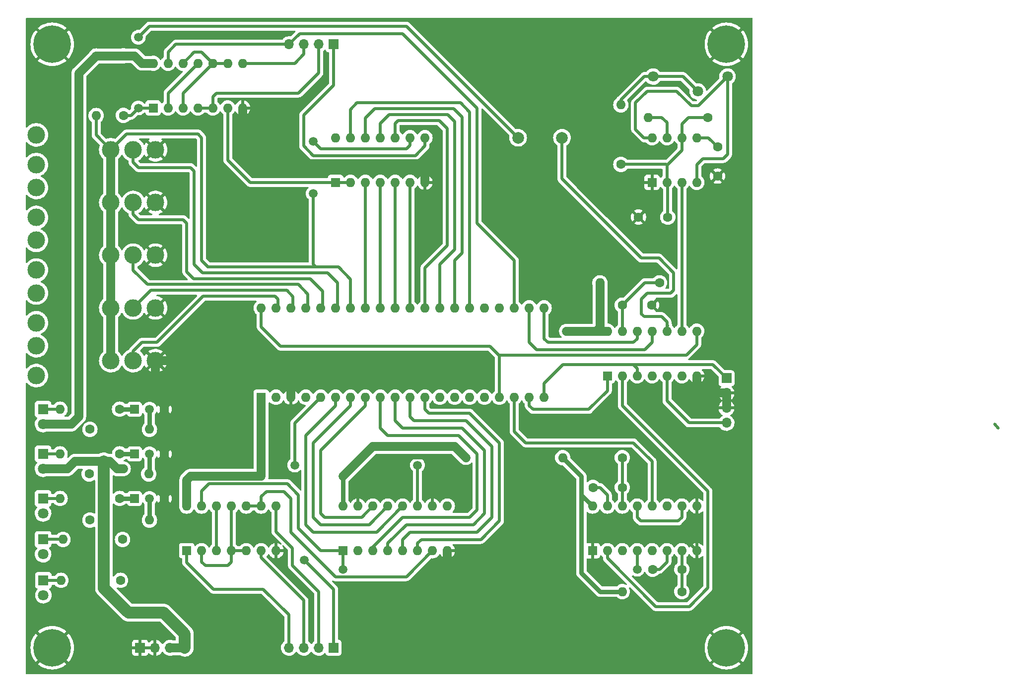
<source format=gbr>
%TF.GenerationSoftware,KiCad,Pcbnew,(6.0.4-0)*%
%TF.CreationDate,2024-04-20T10:43:37+10:00*%
%TF.ProjectId,E8Serial,45385365-7269-4616-9c2e-6b696361645f,rev?*%
%TF.SameCoordinates,Original*%
%TF.FileFunction,Copper,L2,Bot*%
%TF.FilePolarity,Positive*%
%FSLAX46Y46*%
G04 Gerber Fmt 4.6, Leading zero omitted, Abs format (unit mm)*
G04 Created by KiCad (PCBNEW (6.0.4-0)) date 2024-04-20 10:43:37*
%MOMM*%
%LPD*%
G01*
G04 APERTURE LIST*
%TA.AperFunction,ComponentPad*%
%ADD10C,1.600000*%
%TD*%
%TA.AperFunction,ComponentPad*%
%ADD11O,1.600000X1.600000*%
%TD*%
%TA.AperFunction,ComponentPad*%
%ADD12C,3.000000*%
%TD*%
%TA.AperFunction,ComponentPad*%
%ADD13R,1.600000X1.600000*%
%TD*%
%TA.AperFunction,ComponentPad*%
%ADD14R,1.800000X1.800000*%
%TD*%
%TA.AperFunction,ComponentPad*%
%ADD15C,1.800000*%
%TD*%
%TA.AperFunction,ComponentPad*%
%ADD16C,2.000000*%
%TD*%
%TA.AperFunction,ComponentPad*%
%ADD17R,1.700000X1.700000*%
%TD*%
%TA.AperFunction,ComponentPad*%
%ADD18O,1.700000X1.700000*%
%TD*%
%TA.AperFunction,ComponentPad*%
%ADD19R,1.500000X1.500000*%
%TD*%
%TA.AperFunction,ComponentPad*%
%ADD20C,1.500000*%
%TD*%
%TA.AperFunction,ComponentPad*%
%ADD21C,0.800000*%
%TD*%
%TA.AperFunction,ComponentPad*%
%ADD22C,6.400000*%
%TD*%
%TA.AperFunction,ViaPad*%
%ADD23C,1.500000*%
%TD*%
%TA.AperFunction,Conductor*%
%ADD24C,0.500000*%
%TD*%
%TA.AperFunction,Conductor*%
%ADD25C,1.500000*%
%TD*%
%TA.AperFunction,Conductor*%
%ADD26C,0.750000*%
%TD*%
%TA.AperFunction,Conductor*%
%ADD27C,2.000000*%
%TD*%
G04 APERTURE END LIST*
D10*
%TO.P,C1,1*%
%TO.N,Net-(C1-Pad1)*%
X158500000Y-69500000D03*
%TO.P,C1,2*%
%TO.N,GND*%
X158500000Y-74500000D03*
%TD*%
%TO.P,R1,1*%
%TO.N,+5V*%
X52500000Y-54000000D03*
D11*
%TO.P,R1,2*%
%TO.N,~{CLR}*%
X52500000Y-64160000D03*
%TD*%
D10*
%TO.P,R2,1*%
%TO.N,Net-(C2-Pad1)*%
X142000000Y-72500000D03*
D11*
%TO.P,R2,2*%
%TO.N,Net-(R2-Pad2)*%
X142000000Y-62340000D03*
%TD*%
D10*
%TO.P,R3,1*%
%TO.N,Net-(C2-Pad1)*%
X156845000Y-64500000D03*
D11*
%TO.P,R3,2*%
%TO.N,Net-(R3-Pad2)*%
X146685000Y-64500000D03*
%TD*%
D12*
%TO.P,SW1,1*%
%TO.N,GND*%
X62620000Y-88000000D03*
%TO.P,SW1,2*%
%TO.N,Net-(SW1-Pad2)*%
X58810000Y-88000000D03*
%TO.P,SW1,3*%
%TO.N,~{CLR}*%
X55000000Y-88000000D03*
%TO.P,SW1,4*%
%TO.N,N/C*%
X42300000Y-90540000D03*
%TO.P,SW1,5*%
X42300000Y-85460000D03*
%TD*%
%TO.P,SW2,1*%
%TO.N,GND*%
X62620000Y-97000000D03*
%TO.P,SW2,2*%
%TO.N,Net-(SW2-Pad2)*%
X58810000Y-97000000D03*
%TO.P,SW2,3*%
%TO.N,~{CLR}*%
X55000000Y-97000000D03*
%TO.P,SW2,4*%
%TO.N,N/C*%
X42300000Y-99540000D03*
%TO.P,SW2,5*%
X42300000Y-94460000D03*
%TD*%
%TO.P,SW3,1*%
%TO.N,GND*%
X62620000Y-106000000D03*
%TO.P,SW3,2*%
%TO.N,Net-(SW3-Pad2)*%
X58810000Y-106000000D03*
%TO.P,SW3,3*%
%TO.N,~{CLR}*%
X55000000Y-106000000D03*
%TO.P,SW3,4*%
%TO.N,N/C*%
X42300000Y-108540000D03*
%TO.P,SW3,5*%
X42300000Y-103460000D03*
%TD*%
%TO.P,SW4,1*%
%TO.N,GND*%
X62620000Y-79000000D03*
%TO.P,SW4,2*%
%TO.N,Net-(SW4-Pad2)*%
X58810000Y-79000000D03*
%TO.P,SW4,3*%
%TO.N,~{CLR}*%
X55000000Y-79000000D03*
%TO.P,SW4,4*%
%TO.N,N/C*%
X42300000Y-81540000D03*
%TO.P,SW4,5*%
X42300000Y-76460000D03*
%TD*%
%TO.P,SW5,1*%
%TO.N,GND*%
X62620000Y-70000000D03*
%TO.P,SW5,2*%
%TO.N,Net-(SW5-Pad2)*%
X58810000Y-70000000D03*
%TO.P,SW5,3*%
%TO.N,~{CLR}*%
X55000000Y-70000000D03*
%TO.P,SW5,4*%
%TO.N,N/C*%
X42300000Y-72540000D03*
%TO.P,SW5,5*%
X42300000Y-67460000D03*
%TD*%
D13*
%TO.P,U5,1*%
%TO.N,ODA*%
X139700000Y-108585000D03*
D11*
%TO.P,U5,2*%
%TO.N,Net-(U5-Pad2)*%
X142240000Y-108585000D03*
%TO.P,U5,3*%
%TO.N,RX*%
X144780000Y-108585000D03*
%TO.P,U5,4*%
%TO.N,Net-(R7-Pad1)*%
X147320000Y-108585000D03*
%TO.P,U5,5*%
%TO.N,TX*%
X149860000Y-108585000D03*
%TO.P,U5,6*%
%TO.N,Net-(R8-Pad1)*%
X152400000Y-108585000D03*
%TO.P,U5,7*%
%TO.N,GND*%
X154940000Y-108585000D03*
%TO.P,U5,8*%
%TO.N,Net-(U4-Pad17)*%
X154940000Y-100965000D03*
%TO.P,U5,9*%
%TO.N,Net-(U3-Pad3)*%
X152400000Y-100965000D03*
%TO.P,U5,10*%
%TO.N,Net-(C3-Pad2)*%
X149860000Y-100965000D03*
%TO.P,U5,11*%
%TO.N,TBMT*%
X147320000Y-100965000D03*
%TO.P,U5,12*%
%TO.N,Net-(U4-Pad21)*%
X144780000Y-100965000D03*
%TO.P,U5,13*%
%TO.N,Net-(C4-Pad1)*%
X142240000Y-100965000D03*
%TO.P,U5,14*%
%TO.N,+5V*%
X139700000Y-100965000D03*
%TD*%
D13*
%TO.P,U3,1*%
%TO.N,GND*%
X147320000Y-75565000D03*
D11*
%TO.P,U3,2*%
%TO.N,Net-(C2-Pad1)*%
X149860000Y-75565000D03*
%TO.P,U3,3*%
%TO.N,Net-(U3-Pad3)*%
X152400000Y-75565000D03*
%TO.P,U3,4*%
%TO.N,+5V*%
X154940000Y-75565000D03*
%TO.P,U3,5*%
%TO.N,Net-(C1-Pad1)*%
X154940000Y-67945000D03*
%TO.P,U3,6*%
%TO.N,Net-(C2-Pad1)*%
X152400000Y-67945000D03*
%TO.P,U3,7*%
%TO.N,Net-(R3-Pad2)*%
X149860000Y-67945000D03*
%TO.P,U3,8*%
%TO.N,+5V*%
X147320000Y-67945000D03*
%TD*%
D13*
%TO.P,U4,1*%
%TO.N,+5V*%
X80645000Y-112240000D03*
D11*
%TO.P,U4,2*%
%TO.N,Net-(U4-Pad2)*%
X83185000Y-112240000D03*
%TO.P,U4,3*%
%TO.N,GND*%
X85725000Y-112240000D03*
%TO.P,U4,4*%
%TO.N,Net-(U4-Pad4)*%
X88265000Y-112240000D03*
%TO.P,U4,5*%
%TO.N,Net-(U4-Pad5)*%
X90805000Y-112240000D03*
%TO.P,U4,6*%
%TO.N,Net-(U4-Pad6)*%
X93345000Y-112240000D03*
%TO.P,U4,7*%
%TO.N,Net-(U4-Pad7)*%
X95885000Y-112240000D03*
%TO.P,U4,8*%
%TO.N,Net-(U4-Pad8)*%
X98425000Y-112240000D03*
%TO.P,U4,9*%
%TO.N,Net-(U4-Pad9)*%
X100965000Y-112240000D03*
%TO.P,U4,10*%
%TO.N,Net-(U4-Pad10)*%
X103505000Y-112240000D03*
%TO.P,U4,11*%
%TO.N,Net-(U4-Pad11)*%
X106045000Y-112240000D03*
%TO.P,U4,12*%
%TO.N,Net-(U4-Pad12)*%
X108585000Y-112240000D03*
%TO.P,U4,13*%
%TO.N,PARITY_ERROR*%
X111125000Y-112240000D03*
%TO.P,U4,14*%
%TO.N,FRAMING_ERROR*%
X113665000Y-112240000D03*
%TO.P,U4,15*%
%TO.N,OVERRUN*%
X116205000Y-112240000D03*
%TO.P,U4,16*%
%TO.N,Net-(U4-Pad16)*%
X118745000Y-112240000D03*
%TO.P,U4,17*%
%TO.N,Net-(U4-Pad17)*%
X121285000Y-112240000D03*
%TO.P,U4,18*%
%TO.N,~{RDA}*%
X123825000Y-112240000D03*
%TO.P,U4,19*%
%TO.N,ODA*%
X126365000Y-112240000D03*
%TO.P,U4,20*%
%TO.N,RX*%
X128905000Y-112240000D03*
%TO.P,U4,21*%
%TO.N,Net-(U4-Pad21)*%
X128905000Y-97000000D03*
%TO.P,U4,22*%
%TO.N,TBMT*%
X126365000Y-97000000D03*
%TO.P,U4,23*%
%TO.N,~{INPUT_RESET_FLAG}*%
X123825000Y-97000000D03*
%TO.P,U4,24*%
%TO.N,Net-(U4-Pad24)*%
X121285000Y-97000000D03*
%TO.P,U4,25*%
%TO.N,TX*%
X118745000Y-97000000D03*
%TO.P,U4,26*%
%TO.N,Net-(U2-Pad13)*%
X116205000Y-97000000D03*
%TO.P,U4,27*%
%TO.N,Net-(U2-Pad12)*%
X113665000Y-97000000D03*
%TO.P,U4,28*%
%TO.N,Net-(U2-Pad11)*%
X111125000Y-97000000D03*
%TO.P,U4,29*%
%TO.N,Net-(U2-Pad10)*%
X108585000Y-97000000D03*
%TO.P,U4,30*%
%TO.N,Net-(U2-Pad6)*%
X106045000Y-97000000D03*
%TO.P,U4,31*%
%TO.N,Net-(U2-Pad5)*%
X103505000Y-97000000D03*
%TO.P,U4,32*%
%TO.N,Net-(U2-Pad4)*%
X100965000Y-97000000D03*
%TO.P,U4,33*%
%TO.N,Net-(U2-Pad3)*%
X98425000Y-97000000D03*
%TO.P,U4,34*%
%TO.N,~{CLR}*%
X95885000Y-97000000D03*
%TO.P,U4,35*%
%TO.N,Net-(SW5-Pad2)*%
X93345000Y-97000000D03*
%TO.P,U4,36*%
%TO.N,Net-(SW4-Pad2)*%
X90805000Y-97000000D03*
%TO.P,U4,37*%
%TO.N,Net-(SW1-Pad2)*%
X88265000Y-97000000D03*
%TO.P,U4,38*%
%TO.N,Net-(SW2-Pad2)*%
X85725000Y-97000000D03*
%TO.P,U4,39*%
%TO.N,Net-(SW3-Pad2)*%
X83185000Y-97000000D03*
%TO.P,U4,40*%
%TO.N,Net-(U4-Pad17)*%
X80645000Y-97000000D03*
%TD*%
D13*
%TO.P,U7,1*%
%TO.N,SL*%
X94615000Y-138430000D03*
D11*
%TO.P,U7,2*%
%TO.N,~{OUT_CLOCK}*%
X97155000Y-138430000D03*
%TO.P,U7,3*%
%TO.N,Net-(U4-Pad9)*%
X99695000Y-138430000D03*
%TO.P,U7,4*%
%TO.N,Net-(U4-Pad10)*%
X102235000Y-138430000D03*
%TO.P,U7,5*%
%TO.N,Net-(U4-Pad11)*%
X104775000Y-138430000D03*
%TO.P,U7,6*%
%TO.N,Net-(U4-Pad12)*%
X107315000Y-138430000D03*
%TO.P,U7,7*%
%TO.N,Net-(U6-Pad10)*%
X109855000Y-138430000D03*
%TO.P,U7,8*%
%TO.N,GND*%
X112395000Y-138430000D03*
%TO.P,U7,9*%
%TO.N,Net-(U7-Pad9)*%
X112395000Y-130810000D03*
%TO.P,U7,10*%
%TO.N,GND*%
X109855000Y-130810000D03*
%TO.P,U7,11*%
%TO.N,Net-(U4-Pad5)*%
X107315000Y-130810000D03*
%TO.P,U7,12*%
%TO.N,Net-(U4-Pad6)*%
X104775000Y-130810000D03*
%TO.P,U7,13*%
%TO.N,Net-(U4-Pad7)*%
X102235000Y-130810000D03*
%TO.P,U7,14*%
%TO.N,Net-(U4-Pad8)*%
X99695000Y-130810000D03*
%TO.P,U7,15*%
%TO.N,GND*%
X97155000Y-130810000D03*
%TO.P,U7,16*%
%TO.N,+5V*%
X94615000Y-130810000D03*
%TD*%
D10*
%TO.P,C2,1*%
%TO.N,Net-(C2-Pad1)*%
X150000000Y-81500000D03*
%TO.P,C2,2*%
%TO.N,GND*%
X145000000Y-81500000D03*
%TD*%
D14*
%TO.P,D1,1*%
%TO.N,Net-(D1-Pad1)*%
X43450000Y-114285000D03*
D15*
%TO.P,D1,2*%
%TO.N,+5V*%
X43450000Y-116825000D03*
%TD*%
D14*
%TO.P,D2,1*%
%TO.N,Net-(D2-Pad1)*%
X43450000Y-121905000D03*
D15*
%TO.P,D2,2*%
%TO.N,+5V*%
X43450000Y-124445000D03*
%TD*%
D14*
%TO.P,D3,1*%
%TO.N,Net-(D3-Pad1)*%
X43450000Y-129525000D03*
D15*
%TO.P,D3,2*%
%TO.N,+5V*%
X43450000Y-132065000D03*
%TD*%
D14*
%TO.P,D4,1*%
%TO.N,Net-(D4-Pad1)*%
X43450000Y-136500000D03*
D15*
%TO.P,D4,2*%
%TO.N,+5V*%
X43450000Y-139040000D03*
%TD*%
D10*
%TO.P,R4,1*%
%TO.N,Net-(Q1-Pad1)*%
X56500000Y-114285000D03*
D11*
%TO.P,R4,2*%
%TO.N,Net-(D1-Pad1)*%
X46340000Y-114285000D03*
%TD*%
D10*
%TO.P,R5,1*%
%TO.N,Net-(Q2-Pad1)*%
X56500000Y-121905000D03*
D11*
%TO.P,R5,2*%
%TO.N,Net-(D2-Pad1)*%
X46340000Y-121905000D03*
%TD*%
D10*
%TO.P,R6,1*%
%TO.N,Net-(Q3-Pad1)*%
X56515000Y-129525000D03*
D11*
%TO.P,R6,2*%
%TO.N,Net-(D3-Pad1)*%
X46355000Y-129525000D03*
%TD*%
D10*
%TO.P,R7,1*%
%TO.N,Net-(R7-Pad1)*%
X57000000Y-136500000D03*
D11*
%TO.P,R7,2*%
%TO.N,Net-(D4-Pad1)*%
X46840000Y-136500000D03*
%TD*%
D14*
%TO.P,D5,1*%
%TO.N,Net-(D5-Pad1)*%
X43500000Y-143495000D03*
D15*
%TO.P,D5,2*%
%TO.N,+5V*%
X43500000Y-146035000D03*
%TD*%
D10*
%TO.P,R8,1*%
%TO.N,Net-(R8-Pad1)*%
X56660000Y-143495000D03*
D11*
%TO.P,R8,2*%
%TO.N,Net-(D5-Pad1)*%
X46500000Y-143495000D03*
%TD*%
D10*
%TO.P,R15,1*%
%TO.N,OVERRUN*%
X51435000Y-117714000D03*
D11*
%TO.P,R15,2*%
%TO.N,Net-(Q1-Pad2)*%
X61595000Y-117714000D03*
%TD*%
D16*
%TO.P,C3,1*%
%TO.N,Net-(C3-Pad1)*%
X124460000Y-67945000D03*
%TO.P,C3,2*%
%TO.N,Net-(C3-Pad2)*%
X131960000Y-67945000D03*
%TD*%
D10*
%TO.P,C4,1*%
%TO.N,Net-(C4-Pad1)*%
X142240000Y-96520000D03*
%TO.P,C4,2*%
%TO.N,GND*%
X147240000Y-96520000D03*
%TD*%
%TO.P,C5,1*%
%TO.N,Net-(C5-Pad1)*%
X142240000Y-127635000D03*
%TO.P,C5,2*%
%TO.N,Net-(C5-Pad2)*%
X137240000Y-127635000D03*
%TD*%
%TO.P,C6,1*%
%TO.N,Net-(C6-Pad1)*%
X152400000Y-141605000D03*
%TO.P,C6,2*%
%TO.N,Net-(C6-Pad2)*%
X147400000Y-141605000D03*
%TD*%
D17*
%TO.P,J1,1*%
%TO.N,~{INPUT_CLOCK}*%
X93000000Y-52000000D03*
D18*
%TO.P,J1,2*%
%TO.N,~{INPUT_DATA}*%
X90460000Y-52000000D03*
%TO.P,J1,3*%
%TO.N,~{INPUT_FLAG}*%
X87920000Y-52000000D03*
%TO.P,J1,4*%
%TO.N,~{INPUT_RESET_FLAG}*%
X85380000Y-52000000D03*
%TD*%
D19*
%TO.P,Q1,1*%
%TO.N,Net-(Q1-Pad1)*%
X59055000Y-114285000D03*
D20*
%TO.P,Q1,2*%
%TO.N,Net-(Q1-Pad2)*%
X61595000Y-114285000D03*
%TO.P,Q1,3*%
%TO.N,GND*%
X64135000Y-114285000D03*
%TD*%
D19*
%TO.P,Q2,1*%
%TO.N,Net-(Q2-Pad1)*%
X59055000Y-121905000D03*
D20*
%TO.P,Q2,2*%
%TO.N,Net-(Q2-Pad2)*%
X61595000Y-121905000D03*
%TO.P,Q2,3*%
%TO.N,GND*%
X64135000Y-121905000D03*
%TD*%
D19*
%TO.P,Q3,1*%
%TO.N,Net-(Q3-Pad1)*%
X59055000Y-129525000D03*
D20*
%TO.P,Q3,2*%
%TO.N,Net-(Q3-Pad2)*%
X61595000Y-129525000D03*
%TO.P,Q3,3*%
%TO.N,GND*%
X64135000Y-129525000D03*
%TD*%
D10*
%TO.P,R9,1*%
%TO.N,Net-(C3-Pad1)*%
X57150000Y-64135000D03*
D11*
%TO.P,R9,2*%
%TO.N,+5V*%
X57150000Y-53975000D03*
%TD*%
D10*
%TO.P,R10,1*%
%TO.N,PARITY_ERROR*%
X51308000Y-125334000D03*
D11*
%TO.P,R10,2*%
%TO.N,Net-(Q2-Pad2)*%
X61468000Y-125334000D03*
%TD*%
D10*
%TO.P,R11,1*%
%TO.N,FRAMING_ERROR*%
X51435000Y-133208000D03*
D11*
%TO.P,R11,2*%
%TO.N,Net-(Q3-Pad2)*%
X61595000Y-133208000D03*
%TD*%
D10*
%TO.P,R12,1*%
%TO.N,Net-(C4-Pad1)*%
X148590000Y-92710000D03*
D11*
%TO.P,R12,2*%
%TO.N,+5V*%
X138430000Y-92710000D03*
%TD*%
D10*
%TO.P,R13,1*%
%TO.N,Net-(C5-Pad1)*%
X142240000Y-122555000D03*
D11*
%TO.P,R13,2*%
%TO.N,+5V*%
X132080000Y-122555000D03*
%TD*%
D10*
%TO.P,R14,1*%
%TO.N,Net-(C6-Pad1)*%
X152400000Y-145415000D03*
D11*
%TO.P,R14,2*%
%TO.N,+5V*%
X142240000Y-145415000D03*
%TD*%
D15*
%TO.P,RV1,1*%
%TO.N,Net-(R2-Pad2)*%
X147500000Y-57500000D03*
%TO.P,RV1,2*%
X155120000Y-60040000D03*
%TO.P,RV1,3*%
%TO.N,+5V*%
X160200000Y-57500000D03*
%TD*%
D13*
%TO.P,U1,1*%
%TO.N,Net-(C3-Pad1)*%
X62230000Y-62865000D03*
D11*
%TO.P,U1,2*%
%TO.N,Net-(U1-Pad11)*%
X64770000Y-62865000D03*
%TO.P,U1,3*%
%TO.N,Net-(U1-Pad10)*%
X67310000Y-62865000D03*
%TO.P,U1,4*%
%TO.N,~{INPUT_DATA}*%
X69850000Y-62865000D03*
%TO.P,U1,5*%
X72390000Y-62865000D03*
%TO.P,U1,6*%
%TO.N,Net-(U1-Pad6)*%
X74930000Y-62865000D03*
%TO.P,U1,7*%
%TO.N,GND*%
X77470000Y-62865000D03*
%TO.P,U1,8*%
%TO.N,~{INPUT_FLAG}*%
X77470000Y-55245000D03*
%TO.P,U1,9*%
%TO.N,Net-(U1-Pad10)*%
X74930000Y-55245000D03*
%TO.P,U1,10*%
X72390000Y-55245000D03*
%TO.P,U1,11*%
%TO.N,Net-(U1-Pad11)*%
X69850000Y-55245000D03*
%TO.P,U1,12*%
%TO.N,Net-(U1-Pad10)*%
X67310000Y-55245000D03*
%TO.P,U1,13*%
%TO.N,~{INPUT_RESET_FLAG}*%
X64770000Y-55245000D03*
%TO.P,U1,14*%
%TO.N,+5V*%
X62230000Y-55245000D03*
%TD*%
D13*
%TO.P,U2,1*%
%TO.N,Net-(U1-Pad6)*%
X93345000Y-75565000D03*
D11*
%TO.P,U2,2*%
X95885000Y-75565000D03*
%TO.P,U2,3*%
%TO.N,Net-(U2-Pad3)*%
X98425000Y-75565000D03*
%TO.P,U2,4*%
%TO.N,Net-(U2-Pad4)*%
X100965000Y-75565000D03*
%TO.P,U2,5*%
%TO.N,Net-(U2-Pad5)*%
X103505000Y-75565000D03*
%TO.P,U2,6*%
%TO.N,Net-(U2-Pad6)*%
X106045000Y-75565000D03*
%TO.P,U2,7*%
%TO.N,GND*%
X108585000Y-75565000D03*
%TO.P,U2,8*%
%TO.N,~{INPUT_CLOCK}*%
X108585000Y-67945000D03*
%TO.P,U2,9*%
%TO.N,~{CLR}*%
X106045000Y-67945000D03*
%TO.P,U2,10*%
%TO.N,Net-(U2-Pad10)*%
X103505000Y-67945000D03*
%TO.P,U2,11*%
%TO.N,Net-(U2-Pad11)*%
X100965000Y-67945000D03*
%TO.P,U2,12*%
%TO.N,Net-(U2-Pad12)*%
X98425000Y-67945000D03*
%TO.P,U2,13*%
%TO.N,Net-(U2-Pad13)*%
X95885000Y-67945000D03*
%TO.P,U2,14*%
%TO.N,+5V*%
X93345000Y-67945000D03*
%TD*%
D13*
%TO.P,U6,1*%
%TO.N,~{OUTPUT_RESET_FLAG}*%
X67945000Y-138430000D03*
D11*
%TO.P,U6,2*%
%TO.N,Net-(U6-Pad11)*%
X70485000Y-138430000D03*
%TO.P,U6,3*%
%TO.N,Net-(U6-Pad12)*%
X73025000Y-138430000D03*
%TO.P,U6,4*%
%TO.N,Net-(U6-Pad11)*%
X75565000Y-138430000D03*
%TO.P,U6,5*%
X78105000Y-138430000D03*
%TO.P,U6,6*%
%TO.N,~{OUTPUT_FLAG}*%
X80645000Y-138430000D03*
%TO.P,U6,7*%
%TO.N,GND*%
X83185000Y-138430000D03*
%TO.P,U6,8*%
%TO.N,OUTPUT_DATA*%
X83185000Y-130810000D03*
%TO.P,U6,9*%
%TO.N,Net-(U6-Pad10)*%
X80645000Y-130810000D03*
%TO.P,U6,10*%
X78105000Y-130810000D03*
%TO.P,U6,11*%
%TO.N,Net-(U6-Pad11)*%
X75565000Y-130810000D03*
%TO.P,U6,12*%
%TO.N,Net-(U6-Pad12)*%
X73025000Y-130810000D03*
%TO.P,U6,13*%
%TO.N,SL*%
X70485000Y-130810000D03*
%TO.P,U6,14*%
%TO.N,+5V*%
X67945000Y-130810000D03*
%TD*%
D13*
%TO.P,U8,1*%
%TO.N,GND*%
X137160000Y-138430000D03*
D11*
%TO.P,U8,2*%
%TO.N,Net-(U5-Pad2)*%
X139700000Y-138430000D03*
%TO.P,U8,3*%
%TO.N,Net-(U8-Pad3)*%
X142240000Y-138430000D03*
%TO.P,U8,4*%
%TO.N,SL*%
X144780000Y-138430000D03*
%TO.P,U8,5*%
%TO.N,Net-(U8-Pad5)*%
X147320000Y-138430000D03*
%TO.P,U8,6*%
%TO.N,Net-(C6-Pad2)*%
X149860000Y-138430000D03*
%TO.P,U8,7*%
%TO.N,Net-(C6-Pad1)*%
X152400000Y-138430000D03*
%TO.P,U8,8*%
%TO.N,GND*%
X154940000Y-138430000D03*
%TO.P,U8,9*%
X154940000Y-130810000D03*
%TO.P,U8,10*%
%TO.N,Net-(U8-Pad10)*%
X152400000Y-130810000D03*
%TO.P,U8,11*%
%TO.N,Net-(U8-Pad11)*%
X149860000Y-130810000D03*
%TO.P,U8,12*%
%TO.N,~{RDA}*%
X147320000Y-130810000D03*
%TO.P,U8,13*%
%TO.N,Net-(U8-Pad10)*%
X144780000Y-130810000D03*
%TO.P,U8,14*%
%TO.N,Net-(C5-Pad1)*%
X142240000Y-130810000D03*
%TO.P,U8,15*%
%TO.N,Net-(C5-Pad2)*%
X139700000Y-130810000D03*
%TO.P,U8,16*%
%TO.N,+5V*%
X137160000Y-130810000D03*
%TD*%
D21*
%TO.P,H1,1*%
%TO.N,GND*%
X46697056Y-53697056D03*
X46697056Y-50302944D03*
X43302944Y-50302944D03*
X43302944Y-53697056D03*
X45000000Y-54400000D03*
X42600000Y-52000000D03*
X47400000Y-52000000D03*
X45000000Y-49600000D03*
D22*
X45000000Y-52000000D03*
%TD*%
D21*
%TO.P,H2,1*%
%TO.N,GND*%
X158302944Y-53697056D03*
X160000000Y-49600000D03*
X161697056Y-53697056D03*
X160000000Y-54400000D03*
X158302944Y-50302944D03*
X162400000Y-52000000D03*
X161697056Y-50302944D03*
D22*
X160000000Y-52000000D03*
D21*
X157600000Y-52000000D03*
%TD*%
%TO.P,H3,1*%
%TO.N,GND*%
X160000000Y-152600000D03*
X162400000Y-155000000D03*
D22*
X160000000Y-155000000D03*
D21*
X161697056Y-153302944D03*
X158302944Y-156697056D03*
X158302944Y-153302944D03*
X160000000Y-157400000D03*
X157600000Y-155000000D03*
X161697056Y-156697056D03*
%TD*%
%TO.P,H4,1*%
%TO.N,GND*%
X42600000Y-155000000D03*
X43302944Y-153302944D03*
X46697056Y-156697056D03*
X46697056Y-153302944D03*
X43302944Y-156697056D03*
X47400000Y-155000000D03*
X45000000Y-152600000D03*
X45000000Y-157400000D03*
D22*
X45000000Y-155000000D03*
%TD*%
D17*
%TO.P,J2,1*%
%TO.N,~{OUT_CLOCK}*%
X93000000Y-155000000D03*
D18*
%TO.P,J2,2*%
%TO.N,OUTPUT_DATA*%
X90460000Y-155000000D03*
%TO.P,J2,3*%
%TO.N,~{OUTPUT_FLAG}*%
X87920000Y-155000000D03*
%TO.P,J2,4*%
%TO.N,~{OUTPUT_RESET_FLAG}*%
X85380000Y-155000000D03*
%TD*%
D17*
%TO.P,J3,1*%
%TO.N,RX*%
X160020000Y-109000000D03*
D18*
%TO.P,J3,2*%
%TO.N,GND*%
X160020000Y-111540000D03*
%TO.P,J3,3*%
X160020000Y-114080000D03*
%TO.P,J3,4*%
%TO.N,TX*%
X160020000Y-116620000D03*
%TD*%
D17*
%TO.P,J4,1*%
%TO.N,GND*%
X60000000Y-155000000D03*
D18*
%TO.P,J4,2*%
X62540000Y-155000000D03*
%TO.P,J4,3*%
%TO.N,+5V*%
X65080000Y-155000000D03*
%TO.P,J4,4*%
X67620000Y-155000000D03*
%TD*%
D23*
%TO.N,GND*%
X115570000Y-127000000D03*
X78740000Y-69850000D03*
X67310000Y-144780000D03*
X112395000Y-144780000D03*
%TO.N,+5V*%
X80645000Y-125730000D03*
X115570000Y-122555000D03*
X94615000Y-125730000D03*
X132715000Y-100965000D03*
X57150000Y-124445000D03*
%TO.N,Net-(U4-Pad5)*%
X107315000Y-123825000D03*
X86360000Y-123825000D03*
%TO.N,Net-(C3-Pad1)*%
X59690000Y-62865000D03*
X59690000Y-50800000D03*
%TO.N,SL*%
X144780000Y-141605000D03*
X94615000Y-141605000D03*
%TO.N,~{OUT_CLOCK}*%
X88000000Y-140000000D03*
%TO.N,~{CLR}*%
X89535000Y-68580000D03*
X89535000Y-77470000D03*
%TD*%
D24*
%TO.N,*%
X206375000Y-117475000D02*
X205740000Y-116840000D01*
D25*
%TO.N,GND*%
X85725000Y-112240000D02*
X85725000Y-107950000D01*
X154940000Y-109940000D02*
X156540000Y-111540000D01*
X62620000Y-106000000D02*
X62620000Y-110230000D01*
X64135000Y-129525000D02*
X64135000Y-141605000D01*
D24*
X109855000Y-130810000D02*
X109855000Y-128270000D01*
X115570000Y-125730000D02*
X112395000Y-122555000D01*
X112395000Y-122555000D02*
X100965000Y-122555000D01*
D25*
X107315000Y-72390000D02*
X81280000Y-72390000D01*
D24*
X152400000Y-135890000D02*
X137795000Y-135890000D01*
X147320000Y-79180000D02*
X145000000Y-81500000D01*
D25*
X112395000Y-144780000D02*
X112395000Y-138430000D01*
X108585000Y-73660000D02*
X107315000Y-72390000D01*
D24*
X137160000Y-136525000D02*
X137160000Y-138430000D01*
X147320000Y-75565000D02*
X147320000Y-79180000D01*
D25*
X64135000Y-111745000D02*
X64135000Y-129525000D01*
X64135000Y-141605000D02*
X67310000Y-144780000D01*
X154940000Y-108585000D02*
X154940000Y-109940000D01*
X83775000Y-106000000D02*
X62620000Y-106000000D01*
X85725000Y-107950000D02*
X83775000Y-106000000D01*
D24*
X109855000Y-128270000D02*
X111125000Y-127000000D01*
X154940000Y-130810000D02*
X154940000Y-138430000D01*
D25*
X62620000Y-110230000D02*
X64135000Y-111745000D01*
D24*
X100965000Y-122555000D02*
X97155000Y-126365000D01*
D25*
X77470000Y-68580000D02*
X77470000Y-62865000D01*
X160020000Y-114080000D02*
X160020000Y-111540000D01*
D24*
X115570000Y-127000000D02*
X115570000Y-125730000D01*
X97155000Y-126365000D02*
X97155000Y-130810000D01*
D25*
X160020000Y-111540000D02*
X156540000Y-111540000D01*
X81280000Y-72390000D02*
X77470000Y-68580000D01*
D24*
X137795000Y-135890000D02*
X137160000Y-136525000D01*
D25*
X108585000Y-75565000D02*
X108585000Y-73660000D01*
D24*
X154940000Y-138430000D02*
X152400000Y-135890000D01*
X111125000Y-127000000D02*
X115570000Y-127000000D01*
%TO.N,Net-(C1-Pad1)*%
X154940000Y-67945000D02*
X156945000Y-67945000D01*
X156945000Y-67945000D02*
X158500000Y-69500000D01*
%TO.N,Net-(C2-Pad1)*%
X142000000Y-72500000D02*
X149720000Y-72500000D01*
X150000000Y-81500000D02*
X150000000Y-75705000D01*
X152400000Y-70100000D02*
X152400000Y-67945000D01*
X149860000Y-75565000D02*
X149860000Y-72640000D01*
X152400000Y-65600000D02*
X152400000Y-67945000D01*
X149720000Y-72500000D02*
X149860000Y-72640000D01*
X149860000Y-72640000D02*
X152400000Y-70100000D01*
X150000000Y-75705000D02*
X149860000Y-75565000D01*
X153500000Y-64500000D02*
X152400000Y-65600000D01*
X156845000Y-64500000D02*
X153500000Y-64500000D01*
%TO.N,+5V*%
X160200000Y-57500000D02*
X160200000Y-70800000D01*
D25*
X138430000Y-100330000D02*
X137795000Y-100965000D01*
D24*
X144500000Y-66500000D02*
X144500000Y-62000000D01*
D25*
X48275000Y-116825000D02*
X49530000Y-115570000D01*
D26*
X94615000Y-130810000D02*
X94615000Y-125730000D01*
D27*
X67620000Y-152620000D02*
X67620000Y-155000000D01*
D25*
X57125000Y-54000000D02*
X57150000Y-53975000D01*
D27*
X58000000Y-149000000D02*
X64000000Y-149000000D01*
D26*
X138430000Y-145415000D02*
X142240000Y-145415000D01*
D25*
X113665000Y-120650000D02*
X99695000Y-120650000D01*
X68580000Y-125730000D02*
X67945000Y-126365000D01*
D24*
X154940000Y-72560000D02*
X154940000Y-75565000D01*
D25*
X115570000Y-122555000D02*
X113665000Y-120650000D01*
X67945000Y-126365000D02*
X67945000Y-130810000D01*
D24*
X147320000Y-67945000D02*
X145945000Y-67945000D01*
D25*
X47625000Y-124445000D02*
X43450000Y-124445000D01*
X137795000Y-100965000D02*
X132715000Y-100965000D01*
X54819340Y-123175000D02*
X53825000Y-123175000D01*
X139700000Y-100965000D02*
X137795000Y-100965000D01*
X138430000Y-92710000D02*
X138430000Y-100330000D01*
D24*
X145945000Y-67945000D02*
X144500000Y-66500000D01*
D25*
X80645000Y-112240000D02*
X80645000Y-125730000D01*
D24*
X160200000Y-70800000D02*
X159500000Y-71500000D01*
D25*
X49530000Y-56970000D02*
X52500000Y-54000000D01*
X60325000Y-55245000D02*
X62230000Y-55245000D01*
X48895000Y-123175000D02*
X47625000Y-124445000D01*
X43450000Y-116825000D02*
X48275000Y-116825000D01*
X99695000Y-120650000D02*
X94615000Y-125730000D01*
D24*
X156000000Y-71500000D02*
X154940000Y-72560000D01*
X154000000Y-62500000D02*
X155200000Y-62500000D01*
D25*
X60325000Y-55245000D02*
X59055000Y-53975000D01*
D26*
X135255000Y-142240000D02*
X138430000Y-145415000D01*
D24*
X155200000Y-62500000D02*
X160200000Y-57500000D01*
D25*
X57150000Y-124445000D02*
X56089340Y-124445000D01*
X49530000Y-115570000D02*
X49530000Y-56970000D01*
D27*
X53825000Y-144825000D02*
X58000000Y-149000000D01*
D24*
X151500000Y-60000000D02*
X154000000Y-62500000D01*
D25*
X80645000Y-125730000D02*
X68580000Y-125730000D01*
D24*
X144500000Y-62000000D02*
X146500000Y-60000000D01*
D27*
X53825000Y-123175000D02*
X53825000Y-144825000D01*
D25*
X52500000Y-54000000D02*
X57125000Y-54000000D01*
X57150000Y-53975000D02*
X59055000Y-53975000D01*
D24*
X146500000Y-60000000D02*
X151500000Y-60000000D01*
D26*
X135255000Y-125730000D02*
X135255000Y-128905000D01*
D25*
X65080000Y-155000000D02*
X67620000Y-155000000D01*
X56089340Y-124445000D02*
X54819340Y-123175000D01*
D24*
X159500000Y-71500000D02*
X156000000Y-71500000D01*
D26*
X132080000Y-122555000D02*
X135255000Y-125730000D01*
D27*
X64000000Y-149000000D02*
X67620000Y-152620000D01*
D26*
X135255000Y-128905000D02*
X135255000Y-142240000D01*
X135255000Y-128905000D02*
X137160000Y-130810000D01*
D25*
X53825000Y-123175000D02*
X48895000Y-123175000D01*
D24*
%TO.N,Net-(R3-Pad2)*%
X146685000Y-64500000D02*
X149000000Y-64500000D01*
X149860000Y-65360000D02*
X149860000Y-67945000D01*
X149000000Y-64500000D02*
X149860000Y-65360000D01*
%TO.N,Net-(SW1-Pad2)*%
X58810000Y-90560000D02*
X58810000Y-88000000D01*
X61250000Y-93000000D02*
X58810000Y-90560000D01*
X87000000Y-93000000D02*
X61250000Y-93000000D01*
X88620000Y-97000000D02*
X88620000Y-94620000D01*
X88620000Y-94620000D02*
X87000000Y-93000000D01*
%TO.N,Net-(SW2-Pad2)*%
X62733998Y-94000000D02*
X62713998Y-93980000D01*
X86080000Y-97000000D02*
X86080000Y-95080000D01*
X61830000Y-93980000D02*
X58810000Y-97000000D01*
X86080000Y-95080000D02*
X85000000Y-94000000D01*
X85000000Y-94000000D02*
X62733998Y-94000000D01*
X62713998Y-93980000D02*
X61830000Y-93980000D01*
%TO.N,Net-(SW3-Pad2)*%
X58810000Y-104385000D02*
X58810000Y-106000000D01*
X83540000Y-95540000D02*
X83000000Y-95000000D01*
X83540000Y-97000000D02*
X83540000Y-95540000D01*
X70735000Y-95000000D02*
X62865000Y-102870000D01*
X62865000Y-102870000D02*
X60325000Y-102870000D01*
X83000000Y-95000000D02*
X70735000Y-95000000D01*
X60325000Y-102870000D02*
X58810000Y-104385000D01*
%TO.N,Net-(SW4-Pad2)*%
X67945000Y-90805000D02*
X67945000Y-82550000D01*
X59690000Y-81915000D02*
X58810000Y-81035000D01*
X91160000Y-97000000D02*
X91160000Y-94160000D01*
X67945000Y-82550000D02*
X67310000Y-81915000D01*
X58810000Y-81035000D02*
X58810000Y-79000000D01*
X91160000Y-94160000D02*
X89000000Y-92000000D01*
X69140000Y-92000000D02*
X67945000Y-90805000D01*
X89000000Y-92000000D02*
X69140000Y-92000000D01*
X67310000Y-81915000D02*
X59690000Y-81915000D01*
%TO.N,Net-(SW5-Pad2)*%
X93700000Y-92700000D02*
X92000000Y-91000000D01*
X70680000Y-91000000D02*
X69215000Y-89535000D01*
X58810000Y-72145000D02*
X58810000Y-70000000D01*
X69215000Y-89535000D02*
X69215000Y-73660000D01*
X69215000Y-73660000D02*
X68580000Y-73025000D01*
X92000000Y-91000000D02*
X70680000Y-91000000D01*
X93700000Y-97000000D02*
X93700000Y-92700000D01*
X68580000Y-73025000D02*
X59690000Y-73025000D01*
X59690000Y-73025000D02*
X58810000Y-72145000D01*
%TO.N,Net-(U1-Pad6)*%
X74930000Y-62865000D02*
X74930000Y-71755000D01*
X78740000Y-75565000D02*
X95885000Y-75565000D01*
X74930000Y-71755000D02*
X78740000Y-75565000D01*
%TO.N,Net-(U1-Pad11)*%
X69850000Y-55245000D02*
X64770000Y-60325000D01*
X64770000Y-60325000D02*
X64770000Y-62865000D01*
%TO.N,Net-(U1-Pad10)*%
X67310000Y-55245000D02*
X69215000Y-53340000D01*
X70485000Y-53340000D02*
X72390000Y-55245000D01*
X72390000Y-55245000D02*
X67310000Y-60325000D01*
X72390000Y-55245000D02*
X74930000Y-55245000D01*
X69215000Y-53340000D02*
X70485000Y-53340000D01*
X67310000Y-60325000D02*
X67310000Y-62865000D01*
%TO.N,Net-(U4-Pad12)*%
X118110000Y-136525000D02*
X121285000Y-133350000D01*
X109220000Y-114935000D02*
X108585000Y-114300000D01*
X107950000Y-136525000D02*
X118110000Y-136525000D01*
X108585000Y-114300000D02*
X108585000Y-112240000D01*
X121285000Y-120015000D02*
X116205000Y-114935000D01*
X121285000Y-133350000D02*
X121285000Y-120015000D01*
X107315000Y-137160000D02*
X107950000Y-136525000D01*
X107315000Y-138430000D02*
X107315000Y-137160000D01*
X116205000Y-114935000D02*
X109220000Y-114935000D01*
%TO.N,Net-(U4-Pad11)*%
X104775000Y-138430000D02*
X104775000Y-136525000D01*
X106680000Y-116205000D02*
X106045000Y-115570000D01*
X106045000Y-115570000D02*
X106045000Y-112240000D01*
X120015000Y-132715000D02*
X120015000Y-120650000D01*
X117475000Y-135255000D02*
X120015000Y-132715000D01*
X115570000Y-116205000D02*
X106680000Y-116205000D01*
X106045000Y-135255000D02*
X117475000Y-135255000D01*
X104775000Y-136525000D02*
X106045000Y-135255000D01*
X120015000Y-120650000D02*
X115570000Y-116205000D01*
%TO.N,Net-(U4-Pad10)*%
X104775000Y-117475000D02*
X103505000Y-116205000D01*
X118745000Y-132080000D02*
X118745000Y-121285000D01*
X102235000Y-137160000D02*
X105410000Y-133985000D01*
X103505000Y-116205000D02*
X103505000Y-112240000D01*
X114935000Y-117475000D02*
X104775000Y-117475000D01*
X118745000Y-121285000D02*
X114935000Y-117475000D01*
X102235000Y-138430000D02*
X102235000Y-137160000D01*
X105410000Y-133985000D02*
X116840000Y-133985000D01*
X116840000Y-133985000D02*
X118745000Y-132080000D01*
%TO.N,Net-(U4-Pad9)*%
X99695000Y-137795000D02*
X99695000Y-138430000D01*
X117475000Y-131445000D02*
X116205000Y-132715000D01*
X104775000Y-132715000D02*
X99695000Y-137795000D01*
X116205000Y-132715000D02*
X104775000Y-132715000D01*
X100965000Y-112240000D02*
X100965000Y-117475000D01*
X102235000Y-118745000D02*
X114300000Y-118745000D01*
X114300000Y-118745000D02*
X117475000Y-121920000D01*
X117475000Y-121920000D02*
X117475000Y-131445000D01*
X100965000Y-117475000D02*
X102235000Y-118745000D01*
%TO.N,Net-(U4-Pad8)*%
X90805000Y-121285000D02*
X98425000Y-113665000D01*
X90805000Y-132080000D02*
X90805000Y-121285000D01*
X91440000Y-132715000D02*
X90805000Y-132080000D01*
X98425000Y-113665000D02*
X98425000Y-112240000D01*
X97790000Y-132715000D02*
X91440000Y-132715000D01*
X99695000Y-130810000D02*
X97790000Y-132715000D01*
%TO.N,Net-(U4-Pad7)*%
X95885000Y-113665000D02*
X95885000Y-112240000D01*
X89535000Y-120015000D02*
X95885000Y-113665000D01*
X89535000Y-132715000D02*
X89535000Y-120015000D01*
X90805000Y-133985000D02*
X89535000Y-132715000D01*
X99060000Y-133985000D02*
X90805000Y-133985000D01*
X102235000Y-130810000D02*
X99060000Y-133985000D01*
%TO.N,Net-(U4-Pad6)*%
X93345000Y-113665000D02*
X93345000Y-112240000D01*
X88265000Y-118745000D02*
X93345000Y-113665000D01*
X104775000Y-130810000D02*
X100330000Y-135255000D01*
X89535000Y-135255000D02*
X88265000Y-133985000D01*
X100330000Y-135255000D02*
X89535000Y-135255000D01*
X88265000Y-133985000D02*
X88265000Y-118745000D01*
%TO.N,Net-(U4-Pad5)*%
X86360000Y-116685000D02*
X86360000Y-123825000D01*
X107315000Y-130810000D02*
X107315000Y-123825000D01*
X90805000Y-112240000D02*
X86360000Y-116685000D01*
%TO.N,Net-(U4-Pad21)*%
X144780000Y-102235000D02*
X144145000Y-102870000D01*
X144780000Y-100965000D02*
X144780000Y-102235000D01*
X129540000Y-102870000D02*
X128905000Y-102235000D01*
X128905000Y-102235000D02*
X128905000Y-97000000D01*
X144145000Y-102870000D02*
X129540000Y-102870000D01*
%TO.N,Net-(U5-Pad2)*%
X147955000Y-147955000D02*
X153670000Y-147955000D01*
X139700000Y-139700000D02*
X147955000Y-147955000D01*
X156845000Y-128270000D02*
X142240000Y-113665000D01*
X142240000Y-113665000D02*
X142240000Y-108585000D01*
X153670000Y-147955000D02*
X156845000Y-144780000D01*
X156845000Y-144780000D02*
X156845000Y-128270000D01*
X139700000Y-138430000D02*
X139700000Y-139700000D01*
%TO.N,Net-(D1-Pad1)*%
X43450000Y-114285000D02*
X46340000Y-114285000D01*
%TO.N,Net-(D2-Pad1)*%
X43450000Y-121905000D02*
X46340000Y-121905000D01*
%TO.N,Net-(D3-Pad1)*%
X43450000Y-129525000D02*
X46355000Y-129525000D01*
%TO.N,Net-(D4-Pad1)*%
X43450000Y-136500000D02*
X46840000Y-136500000D01*
%TO.N,Net-(R2-Pad2)*%
X147500000Y-57500000D02*
X152580000Y-57500000D01*
X147500000Y-57500000D02*
X146000000Y-57500000D01*
X155120000Y-60040000D02*
X154040000Y-58960000D01*
X146000000Y-57500000D02*
X142000000Y-61500000D01*
X152580000Y-57500000D02*
X154040000Y-58960000D01*
X142000000Y-61500000D02*
X142000000Y-62340000D01*
%TO.N,Net-(D5-Pad1)*%
X43500000Y-143495000D02*
X46500000Y-143495000D01*
%TO.N,TX*%
X153620000Y-116620000D02*
X160020000Y-116620000D01*
X149860000Y-112860000D02*
X153620000Y-116620000D01*
X149860000Y-108585000D02*
X149860000Y-112860000D01*
%TO.N,RX*%
X143820000Y-106680000D02*
X144145000Y-106680000D01*
X132080000Y-106680000D02*
X143820000Y-106680000D01*
X144780000Y-107315000D02*
X144780000Y-108585000D01*
X157700000Y-106680000D02*
X160020000Y-109000000D01*
X128905000Y-112240000D02*
X128905000Y-109855000D01*
X128905000Y-109855000D02*
X132080000Y-106680000D01*
X143820000Y-106680000D02*
X157700000Y-106680000D01*
X144145000Y-106680000D02*
X144780000Y-107315000D01*
%TO.N,Net-(C3-Pad2)*%
X131960000Y-74960000D02*
X131960000Y-67945000D01*
X149860000Y-100140000D02*
X149860000Y-99360000D01*
X145500000Y-95500000D02*
X146500000Y-94500000D01*
X148500000Y-88500000D02*
X145500000Y-88500000D01*
X150500000Y-94500000D02*
X151000000Y-94000000D01*
X151000000Y-94000000D02*
X151000000Y-91000000D01*
X146000000Y-98500000D02*
X145500000Y-98000000D01*
X145500000Y-98000000D02*
X145500000Y-95500000D01*
X149860000Y-100965000D02*
X149860000Y-100140000D01*
X149860000Y-100140000D02*
X150000000Y-100000000D01*
X149000000Y-98500000D02*
X146000000Y-98500000D01*
X151000000Y-91000000D02*
X148500000Y-88500000D01*
X146500000Y-94500000D02*
X150500000Y-94500000D01*
X145500000Y-88500000D02*
X131960000Y-74960000D01*
X149860000Y-99360000D02*
X149000000Y-98500000D01*
%TO.N,Net-(C3-Pad1)*%
X105410000Y-48895000D02*
X61595000Y-48895000D01*
X59690000Y-62865000D02*
X62230000Y-62865000D01*
X58420000Y-64135000D02*
X59690000Y-62865000D01*
X57150000Y-64135000D02*
X58420000Y-64135000D01*
X124460000Y-67945000D02*
X105410000Y-48895000D01*
X61595000Y-48895000D02*
X59690000Y-50800000D01*
%TO.N,Net-(C4-Pad1)*%
X142240000Y-96520000D02*
X146050000Y-92710000D01*
X142240000Y-100965000D02*
X142240000Y-96520000D01*
X146050000Y-92710000D02*
X148590000Y-92710000D01*
%TO.N,Net-(C5-Pad2)*%
X137240000Y-127635000D02*
X138430000Y-127635000D01*
X138430000Y-127635000D02*
X139700000Y-128905000D01*
X139700000Y-128905000D02*
X139700000Y-130810000D01*
%TO.N,Net-(C5-Pad1)*%
X142240000Y-122555000D02*
X142240000Y-130810000D01*
%TO.N,Net-(C6-Pad2)*%
X147400000Y-141605000D02*
X148590000Y-141605000D01*
X148590000Y-141605000D02*
X149860000Y-140335000D01*
X149860000Y-140335000D02*
X149860000Y-138430000D01*
%TO.N,Net-(C6-Pad1)*%
X152400000Y-138430000D02*
X152400000Y-145415000D01*
%TO.N,~{INPUT_RESET_FLAG}*%
X117475000Y-62865000D02*
X104775000Y-50165000D01*
X85380000Y-52000000D02*
X66110000Y-52000000D01*
X87215000Y-50165000D02*
X85380000Y-52000000D01*
X64770000Y-53340000D02*
X64770000Y-55245000D01*
X117475000Y-82550000D02*
X117475000Y-62865000D01*
X123825000Y-88900000D02*
X117475000Y-82550000D01*
X104775000Y-50165000D02*
X87215000Y-50165000D01*
X123825000Y-97000000D02*
X123825000Y-88900000D01*
X66110000Y-52000000D02*
X64770000Y-53340000D01*
%TO.N,~{INPUT_FLAG}*%
X86360000Y-55245000D02*
X87920000Y-53685000D01*
X77470000Y-55245000D02*
X86360000Y-55245000D01*
X87920000Y-53685000D02*
X87920000Y-52000000D01*
%TO.N,~{INPUT_DATA}*%
X90460000Y-56860000D02*
X90460000Y-52000000D01*
X69850000Y-62865000D02*
X72390000Y-62865000D01*
X86995000Y-60325000D02*
X90460000Y-56860000D01*
X72390000Y-62865000D02*
X72390000Y-60960000D01*
X72390000Y-60960000D02*
X73025000Y-60325000D01*
X73025000Y-60325000D02*
X86995000Y-60325000D01*
%TO.N,~{INPUT_CLOCK}*%
X93000000Y-59000000D02*
X87884000Y-64116000D01*
X87884000Y-64116000D02*
X87884000Y-69342000D01*
X87884000Y-69342000D02*
X89535000Y-70993000D01*
X106934000Y-70993000D02*
X108585000Y-69342000D01*
X93000000Y-52000000D02*
X93000000Y-59000000D01*
X108585000Y-69342000D02*
X108585000Y-67945000D01*
X89535000Y-70993000D02*
X106934000Y-70993000D01*
D26*
%TO.N,Net-(Q1-Pad1)*%
X56500000Y-114285000D02*
X59055000Y-114285000D01*
%TO.N,Net-(Q2-Pad1)*%
X56500000Y-121905000D02*
X59055000Y-121905000D01*
%TO.N,Net-(Q2-Pad2)*%
X61595000Y-125207000D02*
X61468000Y-125334000D01*
X61595000Y-121905000D02*
X61595000Y-125207000D01*
%TO.N,Net-(Q3-Pad1)*%
X56515000Y-129525000D02*
X59055000Y-129525000D01*
%TO.N,Net-(Q3-Pad2)*%
X61595000Y-129525000D02*
X61595000Y-133208000D01*
D24*
%TO.N,Net-(U2-Pad13)*%
X114635000Y-62000000D02*
X97000000Y-62000000D01*
X116205000Y-97000000D02*
X116205000Y-73295000D01*
X97000000Y-62000000D02*
X95885000Y-63115000D01*
X116205000Y-63570000D02*
X114635000Y-62000000D01*
X116205000Y-73295000D02*
X116205000Y-73025000D01*
X95885000Y-63115000D02*
X95885000Y-67945000D01*
X116205000Y-73295000D02*
X116205000Y-63570000D01*
%TO.N,Net-(U2-Pad6)*%
X106045000Y-75565000D02*
X106045000Y-85725000D01*
X106045000Y-85725000D02*
X106045000Y-97000000D01*
%TO.N,Net-(U2-Pad12)*%
X113665000Y-97000000D02*
X113665000Y-88900000D01*
X113500000Y-63000000D02*
X100000000Y-63000000D01*
X114935000Y-74565000D02*
X114935000Y-64435000D01*
X114935000Y-87630000D02*
X114935000Y-74565000D01*
X113665000Y-88900000D02*
X114935000Y-87630000D01*
X100000000Y-63000000D02*
X98425000Y-64575000D01*
X114935000Y-64435000D02*
X113500000Y-63000000D01*
X114935000Y-74565000D02*
X114935000Y-74295000D01*
X98425000Y-64575000D02*
X98425000Y-67945000D01*
%TO.N,Net-(U2-Pad5)*%
X103505000Y-75565000D02*
X103505000Y-85725000D01*
X103505000Y-85725000D02*
X103505000Y-97000000D01*
%TO.N,Net-(U2-Pad11)*%
X113665000Y-75835000D02*
X113665000Y-75565000D01*
X100965000Y-65535000D02*
X100965000Y-67945000D01*
X113665000Y-65165000D02*
X112500000Y-64000000D01*
X111125000Y-89535000D02*
X113665000Y-86995000D01*
X111125000Y-97000000D02*
X111125000Y-89535000D01*
X113665000Y-86995000D02*
X113665000Y-75835000D01*
X102500000Y-64000000D02*
X100965000Y-65535000D01*
X112500000Y-64000000D02*
X102500000Y-64000000D01*
X113665000Y-75835000D02*
X113665000Y-65165000D01*
%TO.N,Net-(U2-Pad4)*%
X100965000Y-75565000D02*
X100965000Y-85725000D01*
X100965000Y-85725000D02*
X100965000Y-97000000D01*
%TO.N,Net-(U2-Pad10)*%
X112395000Y-86360000D02*
X112395000Y-66395000D01*
X104000000Y-65000000D02*
X103505000Y-65495000D01*
X112395000Y-66395000D02*
X111000000Y-65000000D01*
X108585000Y-97000000D02*
X108585000Y-90170000D01*
X111000000Y-65000000D02*
X104000000Y-65000000D01*
X108585000Y-90170000D02*
X112395000Y-86360000D01*
X103505000Y-65495000D02*
X103505000Y-67945000D01*
%TO.N,Net-(U2-Pad3)*%
X98425000Y-85725000D02*
X98425000Y-86075000D01*
X98425000Y-86075000D02*
X98425000Y-97000000D01*
X98425000Y-75565000D02*
X98425000Y-86075000D01*
%TO.N,Net-(U3-Pad3)*%
X152400000Y-100965000D02*
X152400000Y-75565000D01*
%TO.N,Net-(U4-Pad17)*%
X121285000Y-105029000D02*
X121285000Y-112240000D01*
X154940000Y-100965000D02*
X154940000Y-103251000D01*
X83947000Y-103505000D02*
X80645000Y-100203000D01*
X119634000Y-103505000D02*
X83947000Y-103505000D01*
X153162000Y-105029000D02*
X121158000Y-105029000D01*
X80645000Y-100203000D02*
X80645000Y-97000000D01*
X121158000Y-105029000D02*
X119634000Y-103505000D01*
X154940000Y-103251000D02*
X153162000Y-105029000D01*
X121158000Y-105029000D02*
X121285000Y-105029000D01*
%TO.N,ODA*%
X126365000Y-113665000D02*
X127000000Y-114300000D01*
X139700000Y-111125000D02*
X139700000Y-108585000D01*
X136525000Y-114300000D02*
X139700000Y-111125000D01*
X126365000Y-112240000D02*
X126365000Y-113665000D01*
X127000000Y-114300000D02*
X136525000Y-114300000D01*
%TO.N,~{RDA}*%
X147320000Y-123190000D02*
X147320000Y-130810000D01*
X125730000Y-120015000D02*
X144145000Y-120015000D01*
X123825000Y-112240000D02*
X123825000Y-118110000D01*
X123825000Y-118110000D02*
X125730000Y-120015000D01*
X144145000Y-120015000D02*
X147320000Y-123190000D01*
%TO.N,TBMT*%
X147320000Y-100965000D02*
X147320000Y-102870000D01*
X147320000Y-102870000D02*
X146050000Y-104140000D01*
X146050000Y-104140000D02*
X127635000Y-104140000D01*
X126365000Y-102870000D02*
X126365000Y-97000000D01*
X127635000Y-104140000D02*
X126365000Y-102870000D01*
%TO.N,~{OUTPUT_FLAG}*%
X80645000Y-138430000D02*
X80645000Y-139645000D01*
X80645000Y-139645000D02*
X87920000Y-146920000D01*
X87920000Y-146920000D02*
X87920000Y-155000000D01*
%TO.N,SL*%
X86995000Y-128905000D02*
X86995000Y-134620000D01*
X70485000Y-130810000D02*
X70485000Y-128270000D01*
X85090000Y-127000000D02*
X86995000Y-128905000D01*
X94615000Y-138430000D02*
X94615000Y-141605000D01*
X90805000Y-138430000D02*
X94615000Y-138430000D01*
X71755000Y-127000000D02*
X85090000Y-127000000D01*
X86995000Y-134620000D02*
X90805000Y-138430000D01*
X70485000Y-128270000D02*
X71755000Y-127000000D01*
X144780000Y-141605000D02*
X144780000Y-138430000D01*
%TO.N,Net-(U6-Pad11)*%
X70485000Y-140335000D02*
X70485000Y-138430000D01*
X75565000Y-130810000D02*
X75565000Y-138430000D01*
X75565000Y-140335000D02*
X74930000Y-140970000D01*
X75565000Y-138430000D02*
X75565000Y-140335000D01*
X71120000Y-140970000D02*
X70485000Y-140335000D01*
X74930000Y-140970000D02*
X71120000Y-140970000D01*
X75565000Y-138430000D02*
X78105000Y-138430000D01*
%TO.N,Net-(U6-Pad10)*%
X85725000Y-135255000D02*
X85725000Y-129540000D01*
X85725000Y-129540000D02*
X84520011Y-128335011D01*
X93345000Y-142875000D02*
X85725000Y-135255000D01*
X78105000Y-130810000D02*
X80645000Y-130810000D01*
X80645000Y-129222500D02*
X80645000Y-130810000D01*
X84520011Y-128335011D02*
X81532489Y-128335011D01*
X81532489Y-128335011D02*
X80645000Y-129222500D01*
X109855000Y-138430000D02*
X105410000Y-142875000D01*
X105410000Y-142875000D02*
X93345000Y-142875000D01*
%TO.N,OUTPUT_DATA*%
X86000000Y-141000000D02*
X90460000Y-145460000D01*
X90460000Y-145460000D02*
X90460000Y-155000000D01*
X83185000Y-135185000D02*
X86000000Y-138000000D01*
X86000000Y-138000000D02*
X86000000Y-141000000D01*
X83185000Y-130810000D02*
X83185000Y-135185000D01*
%TO.N,~{OUTPUT_RESET_FLAG}*%
X67945000Y-138430000D02*
X67945000Y-140445000D01*
X72500000Y-145000000D02*
X81000000Y-145000000D01*
X67945000Y-140445000D02*
X72500000Y-145000000D01*
X81000000Y-145000000D02*
X85380000Y-149380000D01*
X85380000Y-149380000D02*
X85380000Y-155000000D01*
%TO.N,~{OUT_CLOCK}*%
X88000000Y-140000000D02*
X92750000Y-144750000D01*
X93000000Y-155000000D02*
X93000000Y-145000000D01*
X93000000Y-145000000D02*
X92750000Y-144750000D01*
%TO.N,Net-(U8-Pad10)*%
X145415000Y-133350000D02*
X151765000Y-133350000D01*
X144780000Y-130810000D02*
X144780000Y-132715000D01*
X151765000Y-133350000D02*
X152400000Y-132715000D01*
X152400000Y-132715000D02*
X152400000Y-130810000D01*
X144780000Y-132715000D02*
X145415000Y-133350000D01*
D26*
%TO.N,Net-(Q1-Pad2)*%
X61595000Y-114285000D02*
X61595000Y-117714000D01*
D24*
%TO.N,Net-(U6-Pad12)*%
X73025000Y-130810000D02*
X73025000Y-138430000D01*
D25*
%TO.N,~{CLR}*%
X55000000Y-70000000D02*
X55000000Y-106000000D01*
D24*
X105410000Y-69850000D02*
X90805000Y-69850000D01*
X106045000Y-69215000D02*
X105410000Y-69850000D01*
X93810000Y-90000000D02*
X90000000Y-90000000D01*
X70485000Y-88900000D02*
X70485000Y-67945000D01*
X71500000Y-89915000D02*
X70485000Y-88900000D01*
X57690000Y-67310000D02*
X55000000Y-70000000D01*
X89535000Y-77470000D02*
X89535000Y-89535000D01*
X95885000Y-97000000D02*
X95885000Y-92075000D01*
X71500000Y-90000000D02*
X71500000Y-89915000D01*
X70485000Y-67945000D02*
X69850000Y-67310000D01*
X90805000Y-69850000D02*
X89535000Y-68580000D01*
X52500000Y-64160000D02*
X52500000Y-67500000D01*
X69850000Y-67310000D02*
X57690000Y-67310000D01*
X89535000Y-89535000D02*
X90000000Y-90000000D01*
X90000000Y-90000000D02*
X71500000Y-90000000D01*
X52500000Y-67500000D02*
X55000000Y-70000000D01*
X95885000Y-92075000D02*
X93810000Y-90000000D01*
X106045000Y-67945000D02*
X106045000Y-69215000D01*
%TD*%
%TA.AperFunction,Conductor*%
%TO.N,GND*%
G36*
X164433621Y-47528502D02*
G01*
X164480114Y-47582158D01*
X164491500Y-47634500D01*
X164491500Y-159365500D01*
X164471498Y-159433621D01*
X164417842Y-159480114D01*
X164365500Y-159491500D01*
X40634500Y-159491500D01*
X40566379Y-159471498D01*
X40519886Y-159417842D01*
X40508500Y-159365500D01*
X40508500Y-157797386D01*
X42567759Y-157797386D01*
X42575216Y-157807753D01*
X42814935Y-158001874D01*
X42820272Y-158005751D01*
X43140685Y-158213830D01*
X43146394Y-158217127D01*
X43486811Y-158390578D01*
X43492836Y-158393260D01*
X43849502Y-158530171D01*
X43855784Y-158532212D01*
X44224816Y-158631094D01*
X44231266Y-158632465D01*
X44608629Y-158692234D01*
X44615167Y-158692920D01*
X44996699Y-158712916D01*
X45003301Y-158712916D01*
X45384833Y-158692920D01*
X45391371Y-158692234D01*
X45768734Y-158632465D01*
X45775184Y-158631094D01*
X46144216Y-158532212D01*
X46150498Y-158530171D01*
X46507164Y-158393260D01*
X46513189Y-158390578D01*
X46853606Y-158217127D01*
X46859315Y-158213830D01*
X47179728Y-158005751D01*
X47185065Y-158001874D01*
X47423835Y-157808522D01*
X47431527Y-157797386D01*
X157567759Y-157797386D01*
X157575216Y-157807753D01*
X157814935Y-158001874D01*
X157820272Y-158005751D01*
X158140685Y-158213830D01*
X158146394Y-158217127D01*
X158486811Y-158390578D01*
X158492836Y-158393260D01*
X158849502Y-158530171D01*
X158855784Y-158532212D01*
X159224816Y-158631094D01*
X159231266Y-158632465D01*
X159608629Y-158692234D01*
X159615167Y-158692920D01*
X159996699Y-158712916D01*
X160003301Y-158712916D01*
X160384833Y-158692920D01*
X160391371Y-158692234D01*
X160768734Y-158632465D01*
X160775184Y-158631094D01*
X161144216Y-158532212D01*
X161150498Y-158530171D01*
X161507164Y-158393260D01*
X161513189Y-158390578D01*
X161853606Y-158217127D01*
X161859315Y-158213830D01*
X162179728Y-158005751D01*
X162185065Y-158001874D01*
X162423835Y-157808522D01*
X162432300Y-157796267D01*
X162425966Y-157785176D01*
X160012812Y-155372022D01*
X159998868Y-155364408D01*
X159997035Y-155364539D01*
X159990420Y-155368790D01*
X157574900Y-157784310D01*
X157567759Y-157797386D01*
X47431527Y-157797386D01*
X47432300Y-157796267D01*
X47425966Y-157785176D01*
X45012812Y-155372022D01*
X44998868Y-155364408D01*
X44997035Y-155364539D01*
X44990420Y-155368790D01*
X42574900Y-157784310D01*
X42567759Y-157797386D01*
X40508500Y-157797386D01*
X40508500Y-155003301D01*
X41287084Y-155003301D01*
X41307080Y-155384833D01*
X41307766Y-155391371D01*
X41367535Y-155768734D01*
X41368906Y-155775184D01*
X41467788Y-156144216D01*
X41469829Y-156150498D01*
X41606740Y-156507164D01*
X41609422Y-156513189D01*
X41782872Y-156853603D01*
X41786169Y-156859313D01*
X41994253Y-157179735D01*
X41998123Y-157185061D01*
X42191478Y-157423835D01*
X42203733Y-157432300D01*
X42214824Y-157425966D01*
X44627978Y-155012812D01*
X44634356Y-155001132D01*
X45364408Y-155001132D01*
X45364539Y-155002965D01*
X45368790Y-155009580D01*
X47784310Y-157425100D01*
X47797386Y-157432241D01*
X47807753Y-157424784D01*
X48001877Y-157185061D01*
X48005747Y-157179735D01*
X48213831Y-156859313D01*
X48217128Y-156853603D01*
X48390578Y-156513189D01*
X48393260Y-156507164D01*
X48530171Y-156150498D01*
X48532212Y-156144216D01*
X48599078Y-155894669D01*
X58642001Y-155894669D01*
X58642371Y-155901490D01*
X58647895Y-155952352D01*
X58651521Y-155967604D01*
X58696676Y-156088054D01*
X58705214Y-156103649D01*
X58781715Y-156205724D01*
X58794276Y-156218285D01*
X58896351Y-156294786D01*
X58911946Y-156303324D01*
X59032394Y-156348478D01*
X59047649Y-156352105D01*
X59098514Y-156357631D01*
X59105328Y-156358000D01*
X59727885Y-156358000D01*
X59743124Y-156353525D01*
X59744329Y-156352135D01*
X59746000Y-156344452D01*
X59746000Y-156339884D01*
X60254000Y-156339884D01*
X60258475Y-156355123D01*
X60259865Y-156356328D01*
X60267548Y-156357999D01*
X60894669Y-156357999D01*
X60901490Y-156357629D01*
X60952352Y-156352105D01*
X60967604Y-156348479D01*
X61088054Y-156303324D01*
X61103649Y-156294786D01*
X61205724Y-156218285D01*
X61218285Y-156205724D01*
X61294786Y-156103649D01*
X61303325Y-156088052D01*
X61344425Y-155978418D01*
X61387066Y-155921653D01*
X61453628Y-155896953D01*
X61522977Y-155912160D01*
X61557645Y-155940150D01*
X61583219Y-155969674D01*
X61590580Y-155976883D01*
X61754434Y-156112916D01*
X61762881Y-156118831D01*
X61946756Y-156226279D01*
X61956042Y-156230729D01*
X62155001Y-156306703D01*
X62164899Y-156309579D01*
X62268250Y-156330606D01*
X62282299Y-156329410D01*
X62286000Y-156319065D01*
X62286000Y-155272115D01*
X62281525Y-155256876D01*
X62280135Y-155255671D01*
X62272452Y-155254000D01*
X60272115Y-155254000D01*
X60256876Y-155258475D01*
X60255671Y-155259865D01*
X60254000Y-155267548D01*
X60254000Y-156339884D01*
X59746000Y-156339884D01*
X59746000Y-155272115D01*
X59741525Y-155256876D01*
X59740135Y-155255671D01*
X59732452Y-155254000D01*
X58660116Y-155254000D01*
X58644877Y-155258475D01*
X58643672Y-155259865D01*
X58642001Y-155267548D01*
X58642001Y-155894669D01*
X48599078Y-155894669D01*
X48631094Y-155775184D01*
X48632465Y-155768734D01*
X48692234Y-155391371D01*
X48692920Y-155384833D01*
X48712916Y-155003301D01*
X48712916Y-154996699D01*
X48698828Y-154727885D01*
X58642000Y-154727885D01*
X58646475Y-154743124D01*
X58647865Y-154744329D01*
X58655548Y-154746000D01*
X59727885Y-154746000D01*
X59743124Y-154741525D01*
X59744329Y-154740135D01*
X59746000Y-154732452D01*
X59746000Y-154727885D01*
X60254000Y-154727885D01*
X60258475Y-154743124D01*
X60259865Y-154744329D01*
X60267548Y-154746000D01*
X62267885Y-154746000D01*
X62283124Y-154741525D01*
X62284329Y-154740135D01*
X62286000Y-154732452D01*
X62286000Y-153683102D01*
X62282082Y-153669758D01*
X62267806Y-153667771D01*
X62229324Y-153673660D01*
X62219288Y-153676051D01*
X62016868Y-153742212D01*
X62007359Y-153746209D01*
X61818463Y-153844542D01*
X61809738Y-153850036D01*
X61639433Y-153977905D01*
X61631726Y-153984748D01*
X61554094Y-154065985D01*
X61492570Y-154101415D01*
X61421657Y-154097958D01*
X61363871Y-154056712D01*
X61345018Y-154023164D01*
X61303324Y-153911946D01*
X61294786Y-153896351D01*
X61218285Y-153794276D01*
X61205724Y-153781715D01*
X61103649Y-153705214D01*
X61088054Y-153696676D01*
X60967606Y-153651522D01*
X60952351Y-153647895D01*
X60901486Y-153642369D01*
X60894672Y-153642000D01*
X60272115Y-153642000D01*
X60256876Y-153646475D01*
X60255671Y-153647865D01*
X60254000Y-153655548D01*
X60254000Y-154727885D01*
X59746000Y-154727885D01*
X59746000Y-153660116D01*
X59741525Y-153644877D01*
X59740135Y-153643672D01*
X59732452Y-153642001D01*
X59105331Y-153642001D01*
X59098510Y-153642371D01*
X59047648Y-153647895D01*
X59032396Y-153651521D01*
X58911946Y-153696676D01*
X58896351Y-153705214D01*
X58794276Y-153781715D01*
X58781715Y-153794276D01*
X58705214Y-153896351D01*
X58696676Y-153911946D01*
X58651522Y-154032394D01*
X58647895Y-154047649D01*
X58642369Y-154098514D01*
X58642000Y-154105328D01*
X58642000Y-154727885D01*
X48698828Y-154727885D01*
X48692920Y-154615167D01*
X48692234Y-154608629D01*
X48632465Y-154231266D01*
X48631094Y-154224816D01*
X48532212Y-153855784D01*
X48530171Y-153849502D01*
X48393260Y-153492836D01*
X48390578Y-153486811D01*
X48217128Y-153146397D01*
X48213831Y-153140687D01*
X48005747Y-152820265D01*
X48001877Y-152814939D01*
X47808522Y-152576165D01*
X47796267Y-152567700D01*
X47785176Y-152574034D01*
X45372022Y-154987188D01*
X45364408Y-155001132D01*
X44634356Y-155001132D01*
X44635592Y-154998868D01*
X44635461Y-154997035D01*
X44631210Y-154990420D01*
X42215690Y-152574900D01*
X42202614Y-152567759D01*
X42192247Y-152575216D01*
X41998123Y-152814939D01*
X41994253Y-152820265D01*
X41786169Y-153140687D01*
X41782872Y-153146397D01*
X41609422Y-153486811D01*
X41606740Y-153492836D01*
X41469829Y-153849502D01*
X41467788Y-153855784D01*
X41368906Y-154224816D01*
X41367535Y-154231266D01*
X41307766Y-154608629D01*
X41307080Y-154615167D01*
X41287084Y-154996699D01*
X41287084Y-155003301D01*
X40508500Y-155003301D01*
X40508500Y-152203733D01*
X42567700Y-152203733D01*
X42574034Y-152214824D01*
X44987188Y-154627978D01*
X45001132Y-154635592D01*
X45002965Y-154635461D01*
X45009580Y-154631210D01*
X47425100Y-152215690D01*
X47432241Y-152202614D01*
X47424784Y-152192247D01*
X47185065Y-151998126D01*
X47179728Y-151994249D01*
X46859315Y-151786170D01*
X46853606Y-151782873D01*
X46513189Y-151609422D01*
X46507164Y-151606740D01*
X46150498Y-151469829D01*
X46144216Y-151467788D01*
X45775184Y-151368906D01*
X45768734Y-151367535D01*
X45391371Y-151307766D01*
X45384833Y-151307080D01*
X45003301Y-151287084D01*
X44996699Y-151287084D01*
X44615167Y-151307080D01*
X44608629Y-151307766D01*
X44231266Y-151367535D01*
X44224816Y-151368906D01*
X43855784Y-151467788D01*
X43849502Y-151469829D01*
X43492836Y-151606740D01*
X43486811Y-151609422D01*
X43146397Y-151782872D01*
X43140687Y-151786169D01*
X42820265Y-151994253D01*
X42814939Y-151998123D01*
X42576165Y-152191478D01*
X42567700Y-152203733D01*
X40508500Y-152203733D01*
X40508500Y-146000469D01*
X42087095Y-146000469D01*
X42087392Y-146005622D01*
X42087392Y-146005625D01*
X42098034Y-146190198D01*
X42100427Y-146231697D01*
X42101564Y-146236743D01*
X42101565Y-146236749D01*
X42132608Y-146374494D01*
X42151346Y-146457642D01*
X42153288Y-146462424D01*
X42153289Y-146462428D01*
X42236540Y-146667450D01*
X42238484Y-146672237D01*
X42359501Y-146869719D01*
X42511147Y-147044784D01*
X42689349Y-147192730D01*
X42889322Y-147309584D01*
X43105694Y-147392209D01*
X43110760Y-147393240D01*
X43110761Y-147393240D01*
X43163846Y-147404040D01*
X43332656Y-147438385D01*
X43463324Y-147443176D01*
X43558949Y-147446683D01*
X43558953Y-147446683D01*
X43564113Y-147446872D01*
X43569233Y-147446216D01*
X43569235Y-147446216D01*
X43642270Y-147436860D01*
X43793847Y-147417442D01*
X43798795Y-147415957D01*
X43798802Y-147415956D01*
X44010747Y-147352369D01*
X44015690Y-147350886D01*
X44096236Y-147311427D01*
X44219049Y-147251262D01*
X44219052Y-147251260D01*
X44223684Y-147248991D01*
X44412243Y-147114494D01*
X44576303Y-146951005D01*
X44711458Y-146762917D01*
X44714074Y-146757625D01*
X44811784Y-146559922D01*
X44811785Y-146559920D01*
X44814078Y-146555280D01*
X44881408Y-146333671D01*
X44911640Y-146104041D01*
X44912319Y-146076257D01*
X44913245Y-146038365D01*
X44913245Y-146038361D01*
X44913327Y-146035000D01*
X44903351Y-145913655D01*
X44894773Y-145809318D01*
X44894772Y-145809312D01*
X44894349Y-145804167D01*
X44863555Y-145681570D01*
X44839184Y-145584544D01*
X44839183Y-145584540D01*
X44837925Y-145579533D01*
X44832763Y-145567661D01*
X44747630Y-145371868D01*
X44747628Y-145371865D01*
X44745570Y-145367131D01*
X44619764Y-145172665D01*
X44581532Y-145130648D01*
X44529848Y-145073848D01*
X44498796Y-145010002D01*
X44507192Y-144939504D01*
X44552369Y-144884736D01*
X44578812Y-144871067D01*
X44638297Y-144848767D01*
X44646705Y-144845615D01*
X44763261Y-144758261D01*
X44850615Y-144641705D01*
X44901745Y-144505316D01*
X44908500Y-144443134D01*
X44908500Y-144379500D01*
X44928502Y-144311379D01*
X44982158Y-144264886D01*
X45034500Y-144253500D01*
X45368133Y-144253500D01*
X45436254Y-144273502D01*
X45471345Y-144307228D01*
X45493802Y-144339300D01*
X45655700Y-144501198D01*
X45660208Y-144504355D01*
X45660211Y-144504357D01*
X45704964Y-144535693D01*
X45843251Y-144632523D01*
X45848233Y-144634846D01*
X45848238Y-144634849D01*
X46045775Y-144726961D01*
X46050757Y-144729284D01*
X46056065Y-144730706D01*
X46056067Y-144730707D01*
X46266598Y-144787119D01*
X46266600Y-144787119D01*
X46271913Y-144788543D01*
X46500000Y-144808498D01*
X46728087Y-144788543D01*
X46733400Y-144787119D01*
X46733402Y-144787119D01*
X46943933Y-144730707D01*
X46943935Y-144730706D01*
X46949243Y-144729284D01*
X46954225Y-144726961D01*
X47151762Y-144634849D01*
X47151767Y-144634846D01*
X47156749Y-144632523D01*
X47295036Y-144535693D01*
X47339789Y-144504357D01*
X47339792Y-144504355D01*
X47344300Y-144501198D01*
X47506198Y-144339300D01*
X47520153Y-144319371D01*
X47588684Y-144221498D01*
X47637523Y-144151749D01*
X47639846Y-144146767D01*
X47639849Y-144146762D01*
X47731961Y-143949225D01*
X47731961Y-143949224D01*
X47734284Y-143944243D01*
X47793543Y-143723087D01*
X47813498Y-143495000D01*
X47793543Y-143266913D01*
X47734284Y-143045757D01*
X47731961Y-143040775D01*
X47639849Y-142843238D01*
X47639846Y-142843233D01*
X47637523Y-142838251D01*
X47506198Y-142650700D01*
X47344300Y-142488802D01*
X47339792Y-142485645D01*
X47339789Y-142485643D01*
X47219627Y-142401505D01*
X47156749Y-142357477D01*
X47151767Y-142355154D01*
X47151762Y-142355151D01*
X46954225Y-142263039D01*
X46954224Y-142263039D01*
X46949243Y-142260716D01*
X46943935Y-142259294D01*
X46943933Y-142259293D01*
X46733402Y-142202881D01*
X46733400Y-142202881D01*
X46728087Y-142201457D01*
X46500000Y-142181502D01*
X46271913Y-142201457D01*
X46266600Y-142202881D01*
X46266598Y-142202881D01*
X46056067Y-142259293D01*
X46056065Y-142259294D01*
X46050757Y-142260716D01*
X46045776Y-142263039D01*
X46045775Y-142263039D01*
X45848238Y-142355151D01*
X45848233Y-142355154D01*
X45843251Y-142357477D01*
X45780373Y-142401505D01*
X45660211Y-142485643D01*
X45660208Y-142485645D01*
X45655700Y-142488802D01*
X45493802Y-142650700D01*
X45471345Y-142682771D01*
X45415890Y-142727099D01*
X45368133Y-142736500D01*
X45034500Y-142736500D01*
X44966379Y-142716498D01*
X44919886Y-142662842D01*
X44908500Y-142610500D01*
X44908500Y-142546866D01*
X44901745Y-142484684D01*
X44850615Y-142348295D01*
X44763261Y-142231739D01*
X44646705Y-142144385D01*
X44510316Y-142093255D01*
X44448134Y-142086500D01*
X42551866Y-142086500D01*
X42489684Y-142093255D01*
X42353295Y-142144385D01*
X42236739Y-142231739D01*
X42149385Y-142348295D01*
X42098255Y-142484684D01*
X42091500Y-142546866D01*
X42091500Y-144443134D01*
X42098255Y-144505316D01*
X42149385Y-144641705D01*
X42236739Y-144758261D01*
X42353295Y-144845615D01*
X42361704Y-144848767D01*
X42361705Y-144848768D01*
X42421164Y-144871058D01*
X42477929Y-144913699D01*
X42502629Y-144980261D01*
X42487422Y-145049609D01*
X42468029Y-145076091D01*
X42427920Y-145118063D01*
X42401639Y-145145564D01*
X42398725Y-145149836D01*
X42398724Y-145149837D01*
X42370106Y-145191789D01*
X42271119Y-145336899D01*
X42173602Y-145546981D01*
X42111707Y-145770169D01*
X42087095Y-146000469D01*
X40508500Y-146000469D01*
X40508500Y-139005469D01*
X42037095Y-139005469D01*
X42037392Y-139010622D01*
X42037392Y-139010625D01*
X42047877Y-139192473D01*
X42050427Y-139236697D01*
X42051564Y-139241743D01*
X42051565Y-139241749D01*
X42075421Y-139347606D01*
X42101346Y-139462642D01*
X42103288Y-139467424D01*
X42103289Y-139467428D01*
X42182090Y-139661490D01*
X42188484Y-139677237D01*
X42309501Y-139874719D01*
X42461147Y-140049784D01*
X42558754Y-140130819D01*
X42631843Y-140191498D01*
X42639349Y-140197730D01*
X42839322Y-140314584D01*
X43055694Y-140397209D01*
X43060760Y-140398240D01*
X43060761Y-140398240D01*
X43083592Y-140402885D01*
X43282656Y-140443385D01*
X43413324Y-140448176D01*
X43508949Y-140451683D01*
X43508953Y-140451683D01*
X43514113Y-140451872D01*
X43519233Y-140451216D01*
X43519235Y-140451216D01*
X43592270Y-140441860D01*
X43743847Y-140422442D01*
X43748795Y-140420957D01*
X43748802Y-140420956D01*
X43960747Y-140357369D01*
X43965690Y-140355886D01*
X44027759Y-140325479D01*
X44169049Y-140256262D01*
X44169052Y-140256260D01*
X44173684Y-140253991D01*
X44362243Y-140119494D01*
X44526303Y-139956005D01*
X44661458Y-139767917D01*
X44671956Y-139746677D01*
X44761784Y-139564922D01*
X44761785Y-139564920D01*
X44764078Y-139560280D01*
X44831408Y-139338671D01*
X44861640Y-139109041D01*
X44863327Y-139040000D01*
X44852306Y-138905944D01*
X44844773Y-138814318D01*
X44844772Y-138814312D01*
X44844349Y-138809167D01*
X44816137Y-138696850D01*
X44789184Y-138589544D01*
X44789183Y-138589540D01*
X44787925Y-138584533D01*
X44785866Y-138579797D01*
X44697630Y-138376868D01*
X44697628Y-138376865D01*
X44695570Y-138372131D01*
X44569764Y-138177665D01*
X44479848Y-138078848D01*
X44448796Y-138015002D01*
X44457192Y-137944504D01*
X44502369Y-137889736D01*
X44528812Y-137876067D01*
X44588297Y-137853767D01*
X44596705Y-137850615D01*
X44713261Y-137763261D01*
X44800615Y-137646705D01*
X44851745Y-137510316D01*
X44858500Y-137448134D01*
X44858500Y-137384500D01*
X44878502Y-137316379D01*
X44932158Y-137269886D01*
X44984500Y-137258500D01*
X45708133Y-137258500D01*
X45776254Y-137278502D01*
X45811345Y-137312228D01*
X45833802Y-137344300D01*
X45995700Y-137506198D01*
X46000208Y-137509355D01*
X46000211Y-137509357D01*
X46071263Y-137559108D01*
X46183251Y-137637523D01*
X46188233Y-137639846D01*
X46188238Y-137639849D01*
X46385775Y-137731961D01*
X46390757Y-137734284D01*
X46396065Y-137735706D01*
X46396067Y-137735707D01*
X46606598Y-137792119D01*
X46606600Y-137792119D01*
X46611913Y-137793543D01*
X46840000Y-137813498D01*
X47068087Y-137793543D01*
X47073400Y-137792119D01*
X47073402Y-137792119D01*
X47283933Y-137735707D01*
X47283935Y-137735706D01*
X47289243Y-137734284D01*
X47294225Y-137731961D01*
X47491762Y-137639849D01*
X47491767Y-137639846D01*
X47496749Y-137637523D01*
X47608737Y-137559108D01*
X47679789Y-137509357D01*
X47679792Y-137509355D01*
X47684300Y-137506198D01*
X47846198Y-137344300D01*
X47880275Y-137295634D01*
X47946462Y-137201108D01*
X47977523Y-137156749D01*
X47979846Y-137151767D01*
X47979849Y-137151762D01*
X48071961Y-136954225D01*
X48071961Y-136954224D01*
X48074284Y-136949243D01*
X48090885Y-136887290D01*
X48132119Y-136733402D01*
X48132119Y-136733400D01*
X48133543Y-136728087D01*
X48153498Y-136500000D01*
X48133543Y-136271913D01*
X48102868Y-136157432D01*
X48075707Y-136056067D01*
X48075706Y-136056065D01*
X48074284Y-136050757D01*
X48059102Y-136018199D01*
X47979849Y-135848238D01*
X47979846Y-135848233D01*
X47977523Y-135843251D01*
X47863132Y-135679884D01*
X47849357Y-135660211D01*
X47849355Y-135660208D01*
X47846198Y-135655700D01*
X47684300Y-135493802D01*
X47679792Y-135490645D01*
X47679789Y-135490643D01*
X47575153Y-135417376D01*
X47496749Y-135362477D01*
X47491767Y-135360154D01*
X47491762Y-135360151D01*
X47294225Y-135268039D01*
X47294224Y-135268039D01*
X47289243Y-135265716D01*
X47283935Y-135264294D01*
X47283933Y-135264293D01*
X47073402Y-135207881D01*
X47073400Y-135207881D01*
X47068087Y-135206457D01*
X46840000Y-135186502D01*
X46611913Y-135206457D01*
X46606600Y-135207881D01*
X46606598Y-135207881D01*
X46396067Y-135264293D01*
X46396065Y-135264294D01*
X46390757Y-135265716D01*
X46385776Y-135268039D01*
X46385775Y-135268039D01*
X46188238Y-135360151D01*
X46188233Y-135360154D01*
X46183251Y-135362477D01*
X46104847Y-135417376D01*
X46000211Y-135490643D01*
X46000208Y-135490645D01*
X45995700Y-135493802D01*
X45833802Y-135655700D01*
X45811345Y-135687771D01*
X45755890Y-135732099D01*
X45708133Y-135741500D01*
X44984500Y-135741500D01*
X44916379Y-135721498D01*
X44869886Y-135667842D01*
X44858500Y-135615500D01*
X44858500Y-135551866D01*
X44851745Y-135489684D01*
X44800615Y-135353295D01*
X44713261Y-135236739D01*
X44596705Y-135149385D01*
X44460316Y-135098255D01*
X44398134Y-135091500D01*
X42501866Y-135091500D01*
X42439684Y-135098255D01*
X42303295Y-135149385D01*
X42186739Y-135236739D01*
X42099385Y-135353295D01*
X42048255Y-135489684D01*
X42041500Y-135551866D01*
X42041500Y-137448134D01*
X42048255Y-137510316D01*
X42099385Y-137646705D01*
X42186739Y-137763261D01*
X42303295Y-137850615D01*
X42311704Y-137853767D01*
X42311705Y-137853768D01*
X42371164Y-137876058D01*
X42427929Y-137918699D01*
X42452629Y-137985261D01*
X42437422Y-138054609D01*
X42418029Y-138081091D01*
X42351639Y-138150564D01*
X42348725Y-138154836D01*
X42348724Y-138154837D01*
X42334288Y-138176000D01*
X42221119Y-138341899D01*
X42123602Y-138551981D01*
X42061707Y-138775169D01*
X42037095Y-139005469D01*
X40508500Y-139005469D01*
X40508500Y-132030469D01*
X42037095Y-132030469D01*
X42037392Y-132035622D01*
X42037392Y-132035625D01*
X42043067Y-132134041D01*
X42050427Y-132261697D01*
X42051564Y-132266743D01*
X42051565Y-132266749D01*
X42076054Y-132375412D01*
X42101346Y-132487642D01*
X42103288Y-132492424D01*
X42103289Y-132492428D01*
X42185807Y-132695644D01*
X42188484Y-132702237D01*
X42250713Y-132803785D01*
X42303963Y-132890681D01*
X42309501Y-132899719D01*
X42461147Y-133074784D01*
X42639349Y-133222730D01*
X42839322Y-133339584D01*
X43055694Y-133422209D01*
X43060760Y-133423240D01*
X43060761Y-133423240D01*
X43085013Y-133428174D01*
X43282656Y-133468385D01*
X43413324Y-133473176D01*
X43508949Y-133476683D01*
X43508953Y-133476683D01*
X43514113Y-133476872D01*
X43519233Y-133476216D01*
X43519235Y-133476216D01*
X43600878Y-133465757D01*
X43743847Y-133447442D01*
X43748795Y-133445957D01*
X43748802Y-133445956D01*
X43960747Y-133382369D01*
X43965690Y-133380886D01*
X44046236Y-133341427D01*
X44169049Y-133281262D01*
X44169052Y-133281260D01*
X44173684Y-133278991D01*
X44362243Y-133144494D01*
X44526303Y-132981005D01*
X44661458Y-132792917D01*
X44670031Y-132775572D01*
X44761784Y-132589922D01*
X44761785Y-132589920D01*
X44764078Y-132585280D01*
X44831408Y-132363671D01*
X44861640Y-132134041D01*
X44862462Y-132100420D01*
X44863245Y-132068365D01*
X44863245Y-132068361D01*
X44863327Y-132065000D01*
X44852762Y-131936498D01*
X44844773Y-131839318D01*
X44844772Y-131839312D01*
X44844349Y-131834167D01*
X44793681Y-131632447D01*
X44789184Y-131614544D01*
X44789183Y-131614540D01*
X44787925Y-131609533D01*
X44785866Y-131604797D01*
X44697630Y-131401868D01*
X44697628Y-131401865D01*
X44695570Y-131397131D01*
X44569764Y-131202665D01*
X44541704Y-131171827D01*
X44479848Y-131103848D01*
X44448796Y-131040002D01*
X44457192Y-130969504D01*
X44502369Y-130914736D01*
X44528812Y-130901067D01*
X44588297Y-130878767D01*
X44596705Y-130875615D01*
X44713261Y-130788261D01*
X44800615Y-130671705D01*
X44851745Y-130535316D01*
X44858500Y-130473134D01*
X44858500Y-130409500D01*
X44878502Y-130341379D01*
X44932158Y-130294886D01*
X44984500Y-130283500D01*
X45223133Y-130283500D01*
X45291254Y-130303502D01*
X45326345Y-130337228D01*
X45348802Y-130369300D01*
X45510700Y-130531198D01*
X45515208Y-130534355D01*
X45515211Y-130534357D01*
X45556676Y-130563391D01*
X45698251Y-130662523D01*
X45703233Y-130664846D01*
X45703238Y-130664849D01*
X45900775Y-130756961D01*
X45905757Y-130759284D01*
X45911065Y-130760706D01*
X45911067Y-130760707D01*
X46121598Y-130817119D01*
X46121600Y-130817119D01*
X46126913Y-130818543D01*
X46355000Y-130838498D01*
X46583087Y-130818543D01*
X46588400Y-130817119D01*
X46588402Y-130817119D01*
X46798933Y-130760707D01*
X46798935Y-130760706D01*
X46804243Y-130759284D01*
X46809225Y-130756961D01*
X47006762Y-130664849D01*
X47006767Y-130664846D01*
X47011749Y-130662523D01*
X47153324Y-130563391D01*
X47194789Y-130534357D01*
X47194792Y-130534355D01*
X47199300Y-130531198D01*
X47361198Y-130369300D01*
X47370669Y-130355775D01*
X47448471Y-130244661D01*
X47492523Y-130181749D01*
X47494846Y-130176767D01*
X47494849Y-130176762D01*
X47586961Y-129979225D01*
X47586961Y-129979224D01*
X47589284Y-129974243D01*
X47595541Y-129950894D01*
X47647119Y-129758402D01*
X47647119Y-129758400D01*
X47648543Y-129753087D01*
X47668498Y-129525000D01*
X47648543Y-129296913D01*
X47641699Y-129271371D01*
X47590707Y-129081067D01*
X47590706Y-129081065D01*
X47589284Y-129075757D01*
X47566250Y-129026360D01*
X47494849Y-128873238D01*
X47494846Y-128873233D01*
X47492523Y-128868251D01*
X47402546Y-128739751D01*
X47364357Y-128685211D01*
X47364355Y-128685208D01*
X47361198Y-128680700D01*
X47199300Y-128518802D01*
X47194792Y-128515645D01*
X47194789Y-128515643D01*
X47087749Y-128440693D01*
X47011749Y-128387477D01*
X47006767Y-128385154D01*
X47006762Y-128385151D01*
X46809225Y-128293039D01*
X46809224Y-128293039D01*
X46804243Y-128290716D01*
X46798935Y-128289294D01*
X46798933Y-128289293D01*
X46588402Y-128232881D01*
X46588400Y-128232881D01*
X46583087Y-128231457D01*
X46355000Y-128211502D01*
X46126913Y-128231457D01*
X46121600Y-128232881D01*
X46121598Y-128232881D01*
X45911067Y-128289293D01*
X45911065Y-128289294D01*
X45905757Y-128290716D01*
X45900776Y-128293039D01*
X45900775Y-128293039D01*
X45703238Y-128385151D01*
X45703233Y-128385154D01*
X45698251Y-128387477D01*
X45622251Y-128440693D01*
X45515211Y-128515643D01*
X45515208Y-128515645D01*
X45510700Y-128518802D01*
X45348802Y-128680700D01*
X45326345Y-128712771D01*
X45270890Y-128757099D01*
X45223133Y-128766500D01*
X44984500Y-128766500D01*
X44916379Y-128746498D01*
X44869886Y-128692842D01*
X44858500Y-128640500D01*
X44858500Y-128576866D01*
X44851745Y-128514684D01*
X44800615Y-128378295D01*
X44713261Y-128261739D01*
X44596705Y-128174385D01*
X44460316Y-128123255D01*
X44398134Y-128116500D01*
X42501866Y-128116500D01*
X42439684Y-128123255D01*
X42303295Y-128174385D01*
X42186739Y-128261739D01*
X42099385Y-128378295D01*
X42048255Y-128514684D01*
X42041500Y-128576866D01*
X42041500Y-130473134D01*
X42048255Y-130535316D01*
X42099385Y-130671705D01*
X42186739Y-130788261D01*
X42303295Y-130875615D01*
X42311704Y-130878767D01*
X42311705Y-130878768D01*
X42371164Y-130901058D01*
X42427929Y-130943699D01*
X42452629Y-131010261D01*
X42437422Y-131079609D01*
X42418029Y-131106091D01*
X42351639Y-131175564D01*
X42348725Y-131179836D01*
X42348724Y-131179837D01*
X42275348Y-131287402D01*
X42221119Y-131366899D01*
X42123602Y-131576981D01*
X42061707Y-131800169D01*
X42037095Y-132030469D01*
X40508500Y-132030469D01*
X40508500Y-124410469D01*
X42037095Y-124410469D01*
X42037392Y-124415622D01*
X42037392Y-124415625D01*
X42042780Y-124509067D01*
X42050427Y-124641697D01*
X42051564Y-124646743D01*
X42051565Y-124646749D01*
X42075620Y-124753488D01*
X42101346Y-124867642D01*
X42103288Y-124872424D01*
X42103289Y-124872428D01*
X42186540Y-125077450D01*
X42188484Y-125082237D01*
X42309501Y-125279719D01*
X42461147Y-125454784D01*
X42603490Y-125572959D01*
X42633198Y-125597623D01*
X42639349Y-125602730D01*
X42839322Y-125719584D01*
X42844147Y-125721426D01*
X42844148Y-125721427D01*
X42880944Y-125735478D01*
X43055694Y-125802209D01*
X43060760Y-125803240D01*
X43060761Y-125803240D01*
X43084054Y-125807979D01*
X43282656Y-125848385D01*
X43413324Y-125853176D01*
X43508949Y-125856683D01*
X43508953Y-125856683D01*
X43514113Y-125856872D01*
X43519233Y-125856216D01*
X43519235Y-125856216D01*
X43592270Y-125846860D01*
X43743847Y-125827442D01*
X43748795Y-125825957D01*
X43748802Y-125825956D01*
X43960747Y-125762369D01*
X43965690Y-125760886D01*
X44017555Y-125735478D01*
X44056604Y-125716348D01*
X44112036Y-125703500D01*
X47533604Y-125703500D01*
X47550051Y-125704578D01*
X47566516Y-125706746D01*
X47566520Y-125706746D01*
X47572086Y-125707479D01*
X47653489Y-125703640D01*
X47659424Y-125703500D01*
X47681999Y-125703500D01*
X47707989Y-125701181D01*
X47713248Y-125700822D01*
X47796488Y-125696896D01*
X47801947Y-125695646D01*
X47801952Y-125695645D01*
X47813970Y-125692892D01*
X47830899Y-125690211D01*
X47848762Y-125688617D01*
X47854178Y-125687135D01*
X47854180Y-125687135D01*
X47929133Y-125666630D01*
X47934251Y-125665344D01*
X48010000Y-125647995D01*
X48010002Y-125647994D01*
X48015470Y-125646742D01*
X48025970Y-125642263D01*
X48031967Y-125639706D01*
X48048142Y-125634073D01*
X48060039Y-125630818D01*
X48060043Y-125630817D01*
X48065451Y-125629337D01*
X48121234Y-125602730D01*
X48140667Y-125593461D01*
X48145476Y-125591290D01*
X48216949Y-125560804D01*
X48216950Y-125560804D01*
X48222109Y-125558603D01*
X48237110Y-125548749D01*
X48252025Y-125540346D01*
X48268218Y-125532622D01*
X48272770Y-125529351D01*
X48272772Y-125529350D01*
X48317304Y-125497350D01*
X48335892Y-125483994D01*
X48340232Y-125481011D01*
X48406010Y-125437804D01*
X48406018Y-125437798D01*
X48409874Y-125435265D01*
X48430662Y-125416743D01*
X48440939Y-125408510D01*
X48450654Y-125401529D01*
X48525063Y-125324745D01*
X48526420Y-125323367D01*
X49379384Y-124470404D01*
X49441696Y-124436379D01*
X49468479Y-124433500D01*
X50099110Y-124433500D01*
X50167231Y-124453502D01*
X50213724Y-124507158D01*
X50223828Y-124577432D01*
X50202324Y-124631769D01*
X50170477Y-124677251D01*
X50168154Y-124682233D01*
X50168151Y-124682238D01*
X50086009Y-124858395D01*
X50073716Y-124884757D01*
X50072294Y-124890065D01*
X50072293Y-124890067D01*
X50017693Y-125093835D01*
X50014457Y-125105913D01*
X49994502Y-125334000D01*
X50014457Y-125562087D01*
X50015881Y-125567400D01*
X50015881Y-125567402D01*
X50054131Y-125710150D01*
X50073716Y-125783243D01*
X50076039Y-125788224D01*
X50076039Y-125788225D01*
X50168151Y-125985762D01*
X50168154Y-125985767D01*
X50170477Y-125990749D01*
X50192953Y-126022848D01*
X50290442Y-126162076D01*
X50301802Y-126178300D01*
X50463700Y-126340198D01*
X50468208Y-126343355D01*
X50468211Y-126343357D01*
X50519492Y-126379264D01*
X50651251Y-126471523D01*
X50656233Y-126473846D01*
X50656238Y-126473849D01*
X50821455Y-126550890D01*
X50858757Y-126568284D01*
X50864065Y-126569706D01*
X50864067Y-126569707D01*
X51074598Y-126626119D01*
X51074600Y-126626119D01*
X51079913Y-126627543D01*
X51308000Y-126647498D01*
X51536087Y-126627543D01*
X51541400Y-126626119D01*
X51541402Y-126626119D01*
X51751933Y-126569707D01*
X51751935Y-126569706D01*
X51757243Y-126568284D01*
X51794545Y-126550890D01*
X51959762Y-126473849D01*
X51959767Y-126473846D01*
X51964749Y-126471523D01*
X52007404Y-126441656D01*
X52118229Y-126364055D01*
X52185503Y-126341367D01*
X52254364Y-126358652D01*
X52302948Y-126410422D01*
X52316500Y-126467268D01*
X52316500Y-131985806D01*
X52296498Y-132053927D01*
X52242842Y-132100420D01*
X52172568Y-132110524D01*
X52118228Y-132089018D01*
X52096259Y-132073635D01*
X52091749Y-132070477D01*
X52086767Y-132068154D01*
X52086762Y-132068151D01*
X51889225Y-131976039D01*
X51889224Y-131976039D01*
X51884243Y-131973716D01*
X51878935Y-131972294D01*
X51878933Y-131972293D01*
X51668402Y-131915881D01*
X51668400Y-131915881D01*
X51663087Y-131914457D01*
X51435000Y-131894502D01*
X51206913Y-131914457D01*
X51201600Y-131915881D01*
X51201598Y-131915881D01*
X50991067Y-131972293D01*
X50991065Y-131972294D01*
X50985757Y-131973716D01*
X50980776Y-131976039D01*
X50980775Y-131976039D01*
X50783238Y-132068151D01*
X50783233Y-132068154D01*
X50778251Y-132070477D01*
X50682734Y-132137359D01*
X50595211Y-132198643D01*
X50595208Y-132198645D01*
X50590700Y-132201802D01*
X50428802Y-132363700D01*
X50297477Y-132551251D01*
X50295154Y-132556233D01*
X50295151Y-132556238D01*
X50225018Y-132706641D01*
X50200716Y-132758757D01*
X50199294Y-132764065D01*
X50199293Y-132764067D01*
X50168153Y-132880282D01*
X50141457Y-132979913D01*
X50121502Y-133208000D01*
X50141457Y-133436087D01*
X50142881Y-133441400D01*
X50142881Y-133441402D01*
X50182980Y-133591050D01*
X50200716Y-133657243D01*
X50203039Y-133662224D01*
X50203039Y-133662225D01*
X50295151Y-133859762D01*
X50295154Y-133859767D01*
X50297477Y-133864749D01*
X50353826Y-133945224D01*
X50424816Y-134046607D01*
X50428802Y-134052300D01*
X50590700Y-134214198D01*
X50595208Y-134217355D01*
X50595211Y-134217357D01*
X50673389Y-134272098D01*
X50778251Y-134345523D01*
X50783233Y-134347846D01*
X50783238Y-134347849D01*
X50980775Y-134439961D01*
X50985757Y-134442284D01*
X50991065Y-134443706D01*
X50991067Y-134443707D01*
X51201598Y-134500119D01*
X51201600Y-134500119D01*
X51206913Y-134501543D01*
X51435000Y-134521498D01*
X51663087Y-134501543D01*
X51668400Y-134500119D01*
X51668402Y-134500119D01*
X51878933Y-134443707D01*
X51878935Y-134443706D01*
X51884243Y-134442284D01*
X51889225Y-134439961D01*
X52086762Y-134347849D01*
X52086767Y-134347846D01*
X52091749Y-134345523D01*
X52118228Y-134326982D01*
X52185502Y-134304293D01*
X52254362Y-134321577D01*
X52302947Y-134373346D01*
X52316500Y-134430194D01*
X52316500Y-144800984D01*
X52316451Y-144804502D01*
X52315215Y-144848768D01*
X52313666Y-144904205D01*
X52322588Y-144971067D01*
X52324058Y-144982086D01*
X52324758Y-144988639D01*
X52326477Y-145010002D01*
X52329962Y-145053312D01*
X52331060Y-145066965D01*
X52332751Y-145073848D01*
X52338897Y-145098870D01*
X52341426Y-145112258D01*
X52345771Y-145144820D01*
X52347232Y-145149661D01*
X52347233Y-145149663D01*
X52368478Y-145220029D01*
X52370219Y-145226390D01*
X52388963Y-145302706D01*
X52390941Y-145307366D01*
X52401801Y-145332951D01*
X52406438Y-145345761D01*
X52415933Y-145377208D01*
X52418151Y-145381756D01*
X52418154Y-145381763D01*
X52450371Y-145447818D01*
X52453107Y-145453820D01*
X52470114Y-145493886D01*
X52483812Y-145526156D01*
X52496927Y-145546981D01*
X52501319Y-145553956D01*
X52507945Y-145565860D01*
X52522346Y-145595388D01*
X52552129Y-145637607D01*
X52567641Y-145659597D01*
X52571301Y-145665086D01*
X52605633Y-145719604D01*
X52613167Y-145731567D01*
X52616508Y-145735356D01*
X52616512Y-145735362D01*
X52634898Y-145756217D01*
X52643344Y-145766912D01*
X52662274Y-145793747D01*
X52681909Y-145815250D01*
X52721625Y-145854966D01*
X52727044Y-145860736D01*
X52770350Y-145909858D01*
X52770353Y-145909861D01*
X52773698Y-145913655D01*
X52777606Y-145916865D01*
X52777607Y-145916866D01*
X52805989Y-145940179D01*
X52815108Y-145948449D01*
X56916325Y-150049666D01*
X56918779Y-150052188D01*
X56987332Y-150124681D01*
X57049757Y-150172408D01*
X57054892Y-150176552D01*
X57114720Y-150227470D01*
X57119045Y-150230089D01*
X57119050Y-150230093D01*
X57142824Y-150244491D01*
X57154071Y-150252163D01*
X57180174Y-150272120D01*
X57184632Y-150274510D01*
X57184633Y-150274511D01*
X57249401Y-150309239D01*
X57255126Y-150312504D01*
X57322358Y-150353221D01*
X57327047Y-150355116D01*
X57327054Y-150355119D01*
X57352828Y-150365533D01*
X57365164Y-150371312D01*
X57389649Y-150384440D01*
X57389653Y-150384442D01*
X57394109Y-150386831D01*
X57398891Y-150388478D01*
X57398892Y-150388478D01*
X57468381Y-150412405D01*
X57474551Y-150414711D01*
X57510461Y-150429220D01*
X57542743Y-150442263D01*
X57542746Y-150442264D01*
X57547429Y-150444156D01*
X57574191Y-150450236D01*
X57579471Y-150451436D01*
X57592575Y-150455169D01*
X57623631Y-150465862D01*
X57628611Y-150466722D01*
X57628622Y-150466725D01*
X57701065Y-150479238D01*
X57707533Y-150480530D01*
X57779212Y-150496815D01*
X57779221Y-150496816D01*
X57784145Y-150497935D01*
X57816951Y-150499999D01*
X57830455Y-150501586D01*
X57852683Y-150505425D01*
X57858933Y-150506505D01*
X57858936Y-150506505D01*
X57862836Y-150507179D01*
X57866793Y-150507359D01*
X57866796Y-150507359D01*
X57890506Y-150508436D01*
X57890525Y-150508436D01*
X57891925Y-150508500D01*
X57948108Y-150508500D01*
X57956019Y-150508749D01*
X58026413Y-150513178D01*
X58067993Y-150509101D01*
X58080289Y-150508500D01*
X63322969Y-150508500D01*
X63391090Y-150528502D01*
X63412064Y-150545405D01*
X66074595Y-153207936D01*
X66108621Y-153270248D01*
X66111500Y-153297031D01*
X66111500Y-153615500D01*
X66091498Y-153683621D01*
X66037842Y-153730114D01*
X65985500Y-153741500D01*
X65617692Y-153741500D01*
X65575632Y-153734273D01*
X65433087Y-153683795D01*
X65433083Y-153683794D01*
X65428212Y-153682069D01*
X65423119Y-153681162D01*
X65423116Y-153681161D01*
X65213373Y-153643800D01*
X65213367Y-153643799D01*
X65208284Y-153642894D01*
X65134452Y-153641992D01*
X64990081Y-153640228D01*
X64990079Y-153640228D01*
X64984911Y-153640165D01*
X64764091Y-153673955D01*
X64551756Y-153743357D01*
X64353607Y-153846507D01*
X64349474Y-153849610D01*
X64349471Y-153849612D01*
X64266450Y-153911946D01*
X64174965Y-153980635D01*
X64171393Y-153984373D01*
X64081280Y-154078671D01*
X64020629Y-154142138D01*
X63913204Y-154299618D01*
X63912898Y-154300066D01*
X63857987Y-154345069D01*
X63787462Y-154353240D01*
X63723715Y-154321986D01*
X63703018Y-154297502D01*
X63622426Y-154172926D01*
X63616136Y-154164757D01*
X63472806Y-154007240D01*
X63465273Y-154000215D01*
X63298139Y-153868222D01*
X63289552Y-153862517D01*
X63103117Y-153759599D01*
X63093705Y-153755369D01*
X62892959Y-153684280D01*
X62882988Y-153681646D01*
X62811837Y-153668972D01*
X62798540Y-153670432D01*
X62794000Y-153684989D01*
X62794000Y-156318517D01*
X62798064Y-156332359D01*
X62811478Y-156334393D01*
X62818184Y-156333534D01*
X62828262Y-156331392D01*
X63032255Y-156270191D01*
X63041842Y-156266433D01*
X63233095Y-156172739D01*
X63241945Y-156167464D01*
X63415328Y-156043792D01*
X63423200Y-156037139D01*
X63574052Y-155886812D01*
X63580730Y-155878965D01*
X63708022Y-155701819D01*
X63709279Y-155702722D01*
X63756373Y-155659362D01*
X63826311Y-155647145D01*
X63891751Y-155674678D01*
X63919579Y-155706511D01*
X63979987Y-155805088D01*
X63983367Y-155808990D01*
X63994352Y-155821671D01*
X64126250Y-155973938D01*
X64298126Y-156116632D01*
X64491000Y-156229338D01*
X64699692Y-156309030D01*
X64704760Y-156310061D01*
X64704763Y-156310062D01*
X64799862Y-156329410D01*
X64918597Y-156353567D01*
X64923772Y-156353757D01*
X64923774Y-156353757D01*
X65136673Y-156361564D01*
X65136677Y-156361564D01*
X65141837Y-156361753D01*
X65146957Y-156361097D01*
X65146959Y-156361097D01*
X65358288Y-156334025D01*
X65358289Y-156334025D01*
X65363416Y-156333368D01*
X65368366Y-156331883D01*
X65572432Y-156270660D01*
X65572435Y-156270659D01*
X65577384Y-156269174D01*
X65581531Y-156267143D01*
X65627268Y-156258500D01*
X66749370Y-156258500D01*
X66812751Y-156275602D01*
X66966078Y-156364841D01*
X66970804Y-156366655D01*
X66970808Y-156366657D01*
X67187978Y-156450020D01*
X67187982Y-156450021D01*
X67192702Y-156451833D01*
X67197652Y-156452867D01*
X67197655Y-156452868D01*
X67425369Y-156500440D01*
X67425373Y-156500440D01*
X67430320Y-156501474D01*
X67672817Y-156512486D01*
X67677837Y-156511905D01*
X67677841Y-156511905D01*
X67908929Y-156485167D01*
X67908933Y-156485166D01*
X67913956Y-156484585D01*
X67918820Y-156483209D01*
X67918823Y-156483208D01*
X68142669Y-156419866D01*
X68142668Y-156419866D01*
X68147532Y-156418490D01*
X68152108Y-156416356D01*
X68152114Y-156416354D01*
X68362954Y-156318038D01*
X68362958Y-156318036D01*
X68367536Y-156315901D01*
X68376839Y-156309579D01*
X68494908Y-156229338D01*
X68568307Y-156179456D01*
X68744681Y-156012668D01*
X68772041Y-155976883D01*
X68889047Y-155823846D01*
X68889050Y-155823842D01*
X68892120Y-155819826D01*
X68900023Y-155805088D01*
X69004439Y-155610352D01*
X69006831Y-155605891D01*
X69085862Y-155376369D01*
X69106998Y-155254000D01*
X69126504Y-155141074D01*
X69126505Y-155141068D01*
X69127179Y-155137164D01*
X69128500Y-155108075D01*
X69128500Y-152644016D01*
X69128549Y-152640498D01*
X69131193Y-152545850D01*
X69131193Y-152545847D01*
X69131334Y-152540795D01*
X69120941Y-152462902D01*
X69120241Y-152456353D01*
X69114346Y-152383077D01*
X69114345Y-152383073D01*
X69113940Y-152378035D01*
X69106101Y-152346122D01*
X69103573Y-152332738D01*
X69099898Y-152305194D01*
X69099229Y-152300180D01*
X69076522Y-152224971D01*
X69074781Y-152218608D01*
X69057244Y-152147209D01*
X69056037Y-152142294D01*
X69043199Y-152112048D01*
X69038561Y-152099237D01*
X69030530Y-152072638D01*
X69029067Y-152067792D01*
X69026849Y-152063244D01*
X69026846Y-152063237D01*
X68994629Y-151997182D01*
X68991893Y-151991180D01*
X68963162Y-151923495D01*
X68961188Y-151918844D01*
X68943681Y-151891044D01*
X68937052Y-151879134D01*
X68922654Y-151849612D01*
X68877357Y-151785400D01*
X68873699Y-151779914D01*
X68834529Y-151717714D01*
X68834528Y-151717713D01*
X68831833Y-151713433D01*
X68828492Y-151709644D01*
X68828488Y-151709638D01*
X68810102Y-151688783D01*
X68801656Y-151678088D01*
X68785009Y-151654490D01*
X68782726Y-151651253D01*
X68763091Y-151629750D01*
X68723375Y-151590034D01*
X68717956Y-151584264D01*
X68674650Y-151535142D01*
X68674647Y-151535139D01*
X68671302Y-151531345D01*
X68639011Y-151504821D01*
X68629892Y-151496551D01*
X65083675Y-147950334D01*
X65081221Y-147947812D01*
X65016138Y-147878988D01*
X65016135Y-147878986D01*
X65012668Y-147875319D01*
X64950239Y-147827589D01*
X64945108Y-147823448D01*
X64889133Y-147775809D01*
X64889132Y-147775808D01*
X64885280Y-147772530D01*
X64880955Y-147769911D01*
X64880950Y-147769907D01*
X64857176Y-147755509D01*
X64845929Y-147747837D01*
X64819826Y-147727880D01*
X64750592Y-147690757D01*
X64744868Y-147687493D01*
X64681966Y-147649398D01*
X64677642Y-147646779D01*
X64647181Y-147634472D01*
X64634841Y-147628692D01*
X64610350Y-147615560D01*
X64610351Y-147615560D01*
X64605891Y-147613169D01*
X64601110Y-147611523D01*
X64601106Y-147611521D01*
X64531599Y-147587588D01*
X64525421Y-147585278D01*
X64457266Y-147557742D01*
X64457267Y-147557742D01*
X64452571Y-147555845D01*
X64420539Y-147548568D01*
X64407441Y-147544837D01*
X64376369Y-147534138D01*
X64298900Y-147520757D01*
X64292496Y-147519477D01*
X64215856Y-147502065D01*
X64183047Y-147500001D01*
X64169547Y-147498415D01*
X64137164Y-147492821D01*
X64133207Y-147492641D01*
X64133204Y-147492641D01*
X64109494Y-147491564D01*
X64109475Y-147491564D01*
X64108075Y-147491500D01*
X64051892Y-147491500D01*
X64043980Y-147491251D01*
X64038386Y-147490899D01*
X63973587Y-147486822D01*
X63934545Y-147490650D01*
X63932008Y-147490899D01*
X63919712Y-147491500D01*
X58677031Y-147491500D01*
X58608910Y-147471498D01*
X58587936Y-147454595D01*
X56063733Y-144930392D01*
X56029707Y-144868080D01*
X56034772Y-144797265D01*
X56077319Y-144740429D01*
X56143839Y-144715618D01*
X56200256Y-144726029D01*
X56200602Y-144725078D01*
X56205775Y-144726961D01*
X56210757Y-144729284D01*
X56216065Y-144730706D01*
X56216067Y-144730707D01*
X56426598Y-144787119D01*
X56426600Y-144787119D01*
X56431913Y-144788543D01*
X56660000Y-144808498D01*
X56888087Y-144788543D01*
X56893400Y-144787119D01*
X56893402Y-144787119D01*
X57103933Y-144730707D01*
X57103935Y-144730706D01*
X57109243Y-144729284D01*
X57114225Y-144726961D01*
X57311762Y-144634849D01*
X57311767Y-144634846D01*
X57316749Y-144632523D01*
X57455036Y-144535693D01*
X57499789Y-144504357D01*
X57499792Y-144504355D01*
X57504300Y-144501198D01*
X57666198Y-144339300D01*
X57680153Y-144319371D01*
X57748684Y-144221498D01*
X57797523Y-144151749D01*
X57799846Y-144146767D01*
X57799849Y-144146762D01*
X57891961Y-143949225D01*
X57891961Y-143949224D01*
X57894284Y-143944243D01*
X57953543Y-143723087D01*
X57973498Y-143495000D01*
X57953543Y-143266913D01*
X57894284Y-143045757D01*
X57891961Y-143040775D01*
X57799849Y-142843238D01*
X57799846Y-142843233D01*
X57797523Y-142838251D01*
X57666198Y-142650700D01*
X57504300Y-142488802D01*
X57499792Y-142485645D01*
X57499789Y-142485643D01*
X57379627Y-142401505D01*
X57316749Y-142357477D01*
X57311767Y-142355154D01*
X57311762Y-142355151D01*
X57114225Y-142263039D01*
X57114224Y-142263039D01*
X57109243Y-142260716D01*
X57103935Y-142259294D01*
X57103933Y-142259293D01*
X56893402Y-142202881D01*
X56893400Y-142202881D01*
X56888087Y-142201457D01*
X56660000Y-142181502D01*
X56431913Y-142201457D01*
X56426600Y-142202881D01*
X56426598Y-142202881D01*
X56216067Y-142259293D01*
X56216065Y-142259294D01*
X56210757Y-142260716D01*
X56205776Y-142263039D01*
X56205775Y-142263039D01*
X56008238Y-142355151D01*
X56008233Y-142355154D01*
X56003251Y-142357477D01*
X55940373Y-142401505D01*
X55820211Y-142485643D01*
X55820208Y-142485645D01*
X55815700Y-142488802D01*
X55653802Y-142650700D01*
X55650645Y-142655208D01*
X55650643Y-142655211D01*
X55562713Y-142780788D01*
X55507256Y-142825116D01*
X55436636Y-142832425D01*
X55373276Y-142800394D01*
X55337291Y-142739193D01*
X55333500Y-142708517D01*
X55333500Y-136500000D01*
X55686502Y-136500000D01*
X55706457Y-136728087D01*
X55707881Y-136733400D01*
X55707881Y-136733402D01*
X55749116Y-136887290D01*
X55765716Y-136949243D01*
X55768039Y-136954224D01*
X55768039Y-136954225D01*
X55860151Y-137151762D01*
X55860154Y-137151767D01*
X55862477Y-137156749D01*
X55893538Y-137201108D01*
X55959726Y-137295634D01*
X55993802Y-137344300D01*
X56155700Y-137506198D01*
X56160208Y-137509355D01*
X56160211Y-137509357D01*
X56231263Y-137559108D01*
X56343251Y-137637523D01*
X56348233Y-137639846D01*
X56348238Y-137639849D01*
X56545775Y-137731961D01*
X56550757Y-137734284D01*
X56556065Y-137735706D01*
X56556067Y-137735707D01*
X56766598Y-137792119D01*
X56766600Y-137792119D01*
X56771913Y-137793543D01*
X57000000Y-137813498D01*
X57228087Y-137793543D01*
X57233400Y-137792119D01*
X57233402Y-137792119D01*
X57443933Y-137735707D01*
X57443935Y-137735706D01*
X57449243Y-137734284D01*
X57454225Y-137731961D01*
X57651762Y-137639849D01*
X57651767Y-137639846D01*
X57656749Y-137637523D01*
X57768737Y-137559108D01*
X57839789Y-137509357D01*
X57839792Y-137509355D01*
X57844300Y-137506198D01*
X58006198Y-137344300D01*
X58040275Y-137295634D01*
X58106462Y-137201108D01*
X58137523Y-137156749D01*
X58139846Y-137151767D01*
X58139849Y-137151762D01*
X58231961Y-136954225D01*
X58231961Y-136954224D01*
X58234284Y-136949243D01*
X58250885Y-136887290D01*
X58292119Y-136733402D01*
X58292119Y-136733400D01*
X58293543Y-136728087D01*
X58313498Y-136500000D01*
X58293543Y-136271913D01*
X58262868Y-136157432D01*
X58235707Y-136056067D01*
X58235706Y-136056065D01*
X58234284Y-136050757D01*
X58219102Y-136018199D01*
X58139849Y-135848238D01*
X58139846Y-135848233D01*
X58137523Y-135843251D01*
X58023132Y-135679884D01*
X58009357Y-135660211D01*
X58009355Y-135660208D01*
X58006198Y-135655700D01*
X57844300Y-135493802D01*
X57839792Y-135490645D01*
X57839789Y-135490643D01*
X57735153Y-135417376D01*
X57656749Y-135362477D01*
X57651767Y-135360154D01*
X57651762Y-135360151D01*
X57454225Y-135268039D01*
X57454224Y-135268039D01*
X57449243Y-135265716D01*
X57443935Y-135264294D01*
X57443933Y-135264293D01*
X57233402Y-135207881D01*
X57233400Y-135207881D01*
X57228087Y-135206457D01*
X57000000Y-135186502D01*
X56771913Y-135206457D01*
X56766600Y-135207881D01*
X56766598Y-135207881D01*
X56556067Y-135264293D01*
X56556065Y-135264294D01*
X56550757Y-135265716D01*
X56545776Y-135268039D01*
X56545775Y-135268039D01*
X56348238Y-135360151D01*
X56348233Y-135360154D01*
X56343251Y-135362477D01*
X56264847Y-135417376D01*
X56160211Y-135490643D01*
X56160208Y-135490645D01*
X56155700Y-135493802D01*
X55993802Y-135655700D01*
X55990645Y-135660208D01*
X55990643Y-135660211D01*
X55976868Y-135679884D01*
X55862477Y-135843251D01*
X55860154Y-135848233D01*
X55860151Y-135848238D01*
X55780898Y-136018199D01*
X55765716Y-136050757D01*
X55764294Y-136056065D01*
X55764293Y-136056067D01*
X55737132Y-136157432D01*
X55706457Y-136271913D01*
X55686502Y-136500000D01*
X55333500Y-136500000D01*
X55333500Y-130498188D01*
X55353502Y-130430067D01*
X55407158Y-130383574D01*
X55477432Y-130373470D01*
X55542012Y-130402964D01*
X55548595Y-130409093D01*
X55670700Y-130531198D01*
X55675208Y-130534355D01*
X55675211Y-130534357D01*
X55716676Y-130563391D01*
X55858251Y-130662523D01*
X55863233Y-130664846D01*
X55863238Y-130664849D01*
X56060775Y-130756961D01*
X56065757Y-130759284D01*
X56071065Y-130760706D01*
X56071067Y-130760707D01*
X56281598Y-130817119D01*
X56281600Y-130817119D01*
X56286913Y-130818543D01*
X56515000Y-130838498D01*
X56743087Y-130818543D01*
X56748400Y-130817119D01*
X56748402Y-130817119D01*
X56958933Y-130760707D01*
X56958935Y-130760706D01*
X56964243Y-130759284D01*
X56969225Y-130756961D01*
X57166762Y-130664849D01*
X57166767Y-130664846D01*
X57171749Y-130662523D01*
X57313324Y-130563391D01*
X57354789Y-130534357D01*
X57354792Y-130534355D01*
X57359300Y-130531198D01*
X57445093Y-130445405D01*
X57507405Y-130411379D01*
X57534188Y-130408500D01*
X57724618Y-130408500D01*
X57792739Y-130428502D01*
X57839232Y-130482158D01*
X57842599Y-130490269D01*
X57851231Y-130513293D01*
X57854385Y-130521705D01*
X57941739Y-130638261D01*
X58058295Y-130725615D01*
X58194684Y-130776745D01*
X58256866Y-130783500D01*
X59853134Y-130783500D01*
X59915316Y-130776745D01*
X60051705Y-130725615D01*
X60168261Y-130638261D01*
X60255615Y-130521705D01*
X60306745Y-130385316D01*
X60313500Y-130323134D01*
X60313500Y-130288576D01*
X60333502Y-130220455D01*
X60387158Y-130173962D01*
X60457432Y-130163858D01*
X60522012Y-130193352D01*
X60542713Y-130216305D01*
X60615123Y-130319717D01*
X60627251Y-130337038D01*
X60674595Y-130384382D01*
X60708621Y-130446694D01*
X60711500Y-130473477D01*
X60711500Y-132188812D01*
X60691498Y-132256933D01*
X60674595Y-132277907D01*
X60588802Y-132363700D01*
X60457477Y-132551251D01*
X60455154Y-132556233D01*
X60455151Y-132556238D01*
X60385018Y-132706641D01*
X60360716Y-132758757D01*
X60359294Y-132764065D01*
X60359293Y-132764067D01*
X60328153Y-132880282D01*
X60301457Y-132979913D01*
X60281502Y-133208000D01*
X60301457Y-133436087D01*
X60302881Y-133441400D01*
X60302881Y-133441402D01*
X60342980Y-133591050D01*
X60360716Y-133657243D01*
X60363039Y-133662224D01*
X60363039Y-133662225D01*
X60455151Y-133859762D01*
X60455154Y-133859767D01*
X60457477Y-133864749D01*
X60513826Y-133945224D01*
X60584816Y-134046607D01*
X60588802Y-134052300D01*
X60750700Y-134214198D01*
X60755208Y-134217355D01*
X60755211Y-134217357D01*
X60833389Y-134272098D01*
X60938251Y-134345523D01*
X60943233Y-134347846D01*
X60943238Y-134347849D01*
X61140775Y-134439961D01*
X61145757Y-134442284D01*
X61151065Y-134443706D01*
X61151067Y-134443707D01*
X61361598Y-134500119D01*
X61361600Y-134500119D01*
X61366913Y-134501543D01*
X61595000Y-134521498D01*
X61823087Y-134501543D01*
X61828400Y-134500119D01*
X61828402Y-134500119D01*
X62038933Y-134443707D01*
X62038935Y-134443706D01*
X62044243Y-134442284D01*
X62049225Y-134439961D01*
X62246762Y-134347849D01*
X62246767Y-134347846D01*
X62251749Y-134345523D01*
X62356611Y-134272098D01*
X62434789Y-134217357D01*
X62434792Y-134217355D01*
X62439300Y-134214198D01*
X62601198Y-134052300D01*
X62605185Y-134046607D01*
X62676174Y-133945224D01*
X62732523Y-133864749D01*
X62734846Y-133859767D01*
X62734849Y-133859762D01*
X62826961Y-133662225D01*
X62826961Y-133662224D01*
X62829284Y-133657243D01*
X62847021Y-133591050D01*
X62887119Y-133441402D01*
X62887119Y-133441400D01*
X62888543Y-133436087D01*
X62908498Y-133208000D01*
X62888543Y-132979913D01*
X62861847Y-132880282D01*
X62830707Y-132764067D01*
X62830706Y-132764065D01*
X62829284Y-132758757D01*
X62804982Y-132706641D01*
X62734849Y-132556238D01*
X62734846Y-132556233D01*
X62732523Y-132551251D01*
X62601198Y-132363700D01*
X62515405Y-132277907D01*
X62481379Y-132215595D01*
X62478500Y-132188812D01*
X62478500Y-130575161D01*
X63449393Y-130575161D01*
X63458687Y-130587175D01*
X63499088Y-130615464D01*
X63508584Y-130620947D01*
X63698113Y-130709326D01*
X63708405Y-130713072D01*
X63910401Y-130767196D01*
X63921196Y-130769099D01*
X64129525Y-130787326D01*
X64140475Y-130787326D01*
X64348804Y-130769099D01*
X64359599Y-130767196D01*
X64561595Y-130713072D01*
X64571887Y-130709326D01*
X64761416Y-130620947D01*
X64770912Y-130615464D01*
X64812148Y-130586590D01*
X64820523Y-130576112D01*
X64813457Y-130562668D01*
X64147811Y-129897021D01*
X64133868Y-129889408D01*
X64132034Y-129889539D01*
X64125420Y-129893790D01*
X63455820Y-130563391D01*
X63449393Y-130575161D01*
X62478500Y-130575161D01*
X62478500Y-130473477D01*
X62498502Y-130405356D01*
X62515405Y-130384382D01*
X62562749Y-130337038D01*
X62574878Y-130319717D01*
X62685899Y-130161162D01*
X62685900Y-130161160D01*
X62689056Y-130156653D01*
X62691379Y-130151671D01*
X62691382Y-130151666D01*
X62751081Y-130023640D01*
X62797998Y-129970355D01*
X62866276Y-129950894D01*
X62934236Y-129971436D01*
X62979471Y-130023640D01*
X63039054Y-130151417D01*
X63044534Y-130160907D01*
X63073411Y-130202149D01*
X63083887Y-130210523D01*
X63097334Y-130203455D01*
X63762979Y-129537811D01*
X63769356Y-129526132D01*
X64499408Y-129526132D01*
X64499539Y-129527966D01*
X64503790Y-129534580D01*
X65173391Y-130204180D01*
X65185161Y-130210607D01*
X65197176Y-130201311D01*
X65225466Y-130160907D01*
X65230946Y-130151417D01*
X65319326Y-129961887D01*
X65323072Y-129951595D01*
X65377196Y-129749599D01*
X65379099Y-129738804D01*
X65397326Y-129530475D01*
X65397326Y-129519525D01*
X65379099Y-129311196D01*
X65377196Y-129300401D01*
X65323072Y-129098405D01*
X65319326Y-129088113D01*
X65230946Y-128898583D01*
X65225466Y-128889093D01*
X65196589Y-128847851D01*
X65186113Y-128839477D01*
X65172666Y-128846545D01*
X64507021Y-129512189D01*
X64499408Y-129526132D01*
X63769356Y-129526132D01*
X63770592Y-129523868D01*
X63770461Y-129522034D01*
X63766210Y-129515420D01*
X63096609Y-128845820D01*
X63084839Y-128839393D01*
X63072824Y-128848689D01*
X63044534Y-128889093D01*
X63039054Y-128898583D01*
X62979471Y-129026360D01*
X62932554Y-129079645D01*
X62864276Y-129099106D01*
X62796316Y-129078564D01*
X62751081Y-129026360D01*
X62691382Y-128898334D01*
X62691379Y-128898329D01*
X62689056Y-128893347D01*
X62674976Y-128873238D01*
X62565908Y-128717473D01*
X62565906Y-128717470D01*
X62562749Y-128712962D01*
X62407038Y-128557251D01*
X62399271Y-128551812D01*
X62306151Y-128486609D01*
X62287982Y-128473887D01*
X63449477Y-128473887D01*
X63456545Y-128487334D01*
X64122189Y-129152979D01*
X64136132Y-129160592D01*
X64137966Y-129160461D01*
X64144580Y-129156210D01*
X64814180Y-128486609D01*
X64820607Y-128474839D01*
X64811313Y-128462825D01*
X64770912Y-128434536D01*
X64761416Y-128429053D01*
X64571887Y-128340674D01*
X64561595Y-128336928D01*
X64359599Y-128282804D01*
X64348804Y-128280901D01*
X64140475Y-128262674D01*
X64129525Y-128262674D01*
X63921196Y-128280901D01*
X63910401Y-128282804D01*
X63708405Y-128336928D01*
X63698113Y-128340674D01*
X63508583Y-128429054D01*
X63499093Y-128434534D01*
X63457851Y-128463411D01*
X63449477Y-128473887D01*
X62287982Y-128473887D01*
X62226654Y-128430944D01*
X62027076Y-128337880D01*
X61814371Y-128280885D01*
X61595000Y-128261693D01*
X61375629Y-128280885D01*
X61162924Y-128337880D01*
X61069562Y-128381415D01*
X60968334Y-128428618D01*
X60968329Y-128428621D01*
X60963347Y-128430944D01*
X60958840Y-128434100D01*
X60958838Y-128434101D01*
X60787473Y-128554092D01*
X60787470Y-128554094D01*
X60782962Y-128557251D01*
X60627251Y-128712962D01*
X60624094Y-128717470D01*
X60624092Y-128717473D01*
X60592451Y-128762661D01*
X60543555Y-128832493D01*
X60542713Y-128833695D01*
X60487256Y-128878023D01*
X60416637Y-128885332D01*
X60353276Y-128853301D01*
X60317291Y-128792100D01*
X60313500Y-128761424D01*
X60313500Y-128726866D01*
X60306745Y-128664684D01*
X60255615Y-128528295D01*
X60168261Y-128411739D01*
X60051705Y-128324385D01*
X59915316Y-128273255D01*
X59853134Y-128266500D01*
X58256866Y-128266500D01*
X58194684Y-128273255D01*
X58058295Y-128324385D01*
X57941739Y-128411739D01*
X57854385Y-128528295D01*
X57851233Y-128536703D01*
X57851231Y-128536707D01*
X57842599Y-128559731D01*
X57799957Y-128616495D01*
X57733395Y-128641194D01*
X57724618Y-128641500D01*
X57534188Y-128641500D01*
X57466067Y-128621498D01*
X57445093Y-128604595D01*
X57359300Y-128518802D01*
X57354792Y-128515645D01*
X57354789Y-128515643D01*
X57247749Y-128440693D01*
X57171749Y-128387477D01*
X57166767Y-128385154D01*
X57166762Y-128385151D01*
X56969225Y-128293039D01*
X56969224Y-128293039D01*
X56964243Y-128290716D01*
X56958935Y-128289294D01*
X56958933Y-128289293D01*
X56748402Y-128232881D01*
X56748400Y-128232881D01*
X56743087Y-128231457D01*
X56515000Y-128211502D01*
X56286913Y-128231457D01*
X56281600Y-128232881D01*
X56281598Y-128232881D01*
X56071067Y-128289293D01*
X56071065Y-128289294D01*
X56065757Y-128290716D01*
X56060776Y-128293039D01*
X56060775Y-128293039D01*
X55863238Y-128385151D01*
X55863233Y-128385154D01*
X55858251Y-128387477D01*
X55782251Y-128440693D01*
X55675211Y-128515643D01*
X55675208Y-128515645D01*
X55670700Y-128518802D01*
X55548595Y-128640907D01*
X55486283Y-128674933D01*
X55415468Y-128669868D01*
X55358632Y-128627321D01*
X55333821Y-128560801D01*
X55333500Y-128551812D01*
X55333500Y-125683090D01*
X55353502Y-125614969D01*
X55407158Y-125568476D01*
X55477432Y-125558372D01*
X55514510Y-125570128D01*
X55515684Y-125570864D01*
X55520889Y-125572956D01*
X55520894Y-125572959D01*
X55532323Y-125577553D01*
X55547753Y-125585012D01*
X55558459Y-125591119D01*
X55558468Y-125591123D01*
X55563333Y-125593898D01*
X55568618Y-125595769D01*
X55568619Y-125595770D01*
X55573852Y-125597623D01*
X55641886Y-125621715D01*
X55646798Y-125623571D01*
X55724123Y-125654656D01*
X55729613Y-125655793D01*
X55741689Y-125658294D01*
X55758184Y-125662899D01*
X55775099Y-125668889D01*
X55857350Y-125682359D01*
X55862520Y-125683317D01*
X55895809Y-125690211D01*
X55928090Y-125696896D01*
X55944107Y-125700213D01*
X55948719Y-125700479D01*
X55948720Y-125700479D01*
X55971888Y-125701815D01*
X55984993Y-125703262D01*
X55991250Y-125704286D01*
X55991254Y-125704286D01*
X55996797Y-125705194D01*
X56002410Y-125705106D01*
X56002412Y-125705106D01*
X56103604Y-125703516D01*
X56105583Y-125703500D01*
X57089548Y-125703500D01*
X57100529Y-125703979D01*
X57150000Y-125708307D01*
X57155475Y-125707828D01*
X57155477Y-125707828D01*
X57203054Y-125703666D01*
X57205567Y-125703500D01*
X57206999Y-125703500D01*
X57225879Y-125701815D01*
X57308854Y-125694410D01*
X57309073Y-125694390D01*
X57367051Y-125689318D01*
X57369371Y-125689115D01*
X57369965Y-125688956D01*
X57373762Y-125688617D01*
X57379176Y-125687136D01*
X57494079Y-125655702D01*
X57494715Y-125655530D01*
X57576750Y-125633548D01*
X57576759Y-125633545D01*
X57582076Y-125632120D01*
X57584204Y-125631127D01*
X57585037Y-125630818D01*
X57590451Y-125629337D01*
X57595509Y-125626925D01*
X57595513Y-125626923D01*
X57695097Y-125579424D01*
X57696091Y-125578955D01*
X57776671Y-125541380D01*
X57776675Y-125541378D01*
X57781654Y-125539056D01*
X57784641Y-125536964D01*
X57786953Y-125535748D01*
X57788159Y-125535035D01*
X57793218Y-125532622D01*
X57797766Y-125529354D01*
X57797771Y-125529351D01*
X57883207Y-125467959D01*
X57884462Y-125467069D01*
X57930436Y-125434877D01*
X57962038Y-125412749D01*
X57965706Y-125409081D01*
X57970084Y-125405678D01*
X57971097Y-125404803D01*
X57975654Y-125401529D01*
X58050063Y-125324745D01*
X58051452Y-125323335D01*
X58117749Y-125257038D01*
X58120905Y-125252530D01*
X58123573Y-125249351D01*
X58127160Y-125245374D01*
X58128082Y-125244236D01*
X58131992Y-125240201D01*
X58135121Y-125235545D01*
X58135128Y-125235536D01*
X58189722Y-125154292D01*
X58191090Y-125152298D01*
X58240896Y-125081167D01*
X58240899Y-125081161D01*
X58244056Y-125076653D01*
X58246382Y-125071666D01*
X58249132Y-125066902D01*
X58249334Y-125067019D01*
X58252565Y-125061298D01*
X58254162Y-125058393D01*
X58257290Y-125053738D01*
X58297648Y-124961799D01*
X58298818Y-124959214D01*
X58299008Y-124958808D01*
X58337120Y-124877076D01*
X58338543Y-124871765D01*
X58340424Y-124866597D01*
X58340456Y-124866609D01*
X58344546Y-124854964D01*
X58345332Y-124853173D01*
X58345333Y-124853170D01*
X58347588Y-124848033D01*
X58370351Y-124753221D01*
X58371142Y-124750107D01*
X58392692Y-124669683D01*
X58392693Y-124669679D01*
X58394115Y-124664371D01*
X58394694Y-124657755D01*
X58397697Y-124639316D01*
X58400032Y-124629589D01*
X58405480Y-124535098D01*
X58405745Y-124531436D01*
X58413307Y-124445000D01*
X58412517Y-124435970D01*
X58412246Y-124417735D01*
X58412640Y-124410913D01*
X58412640Y-124410912D01*
X58412963Y-124405310D01*
X58401923Y-124314081D01*
X58401490Y-124309933D01*
X58394594Y-124231109D01*
X58394115Y-124225629D01*
X58391143Y-124214538D01*
X58387766Y-124197083D01*
X58385975Y-124182285D01*
X58359721Y-124096945D01*
X58358445Y-124092508D01*
X58338545Y-124018241D01*
X58338544Y-124018238D01*
X58337120Y-124012924D01*
X58331250Y-124000336D01*
X58325018Y-123984142D01*
X58321570Y-123972934D01*
X58321569Y-123972931D01*
X58319918Y-123967565D01*
X58280159Y-123890535D01*
X58277948Y-123886030D01*
X58246383Y-123818337D01*
X58246382Y-123818335D01*
X58244056Y-123813347D01*
X58234705Y-123799992D01*
X58225957Y-123785518D01*
X58219455Y-123772921D01*
X58219454Y-123772920D01*
X58216882Y-123767936D01*
X58179708Y-123719489D01*
X58165697Y-123701230D01*
X58162447Y-123696797D01*
X58120908Y-123637473D01*
X58120906Y-123637470D01*
X58117749Y-123632962D01*
X58104528Y-123619741D01*
X58093660Y-123607349D01*
X58083538Y-123594157D01*
X58083531Y-123594149D01*
X58080123Y-123589708D01*
X58019815Y-123534832D01*
X58015520Y-123530733D01*
X57962038Y-123477251D01*
X57957536Y-123474098D01*
X57957527Y-123474091D01*
X57944737Y-123465135D01*
X57932216Y-123455122D01*
X57925765Y-123449253D01*
X57913964Y-123438515D01*
X57909212Y-123435534D01*
X57847077Y-123396557D01*
X57841761Y-123393032D01*
X57838494Y-123390744D01*
X57829374Y-123384358D01*
X57786162Y-123354100D01*
X57786157Y-123354097D01*
X57781654Y-123350944D01*
X57760326Y-123340998D01*
X57746625Y-123333544D01*
X57730930Y-123323699D01*
X57723656Y-123319136D01*
X57718456Y-123317046D01*
X57718451Y-123317043D01*
X57652746Y-123290630D01*
X57646494Y-123287918D01*
X57587066Y-123260207D01*
X57582076Y-123257880D01*
X57557012Y-123251164D01*
X57542651Y-123246372D01*
X57515217Y-123235344D01*
X57509728Y-123234207D01*
X57509724Y-123234206D01*
X57459885Y-123223885D01*
X57442844Y-123220356D01*
X57435788Y-123218681D01*
X57374696Y-123202311D01*
X57374687Y-123202309D01*
X57369371Y-123200885D01*
X57341141Y-123198415D01*
X57326577Y-123196278D01*
X57311849Y-123193228D01*
X57249200Y-123159826D01*
X57214555Y-123097857D01*
X57218913Y-123026994D01*
X57265131Y-122966633D01*
X57339789Y-122914357D01*
X57339792Y-122914355D01*
X57344300Y-122911198D01*
X57430093Y-122825405D01*
X57492405Y-122791379D01*
X57519188Y-122788500D01*
X57724618Y-122788500D01*
X57792739Y-122808502D01*
X57839232Y-122862158D01*
X57842599Y-122870269D01*
X57849068Y-122887523D01*
X57854385Y-122901705D01*
X57941739Y-123018261D01*
X58058295Y-123105615D01*
X58194684Y-123156745D01*
X58256866Y-123163500D01*
X59853134Y-123163500D01*
X59915316Y-123156745D01*
X60051705Y-123105615D01*
X60168261Y-123018261D01*
X60255615Y-122901705D01*
X60306745Y-122765316D01*
X60312815Y-122709440D01*
X60313131Y-122706531D01*
X60313500Y-122703134D01*
X60313500Y-122668576D01*
X60333502Y-122600455D01*
X60387158Y-122553962D01*
X60457432Y-122543858D01*
X60522012Y-122573352D01*
X60542713Y-122596305D01*
X60624085Y-122712516D01*
X60627251Y-122717038D01*
X60674595Y-122764382D01*
X60708621Y-122826694D01*
X60711500Y-122853477D01*
X60711500Y-124200733D01*
X60691498Y-124268854D01*
X60657770Y-124303946D01*
X60623700Y-124327802D01*
X60461802Y-124489700D01*
X60458645Y-124494208D01*
X60458643Y-124494211D01*
X60422616Y-124545663D01*
X60330477Y-124677251D01*
X60328154Y-124682233D01*
X60328151Y-124682238D01*
X60246009Y-124858395D01*
X60233716Y-124884757D01*
X60232294Y-124890065D01*
X60232293Y-124890067D01*
X60177693Y-125093835D01*
X60174457Y-125105913D01*
X60154502Y-125334000D01*
X60174457Y-125562087D01*
X60175881Y-125567400D01*
X60175881Y-125567402D01*
X60214131Y-125710150D01*
X60233716Y-125783243D01*
X60236039Y-125788224D01*
X60236039Y-125788225D01*
X60328151Y-125985762D01*
X60328154Y-125985767D01*
X60330477Y-125990749D01*
X60352953Y-126022848D01*
X60450442Y-126162076D01*
X60461802Y-126178300D01*
X60623700Y-126340198D01*
X60628208Y-126343355D01*
X60628211Y-126343357D01*
X60679492Y-126379264D01*
X60811251Y-126471523D01*
X60816233Y-126473846D01*
X60816238Y-126473849D01*
X60981455Y-126550890D01*
X61018757Y-126568284D01*
X61024065Y-126569706D01*
X61024067Y-126569707D01*
X61234598Y-126626119D01*
X61234600Y-126626119D01*
X61239913Y-126627543D01*
X61468000Y-126647498D01*
X61696087Y-126627543D01*
X61701400Y-126626119D01*
X61701402Y-126626119D01*
X61911933Y-126569707D01*
X61911935Y-126569706D01*
X61917243Y-126568284D01*
X61954545Y-126550890D01*
X62119762Y-126473849D01*
X62119767Y-126473846D01*
X62124749Y-126471523D01*
X62256508Y-126379264D01*
X62307789Y-126343357D01*
X62307792Y-126343355D01*
X62312300Y-126340198D01*
X62474198Y-126178300D01*
X62485559Y-126162076D01*
X62583047Y-126022848D01*
X62605523Y-125990749D01*
X62607846Y-125985767D01*
X62607849Y-125985762D01*
X62699961Y-125788225D01*
X62699961Y-125788224D01*
X62702284Y-125783243D01*
X62721870Y-125710150D01*
X62760119Y-125567402D01*
X62760119Y-125567400D01*
X62761543Y-125562087D01*
X62781498Y-125334000D01*
X62761543Y-125105913D01*
X62758307Y-125093835D01*
X62703707Y-124890067D01*
X62703706Y-124890065D01*
X62702284Y-124884757D01*
X62689991Y-124858395D01*
X62607849Y-124682238D01*
X62607846Y-124682233D01*
X62605523Y-124677251D01*
X62501287Y-124528387D01*
X62478500Y-124456116D01*
X62478500Y-122955161D01*
X63449393Y-122955161D01*
X63458687Y-122967175D01*
X63499088Y-122995464D01*
X63508584Y-123000947D01*
X63698113Y-123089326D01*
X63708405Y-123093072D01*
X63910401Y-123147196D01*
X63921196Y-123149099D01*
X64129525Y-123167326D01*
X64140475Y-123167326D01*
X64348804Y-123149099D01*
X64359599Y-123147196D01*
X64561595Y-123093072D01*
X64571887Y-123089326D01*
X64761416Y-123000947D01*
X64770912Y-122995464D01*
X64812148Y-122966590D01*
X64820523Y-122956112D01*
X64813457Y-122942668D01*
X64147811Y-122277021D01*
X64133868Y-122269408D01*
X64132034Y-122269539D01*
X64125420Y-122273790D01*
X63455820Y-122943391D01*
X63449393Y-122955161D01*
X62478500Y-122955161D01*
X62478500Y-122853477D01*
X62498502Y-122785356D01*
X62515405Y-122764382D01*
X62562749Y-122717038D01*
X62565916Y-122712516D01*
X62685899Y-122541162D01*
X62685900Y-122541160D01*
X62689056Y-122536653D01*
X62691379Y-122531671D01*
X62691382Y-122531666D01*
X62751081Y-122403640D01*
X62797998Y-122350355D01*
X62866276Y-122330894D01*
X62934236Y-122351436D01*
X62979471Y-122403640D01*
X63039054Y-122531417D01*
X63044534Y-122540907D01*
X63073411Y-122582149D01*
X63083887Y-122590523D01*
X63097334Y-122583455D01*
X63762979Y-121917811D01*
X63769356Y-121906132D01*
X64499408Y-121906132D01*
X64499539Y-121907966D01*
X64503790Y-121914580D01*
X65173391Y-122584180D01*
X65185161Y-122590607D01*
X65197176Y-122581311D01*
X65225466Y-122540907D01*
X65230946Y-122531417D01*
X65319326Y-122341887D01*
X65323072Y-122331595D01*
X65377196Y-122129599D01*
X65379099Y-122118804D01*
X65397326Y-121910475D01*
X65397326Y-121899525D01*
X65379099Y-121691196D01*
X65377196Y-121680401D01*
X65323072Y-121478405D01*
X65319326Y-121468113D01*
X65230946Y-121278583D01*
X65225466Y-121269093D01*
X65196589Y-121227851D01*
X65186113Y-121219477D01*
X65172666Y-121226545D01*
X64507021Y-121892189D01*
X64499408Y-121906132D01*
X63769356Y-121906132D01*
X63770592Y-121903868D01*
X63770461Y-121902034D01*
X63766210Y-121895420D01*
X63096609Y-121225820D01*
X63084839Y-121219393D01*
X63072824Y-121228689D01*
X63044534Y-121269093D01*
X63039054Y-121278583D01*
X62979471Y-121406360D01*
X62932554Y-121459645D01*
X62864276Y-121479106D01*
X62796316Y-121458564D01*
X62751081Y-121406360D01*
X62691382Y-121278334D01*
X62691379Y-121278329D01*
X62689056Y-121273347D01*
X62668327Y-121243743D01*
X62565908Y-121097473D01*
X62565906Y-121097470D01*
X62562749Y-121092962D01*
X62407038Y-120937251D01*
X62377699Y-120916707D01*
X62289342Y-120854839D01*
X62287982Y-120853887D01*
X63449477Y-120853887D01*
X63456545Y-120867334D01*
X64122189Y-121532979D01*
X64136132Y-121540592D01*
X64137966Y-121540461D01*
X64144580Y-121536210D01*
X64814180Y-120866609D01*
X64820607Y-120854839D01*
X64811313Y-120842825D01*
X64770912Y-120814536D01*
X64761416Y-120809053D01*
X64571887Y-120720674D01*
X64561595Y-120716928D01*
X64359599Y-120662804D01*
X64348804Y-120660901D01*
X64140475Y-120642674D01*
X64129525Y-120642674D01*
X63921196Y-120660901D01*
X63910401Y-120662804D01*
X63708405Y-120716928D01*
X63698113Y-120720674D01*
X63508583Y-120809054D01*
X63499093Y-120814534D01*
X63457851Y-120843411D01*
X63449477Y-120853887D01*
X62287982Y-120853887D01*
X62226654Y-120810944D01*
X62027076Y-120717880D01*
X61814371Y-120660885D01*
X61595000Y-120641693D01*
X61375629Y-120660885D01*
X61162924Y-120717880D01*
X61069562Y-120761415D01*
X60968334Y-120808618D01*
X60968329Y-120808621D01*
X60963347Y-120810944D01*
X60958840Y-120814100D01*
X60958838Y-120814101D01*
X60787473Y-120934092D01*
X60787470Y-120934094D01*
X60782962Y-120937251D01*
X60627251Y-121092962D01*
X60624094Y-121097470D01*
X60624092Y-121097473D01*
X60542713Y-121213695D01*
X60487256Y-121258023D01*
X60416637Y-121265332D01*
X60353276Y-121233301D01*
X60317291Y-121172100D01*
X60313500Y-121141424D01*
X60313500Y-121106866D01*
X60306745Y-121044684D01*
X60255615Y-120908295D01*
X60168261Y-120791739D01*
X60051705Y-120704385D01*
X59915316Y-120653255D01*
X59853134Y-120646500D01*
X58256866Y-120646500D01*
X58194684Y-120653255D01*
X58058295Y-120704385D01*
X57941739Y-120791739D01*
X57854385Y-120908295D01*
X57851233Y-120916703D01*
X57851231Y-120916707D01*
X57842599Y-120939731D01*
X57799957Y-120996495D01*
X57733395Y-121021194D01*
X57724618Y-121021500D01*
X57519188Y-121021500D01*
X57451067Y-121001498D01*
X57430093Y-120984595D01*
X57344300Y-120898802D01*
X57339792Y-120895645D01*
X57339789Y-120895643D01*
X57216127Y-120809054D01*
X57156749Y-120767477D01*
X57151767Y-120765154D01*
X57151762Y-120765151D01*
X56954225Y-120673039D01*
X56954224Y-120673039D01*
X56949243Y-120670716D01*
X56943935Y-120669294D01*
X56943933Y-120669293D01*
X56733402Y-120612881D01*
X56733400Y-120612881D01*
X56728087Y-120611457D01*
X56500000Y-120591502D01*
X56271913Y-120611457D01*
X56266600Y-120612881D01*
X56266598Y-120612881D01*
X56056067Y-120669293D01*
X56056065Y-120669294D01*
X56050757Y-120670716D01*
X56045776Y-120673039D01*
X56045775Y-120673039D01*
X55848238Y-120765151D01*
X55848233Y-120765154D01*
X55843251Y-120767477D01*
X55783873Y-120809054D01*
X55660211Y-120895643D01*
X55660208Y-120895645D01*
X55655700Y-120898802D01*
X55493802Y-121060700D01*
X55490645Y-121065208D01*
X55490643Y-121065211D01*
X55447730Y-121126498D01*
X55362477Y-121248251D01*
X55360154Y-121253233D01*
X55360151Y-121253238D01*
X55328686Y-121320716D01*
X55265716Y-121455757D01*
X55264294Y-121461065D01*
X55264293Y-121461067D01*
X55207881Y-121671598D01*
X55206457Y-121676913D01*
X55202252Y-121724980D01*
X55193629Y-121823537D01*
X55167765Y-121889655D01*
X55110262Y-121931294D01*
X55042558Y-121935937D01*
X54964573Y-121919787D01*
X54959961Y-121919521D01*
X54959960Y-121919521D01*
X54936792Y-121918185D01*
X54923687Y-121916738D01*
X54917430Y-121915714D01*
X54917426Y-121915714D01*
X54911883Y-121914806D01*
X54906270Y-121914894D01*
X54906268Y-121914894D01*
X54805076Y-121916484D01*
X54803097Y-121916500D01*
X54695630Y-121916500D01*
X54632249Y-121899398D01*
X54559337Y-121856962D01*
X54478922Y-121810159D01*
X54474196Y-121808345D01*
X54474192Y-121808343D01*
X54257022Y-121724980D01*
X54257018Y-121724979D01*
X54252298Y-121723167D01*
X54247348Y-121722133D01*
X54247345Y-121722132D01*
X54019631Y-121674560D01*
X54019627Y-121674560D01*
X54014680Y-121673526D01*
X53772183Y-121662514D01*
X53767163Y-121663095D01*
X53767159Y-121663095D01*
X53536071Y-121689833D01*
X53536067Y-121689834D01*
X53531044Y-121690415D01*
X53526180Y-121691791D01*
X53526177Y-121691792D01*
X53459358Y-121710700D01*
X53297468Y-121756510D01*
X53292892Y-121758644D01*
X53292886Y-121758646D01*
X53082046Y-121856962D01*
X53082042Y-121856964D01*
X53077464Y-121859099D01*
X53073283Y-121861940D01*
X53073282Y-121861941D01*
X53025062Y-121894712D01*
X52954239Y-121916500D01*
X48986395Y-121916500D01*
X48969948Y-121915422D01*
X48953483Y-121913254D01*
X48953479Y-121913254D01*
X48947913Y-121912521D01*
X48866512Y-121916360D01*
X48860576Y-121916500D01*
X48838001Y-121916500D01*
X48819118Y-121918185D01*
X48812011Y-121918819D01*
X48806749Y-121919178D01*
X48793838Y-121919787D01*
X48723512Y-121923104D01*
X48718053Y-121924354D01*
X48718048Y-121924355D01*
X48706030Y-121927108D01*
X48689101Y-121929789D01*
X48671238Y-121931383D01*
X48665822Y-121932865D01*
X48665820Y-121932865D01*
X48590867Y-121953370D01*
X48585749Y-121954656D01*
X48510000Y-121972005D01*
X48509998Y-121972006D01*
X48504530Y-121973258D01*
X48494030Y-121977737D01*
X48488033Y-121980294D01*
X48471858Y-121985927D01*
X48459961Y-121989182D01*
X48459957Y-121989183D01*
X48454549Y-121990663D01*
X48449483Y-121993079D01*
X48449484Y-121993079D01*
X48379333Y-122026539D01*
X48374524Y-122028710D01*
X48297891Y-122061397D01*
X48282890Y-122071251D01*
X48267975Y-122079654D01*
X48251782Y-122087378D01*
X48247234Y-122090646D01*
X48247229Y-122090649D01*
X48184114Y-122136002D01*
X48179777Y-122138982D01*
X48110125Y-122184735D01*
X48089344Y-122203251D01*
X48079048Y-122211500D01*
X48069346Y-122218471D01*
X48065441Y-122222501D01*
X47994968Y-122295223D01*
X47993579Y-122296633D01*
X47763551Y-122526661D01*
X47701239Y-122560687D01*
X47630424Y-122555622D01*
X47573588Y-122513075D01*
X47548777Y-122446555D01*
X47560261Y-122384317D01*
X47571959Y-122359230D01*
X47571961Y-122359225D01*
X47574284Y-122354243D01*
X47580541Y-122330894D01*
X47632119Y-122138402D01*
X47632119Y-122138400D01*
X47633543Y-122133087D01*
X47653498Y-121905000D01*
X47633543Y-121676913D01*
X47632119Y-121671598D01*
X47575707Y-121461067D01*
X47575706Y-121461065D01*
X47574284Y-121455757D01*
X47511314Y-121320716D01*
X47479849Y-121253238D01*
X47479846Y-121253233D01*
X47477523Y-121248251D01*
X47392270Y-121126498D01*
X47349357Y-121065211D01*
X47349355Y-121065208D01*
X47346198Y-121060700D01*
X47184300Y-120898802D01*
X47179792Y-120895645D01*
X47179789Y-120895643D01*
X47056127Y-120809054D01*
X46996749Y-120767477D01*
X46991767Y-120765154D01*
X46991762Y-120765151D01*
X46794225Y-120673039D01*
X46794224Y-120673039D01*
X46789243Y-120670716D01*
X46783935Y-120669294D01*
X46783933Y-120669293D01*
X46573402Y-120612881D01*
X46573400Y-120612881D01*
X46568087Y-120611457D01*
X46340000Y-120591502D01*
X46111913Y-120611457D01*
X46106600Y-120612881D01*
X46106598Y-120612881D01*
X45896067Y-120669293D01*
X45896065Y-120669294D01*
X45890757Y-120670716D01*
X45885776Y-120673039D01*
X45885775Y-120673039D01*
X45688238Y-120765151D01*
X45688233Y-120765154D01*
X45683251Y-120767477D01*
X45623873Y-120809054D01*
X45500211Y-120895643D01*
X45500208Y-120895645D01*
X45495700Y-120898802D01*
X45333802Y-121060700D01*
X45311345Y-121092771D01*
X45255890Y-121137099D01*
X45208133Y-121146500D01*
X44984500Y-121146500D01*
X44916379Y-121126498D01*
X44869886Y-121072842D01*
X44858500Y-121020500D01*
X44858500Y-120956866D01*
X44851745Y-120894684D01*
X44800615Y-120758295D01*
X44713261Y-120641739D01*
X44596705Y-120554385D01*
X44460316Y-120503255D01*
X44398134Y-120496500D01*
X42501866Y-120496500D01*
X42439684Y-120503255D01*
X42303295Y-120554385D01*
X42186739Y-120641739D01*
X42099385Y-120758295D01*
X42048255Y-120894684D01*
X42041500Y-120956866D01*
X42041500Y-122853134D01*
X42048255Y-122915316D01*
X42099385Y-123051705D01*
X42186739Y-123168261D01*
X42303295Y-123255615D01*
X42311704Y-123258767D01*
X42311705Y-123258768D01*
X42371164Y-123281058D01*
X42427929Y-123323699D01*
X42452629Y-123390261D01*
X42437422Y-123459609D01*
X42418029Y-123486091D01*
X42351639Y-123555564D01*
X42348725Y-123559836D01*
X42348724Y-123559837D01*
X42309767Y-123616946D01*
X42221119Y-123746899D01*
X42123602Y-123956981D01*
X42061707Y-124180169D01*
X42037095Y-124410469D01*
X40508500Y-124410469D01*
X40508500Y-116790469D01*
X42037095Y-116790469D01*
X42037392Y-116795622D01*
X42037392Y-116795625D01*
X42044161Y-116913023D01*
X42050427Y-117021697D01*
X42051564Y-117026743D01*
X42051565Y-117026749D01*
X42076054Y-117135412D01*
X42101346Y-117247642D01*
X42103288Y-117252424D01*
X42103289Y-117252428D01*
X42185807Y-117455644D01*
X42188484Y-117462237D01*
X42266796Y-117590031D01*
X42303963Y-117650681D01*
X42309501Y-117659719D01*
X42461147Y-117834784D01*
X42639349Y-117982730D01*
X42839322Y-118099584D01*
X43055694Y-118182209D01*
X43060760Y-118183240D01*
X43060761Y-118183240D01*
X43078662Y-118186882D01*
X43282656Y-118228385D01*
X43413324Y-118233176D01*
X43508949Y-118236683D01*
X43508953Y-118236683D01*
X43514113Y-118236872D01*
X43519233Y-118236216D01*
X43519235Y-118236216D01*
X43592986Y-118226768D01*
X43743847Y-118207442D01*
X43748795Y-118205957D01*
X43748802Y-118205956D01*
X43960747Y-118142369D01*
X43965690Y-118140886D01*
X44056604Y-118096348D01*
X44112036Y-118083500D01*
X48183604Y-118083500D01*
X48200051Y-118084578D01*
X48216516Y-118086746D01*
X48216520Y-118086746D01*
X48222086Y-118087479D01*
X48303489Y-118083640D01*
X48309424Y-118083500D01*
X48331999Y-118083500D01*
X48357989Y-118081181D01*
X48363248Y-118080822D01*
X48446488Y-118076896D01*
X48451947Y-118075646D01*
X48451952Y-118075645D01*
X48463970Y-118072892D01*
X48480899Y-118070211D01*
X48498762Y-118068617D01*
X48504178Y-118067135D01*
X48504180Y-118067135D01*
X48579133Y-118046630D01*
X48584251Y-118045344D01*
X48660000Y-118027995D01*
X48660002Y-118027994D01*
X48665470Y-118026742D01*
X48680091Y-118020506D01*
X48681967Y-118019706D01*
X48698142Y-118014073D01*
X48710039Y-118010818D01*
X48710043Y-118010817D01*
X48715451Y-118009337D01*
X48773282Y-117981753D01*
X48790667Y-117973461D01*
X48795476Y-117971290D01*
X48866949Y-117940804D01*
X48866950Y-117940804D01*
X48872109Y-117938603D01*
X48887110Y-117928749D01*
X48902025Y-117920346D01*
X48918218Y-117912622D01*
X48922769Y-117909352D01*
X48922772Y-117909350D01*
X48985881Y-117864001D01*
X48990232Y-117861011D01*
X49056010Y-117817804D01*
X49056018Y-117817798D01*
X49059874Y-117815265D01*
X49080662Y-117796743D01*
X49090939Y-117788510D01*
X49100654Y-117781529D01*
X49166094Y-117714000D01*
X50121502Y-117714000D01*
X50141457Y-117942087D01*
X50142881Y-117947400D01*
X50142881Y-117947402D01*
X50180219Y-118086746D01*
X50200716Y-118163243D01*
X50203039Y-118168224D01*
X50203039Y-118168225D01*
X50295151Y-118365762D01*
X50295154Y-118365767D01*
X50297477Y-118370749D01*
X50345707Y-118439628D01*
X50390746Y-118503950D01*
X50428802Y-118558300D01*
X50590700Y-118720198D01*
X50595208Y-118723355D01*
X50595211Y-118723357D01*
X50639718Y-118754521D01*
X50778251Y-118851523D01*
X50783233Y-118853846D01*
X50783238Y-118853849D01*
X50980775Y-118945961D01*
X50985757Y-118948284D01*
X50991065Y-118949706D01*
X50991067Y-118949707D01*
X51201598Y-119006119D01*
X51201600Y-119006119D01*
X51206913Y-119007543D01*
X51435000Y-119027498D01*
X51663087Y-119007543D01*
X51668400Y-119006119D01*
X51668402Y-119006119D01*
X51878933Y-118949707D01*
X51878935Y-118949706D01*
X51884243Y-118948284D01*
X51889225Y-118945961D01*
X52086762Y-118853849D01*
X52086767Y-118853846D01*
X52091749Y-118851523D01*
X52230282Y-118754521D01*
X52274789Y-118723357D01*
X52274792Y-118723355D01*
X52279300Y-118720198D01*
X52441198Y-118558300D01*
X52479255Y-118503950D01*
X52524293Y-118439628D01*
X52572523Y-118370749D01*
X52574846Y-118365767D01*
X52574849Y-118365762D01*
X52666961Y-118168225D01*
X52666961Y-118168224D01*
X52669284Y-118163243D01*
X52689782Y-118086746D01*
X52727119Y-117947402D01*
X52727119Y-117947400D01*
X52728543Y-117942087D01*
X52748498Y-117714000D01*
X52728543Y-117485913D01*
X52720916Y-117457450D01*
X52670707Y-117270067D01*
X52670706Y-117270065D01*
X52669284Y-117264757D01*
X52642852Y-117208072D01*
X52574849Y-117062238D01*
X52574846Y-117062233D01*
X52572523Y-117057251D01*
X52471533Y-116913023D01*
X52444357Y-116874211D01*
X52444355Y-116874208D01*
X52441198Y-116869700D01*
X52279300Y-116707802D01*
X52274792Y-116704645D01*
X52274789Y-116704643D01*
X52174660Y-116634532D01*
X52091749Y-116576477D01*
X52086767Y-116574154D01*
X52086762Y-116574151D01*
X51889225Y-116482039D01*
X51889224Y-116482039D01*
X51884243Y-116479716D01*
X51878935Y-116478294D01*
X51878933Y-116478293D01*
X51668402Y-116421881D01*
X51668400Y-116421881D01*
X51663087Y-116420457D01*
X51435000Y-116400502D01*
X51206913Y-116420457D01*
X51201600Y-116421881D01*
X51201598Y-116421881D01*
X50991067Y-116478293D01*
X50991065Y-116478294D01*
X50985757Y-116479716D01*
X50980776Y-116482039D01*
X50980775Y-116482039D01*
X50783238Y-116574151D01*
X50783233Y-116574154D01*
X50778251Y-116576477D01*
X50695340Y-116634532D01*
X50595211Y-116704643D01*
X50595208Y-116704645D01*
X50590700Y-116707802D01*
X50428802Y-116869700D01*
X50425645Y-116874208D01*
X50425643Y-116874211D01*
X50398467Y-116913023D01*
X50297477Y-117057251D01*
X50295154Y-117062233D01*
X50295151Y-117062238D01*
X50227148Y-117208072D01*
X50200716Y-117264757D01*
X50199294Y-117270065D01*
X50199293Y-117270067D01*
X50149084Y-117457450D01*
X50141457Y-117485913D01*
X50121502Y-117714000D01*
X49166094Y-117714000D01*
X49175062Y-117704746D01*
X49176451Y-117703336D01*
X50355263Y-116524525D01*
X50367654Y-116513657D01*
X50380841Y-116503538D01*
X50385292Y-116500123D01*
X50389065Y-116495977D01*
X50389070Y-116495972D01*
X50440149Y-116439836D01*
X50444247Y-116435541D01*
X50460198Y-116419590D01*
X50466302Y-116412290D01*
X50476932Y-116399577D01*
X50480400Y-116395602D01*
X50532712Y-116338112D01*
X50532719Y-116338103D01*
X50536485Y-116333964D01*
X50546014Y-116318773D01*
X50556089Y-116304907D01*
X50563996Y-116295451D01*
X50564003Y-116295441D01*
X50567594Y-116291146D01*
X50608887Y-116218752D01*
X50611592Y-116214232D01*
X50616973Y-116205655D01*
X50655864Y-116143656D01*
X50662552Y-116127021D01*
X50670012Y-116111589D01*
X50676120Y-116100881D01*
X50676124Y-116100872D01*
X50678899Y-116096007D01*
X50680768Y-116090730D01*
X50680770Y-116090725D01*
X50706715Y-116017458D01*
X50708580Y-116012522D01*
X50737566Y-115940416D01*
X50739656Y-115935217D01*
X50743294Y-115917650D01*
X50747899Y-115901156D01*
X50753889Y-115884241D01*
X50767359Y-115801990D01*
X50768319Y-115796811D01*
X50770878Y-115784457D01*
X50785213Y-115715233D01*
X50786815Y-115687452D01*
X50788262Y-115674347D01*
X50789286Y-115668090D01*
X50789286Y-115668086D01*
X50790194Y-115662543D01*
X50789821Y-115638768D01*
X50788516Y-115555736D01*
X50788500Y-115553757D01*
X50788500Y-114285000D01*
X55186502Y-114285000D01*
X55206457Y-114513087D01*
X55207881Y-114518400D01*
X55207881Y-114518402D01*
X55259460Y-114710894D01*
X55265716Y-114734243D01*
X55268039Y-114739224D01*
X55268039Y-114739225D01*
X55360151Y-114936762D01*
X55360154Y-114936767D01*
X55362477Y-114941749D01*
X55421549Y-115026112D01*
X55485287Y-115117139D01*
X55493802Y-115129300D01*
X55655700Y-115291198D01*
X55660208Y-115294355D01*
X55660211Y-115294357D01*
X55701676Y-115323391D01*
X55843251Y-115422523D01*
X55848233Y-115424846D01*
X55848238Y-115424849D01*
X56045775Y-115516961D01*
X56050757Y-115519284D01*
X56056065Y-115520706D01*
X56056067Y-115520707D01*
X56266598Y-115577119D01*
X56266600Y-115577119D01*
X56271913Y-115578543D01*
X56500000Y-115598498D01*
X56728087Y-115578543D01*
X56733400Y-115577119D01*
X56733402Y-115577119D01*
X56943933Y-115520707D01*
X56943935Y-115520706D01*
X56949243Y-115519284D01*
X56954225Y-115516961D01*
X57151762Y-115424849D01*
X57151767Y-115424846D01*
X57156749Y-115422523D01*
X57298324Y-115323391D01*
X57339789Y-115294357D01*
X57339792Y-115294355D01*
X57344300Y-115291198D01*
X57430093Y-115205405D01*
X57492405Y-115171379D01*
X57519188Y-115168500D01*
X57724618Y-115168500D01*
X57792739Y-115188502D01*
X57839232Y-115242158D01*
X57842599Y-115250269D01*
X57851231Y-115273293D01*
X57854385Y-115281705D01*
X57941739Y-115398261D01*
X58058295Y-115485615D01*
X58194684Y-115536745D01*
X58256866Y-115543500D01*
X59853134Y-115543500D01*
X59915316Y-115536745D01*
X60051705Y-115485615D01*
X60168261Y-115398261D01*
X60255615Y-115281705D01*
X60306745Y-115145316D01*
X60313500Y-115083134D01*
X60313500Y-115048576D01*
X60333502Y-114980455D01*
X60387158Y-114933962D01*
X60457432Y-114923858D01*
X60522012Y-114953352D01*
X60542712Y-114976304D01*
X60568014Y-115012439D01*
X60619255Y-115085618D01*
X60627251Y-115097038D01*
X60674595Y-115144382D01*
X60708621Y-115206694D01*
X60711500Y-115233477D01*
X60711500Y-116694812D01*
X60691498Y-116762933D01*
X60674595Y-116783907D01*
X60588802Y-116869700D01*
X60585645Y-116874208D01*
X60585643Y-116874211D01*
X60558467Y-116913023D01*
X60457477Y-117057251D01*
X60455154Y-117062233D01*
X60455151Y-117062238D01*
X60387148Y-117208072D01*
X60360716Y-117264757D01*
X60359294Y-117270065D01*
X60359293Y-117270067D01*
X60309084Y-117457450D01*
X60301457Y-117485913D01*
X60281502Y-117714000D01*
X60301457Y-117942087D01*
X60302881Y-117947400D01*
X60302881Y-117947402D01*
X60340219Y-118086746D01*
X60360716Y-118163243D01*
X60363039Y-118168224D01*
X60363039Y-118168225D01*
X60455151Y-118365762D01*
X60455154Y-118365767D01*
X60457477Y-118370749D01*
X60505707Y-118439628D01*
X60550746Y-118503950D01*
X60588802Y-118558300D01*
X60750700Y-118720198D01*
X60755208Y-118723355D01*
X60755211Y-118723357D01*
X60799718Y-118754521D01*
X60938251Y-118851523D01*
X60943233Y-118853846D01*
X60943238Y-118853849D01*
X61140775Y-118945961D01*
X61145757Y-118948284D01*
X61151065Y-118949706D01*
X61151067Y-118949707D01*
X61361598Y-119006119D01*
X61361600Y-119006119D01*
X61366913Y-119007543D01*
X61595000Y-119027498D01*
X61823087Y-119007543D01*
X61828400Y-119006119D01*
X61828402Y-119006119D01*
X62038933Y-118949707D01*
X62038935Y-118949706D01*
X62044243Y-118948284D01*
X62049225Y-118945961D01*
X62246762Y-118853849D01*
X62246767Y-118853846D01*
X62251749Y-118851523D01*
X62390282Y-118754521D01*
X62434789Y-118723357D01*
X62434792Y-118723355D01*
X62439300Y-118720198D01*
X62601198Y-118558300D01*
X62639255Y-118503950D01*
X62684293Y-118439628D01*
X62732523Y-118370749D01*
X62734846Y-118365767D01*
X62734849Y-118365762D01*
X62826961Y-118168225D01*
X62826961Y-118168224D01*
X62829284Y-118163243D01*
X62849782Y-118086746D01*
X62887119Y-117947402D01*
X62887119Y-117947400D01*
X62888543Y-117942087D01*
X62908498Y-117714000D01*
X62888543Y-117485913D01*
X62880916Y-117457450D01*
X62830707Y-117270067D01*
X62830706Y-117270065D01*
X62829284Y-117264757D01*
X62802852Y-117208072D01*
X62734849Y-117062238D01*
X62734846Y-117062233D01*
X62732523Y-117057251D01*
X62631533Y-116913023D01*
X62604357Y-116874211D01*
X62604355Y-116874208D01*
X62601198Y-116869700D01*
X62515405Y-116783907D01*
X62481379Y-116721595D01*
X62478500Y-116694812D01*
X62478500Y-115335161D01*
X63449393Y-115335161D01*
X63458687Y-115347175D01*
X63499088Y-115375464D01*
X63508584Y-115380947D01*
X63698113Y-115469326D01*
X63708405Y-115473072D01*
X63910401Y-115527196D01*
X63921196Y-115529099D01*
X64129525Y-115547326D01*
X64140475Y-115547326D01*
X64348804Y-115529099D01*
X64359599Y-115527196D01*
X64561595Y-115473072D01*
X64571887Y-115469326D01*
X64761416Y-115380947D01*
X64770912Y-115375464D01*
X64812148Y-115346590D01*
X64820523Y-115336112D01*
X64813457Y-115322668D01*
X64147811Y-114657021D01*
X64133868Y-114649408D01*
X64132034Y-114649539D01*
X64125420Y-114653790D01*
X63455820Y-115323391D01*
X63449393Y-115335161D01*
X62478500Y-115335161D01*
X62478500Y-115233477D01*
X62498502Y-115165356D01*
X62515405Y-115144382D01*
X62562749Y-115097038D01*
X62570746Y-115085618D01*
X62685899Y-114921162D01*
X62685900Y-114921160D01*
X62689056Y-114916653D01*
X62691379Y-114911671D01*
X62691382Y-114911666D01*
X62751081Y-114783640D01*
X62797998Y-114730355D01*
X62866276Y-114710894D01*
X62934236Y-114731436D01*
X62979471Y-114783640D01*
X63039054Y-114911417D01*
X63044534Y-114920907D01*
X63073411Y-114962149D01*
X63083887Y-114970523D01*
X63097334Y-114963455D01*
X63762979Y-114297811D01*
X63769356Y-114286132D01*
X64499408Y-114286132D01*
X64499539Y-114287966D01*
X64503790Y-114294580D01*
X65173391Y-114964180D01*
X65185161Y-114970607D01*
X65197176Y-114961311D01*
X65225466Y-114920907D01*
X65230946Y-114911417D01*
X65319326Y-114721887D01*
X65323072Y-114711595D01*
X65377196Y-114509599D01*
X65379099Y-114498804D01*
X65397326Y-114290475D01*
X65397326Y-114279525D01*
X65379099Y-114071196D01*
X65377196Y-114060401D01*
X65323072Y-113858405D01*
X65319326Y-113848113D01*
X65230946Y-113658583D01*
X65225466Y-113649093D01*
X65196589Y-113607851D01*
X65186113Y-113599477D01*
X65172666Y-113606545D01*
X64507021Y-114272189D01*
X64499408Y-114286132D01*
X63769356Y-114286132D01*
X63770592Y-114283868D01*
X63770461Y-114282034D01*
X63766210Y-114275420D01*
X63096609Y-113605820D01*
X63084839Y-113599393D01*
X63072824Y-113608689D01*
X63044534Y-113649093D01*
X63039054Y-113658583D01*
X62979471Y-113786360D01*
X62932554Y-113839645D01*
X62864276Y-113859106D01*
X62796316Y-113838564D01*
X62751081Y-113786360D01*
X62691382Y-113658334D01*
X62691379Y-113658329D01*
X62689056Y-113653347D01*
X62683824Y-113645875D01*
X62565908Y-113477473D01*
X62565906Y-113477470D01*
X62562749Y-113472962D01*
X62407038Y-113317251D01*
X62391365Y-113306276D01*
X62289342Y-113234839D01*
X62287982Y-113233887D01*
X63449477Y-113233887D01*
X63456545Y-113247334D01*
X64122189Y-113912979D01*
X64136132Y-113920592D01*
X64137966Y-113920461D01*
X64144580Y-113916210D01*
X64814180Y-113246609D01*
X64820607Y-113234839D01*
X64811313Y-113222825D01*
X64770912Y-113194536D01*
X64761416Y-113189053D01*
X64571887Y-113100674D01*
X64561595Y-113096928D01*
X64359599Y-113042804D01*
X64348804Y-113040901D01*
X64140475Y-113022674D01*
X64129525Y-113022674D01*
X63921196Y-113040901D01*
X63910401Y-113042804D01*
X63708405Y-113096928D01*
X63698113Y-113100674D01*
X63508583Y-113189054D01*
X63499093Y-113194534D01*
X63457851Y-113223411D01*
X63449477Y-113233887D01*
X62287982Y-113233887D01*
X62226654Y-113190944D01*
X62027076Y-113097880D01*
X61814371Y-113040885D01*
X61595000Y-113021693D01*
X61375629Y-113040885D01*
X61162924Y-113097880D01*
X61073607Y-113139529D01*
X60968334Y-113188618D01*
X60968329Y-113188621D01*
X60963347Y-113190944D01*
X60958840Y-113194100D01*
X60958838Y-113194101D01*
X60787473Y-113314092D01*
X60787470Y-113314094D01*
X60782962Y-113317251D01*
X60627251Y-113472962D01*
X60624094Y-113477470D01*
X60624092Y-113477473D01*
X60542713Y-113593695D01*
X60487256Y-113638023D01*
X60416637Y-113645332D01*
X60353276Y-113613301D01*
X60317291Y-113552100D01*
X60313500Y-113521424D01*
X60313500Y-113486866D01*
X60306745Y-113424684D01*
X60255615Y-113288295D01*
X60168261Y-113171739D01*
X60051705Y-113084385D01*
X59915316Y-113033255D01*
X59853134Y-113026500D01*
X58256866Y-113026500D01*
X58194684Y-113033255D01*
X58058295Y-113084385D01*
X57941739Y-113171739D01*
X57854385Y-113288295D01*
X57851233Y-113296703D01*
X57851231Y-113296707D01*
X57842599Y-113319731D01*
X57799957Y-113376495D01*
X57733395Y-113401194D01*
X57724618Y-113401500D01*
X57519188Y-113401500D01*
X57451067Y-113381498D01*
X57430093Y-113364595D01*
X57344300Y-113278802D01*
X57339792Y-113275645D01*
X57339789Y-113275643D01*
X57218826Y-113190944D01*
X57156749Y-113147477D01*
X57151767Y-113145154D01*
X57151762Y-113145151D01*
X56954225Y-113053039D01*
X56954224Y-113053039D01*
X56949243Y-113050716D01*
X56943935Y-113049294D01*
X56943933Y-113049293D01*
X56733402Y-112992881D01*
X56733400Y-112992881D01*
X56728087Y-112991457D01*
X56500000Y-112971502D01*
X56271913Y-112991457D01*
X56266600Y-112992881D01*
X56266598Y-112992881D01*
X56056067Y-113049293D01*
X56056065Y-113049294D01*
X56050757Y-113050716D01*
X56045776Y-113053039D01*
X56045775Y-113053039D01*
X55848238Y-113145151D01*
X55848233Y-113145154D01*
X55843251Y-113147477D01*
X55781174Y-113190944D01*
X55660211Y-113275643D01*
X55660208Y-113275645D01*
X55655700Y-113278802D01*
X55493802Y-113440700D01*
X55490645Y-113445208D01*
X55490643Y-113445211D01*
X55451072Y-113501724D01*
X55362477Y-113628251D01*
X55360154Y-113633233D01*
X55360151Y-113633238D01*
X55272352Y-113821525D01*
X55265716Y-113835757D01*
X55264294Y-113841065D01*
X55264293Y-113841067D01*
X55228155Y-113975936D01*
X55206457Y-114056913D01*
X55186502Y-114285000D01*
X50788500Y-114285000D01*
X50788500Y-57543477D01*
X50808502Y-57475356D01*
X50825405Y-57454382D01*
X52984383Y-55295405D01*
X53046695Y-55261379D01*
X53073478Y-55258500D01*
X56867843Y-55258500D01*
X56900452Y-55262793D01*
X56921913Y-55268543D01*
X57150000Y-55288498D01*
X57378087Y-55268543D01*
X57492848Y-55237793D01*
X57525457Y-55233500D01*
X58481522Y-55233500D01*
X58549643Y-55253502D01*
X58570618Y-55270405D01*
X59370479Y-56070267D01*
X59381346Y-56082658D01*
X59394877Y-56100292D01*
X59399023Y-56104065D01*
X59399028Y-56104070D01*
X59455164Y-56155149D01*
X59459459Y-56159247D01*
X59475410Y-56175198D01*
X59495436Y-56191942D01*
X59499391Y-56195392D01*
X59561036Y-56251485D01*
X59565790Y-56254467D01*
X59576230Y-56261016D01*
X59590090Y-56271085D01*
X59603853Y-56282593D01*
X59608734Y-56285377D01*
X59676218Y-56323869D01*
X59680748Y-56326579D01*
X59751344Y-56370864D01*
X59756548Y-56372956D01*
X59767983Y-56377553D01*
X59783413Y-56385012D01*
X59794119Y-56391119D01*
X59794128Y-56391123D01*
X59798993Y-56393898D01*
X59877546Y-56421715D01*
X59882458Y-56423571D01*
X59959783Y-56454656D01*
X59965273Y-56455793D01*
X59977349Y-56458294D01*
X59993844Y-56462899D01*
X60010759Y-56468889D01*
X60093010Y-56482359D01*
X60098180Y-56483317D01*
X60179767Y-56500213D01*
X60184379Y-56500479D01*
X60184380Y-56500479D01*
X60207548Y-56501815D01*
X60220653Y-56503262D01*
X60226910Y-56504286D01*
X60226914Y-56504286D01*
X60232457Y-56505194D01*
X60238070Y-56505106D01*
X60238072Y-56505106D01*
X60339264Y-56503516D01*
X60341243Y-56503500D01*
X61854543Y-56503500D01*
X61887152Y-56507793D01*
X62001913Y-56538543D01*
X62230000Y-56558498D01*
X62458087Y-56538543D01*
X62463400Y-56537119D01*
X62463402Y-56537119D01*
X62673933Y-56480707D01*
X62673935Y-56480706D01*
X62679243Y-56479284D01*
X62698765Y-56470181D01*
X62881762Y-56384849D01*
X62881767Y-56384846D01*
X62886749Y-56382523D01*
X62991611Y-56309098D01*
X63069789Y-56254357D01*
X63069792Y-56254355D01*
X63074300Y-56251198D01*
X63236198Y-56089300D01*
X63267904Y-56044020D01*
X63298579Y-56000211D01*
X63367523Y-55901749D01*
X63369846Y-55896767D01*
X63369849Y-55896762D01*
X63385805Y-55862543D01*
X63432722Y-55809258D01*
X63500999Y-55789797D01*
X63568959Y-55810339D01*
X63614195Y-55862543D01*
X63630151Y-55896762D01*
X63630154Y-55896767D01*
X63632477Y-55901749D01*
X63701421Y-56000211D01*
X63732097Y-56044020D01*
X63763802Y-56089300D01*
X63925700Y-56251198D01*
X63930208Y-56254355D01*
X63930211Y-56254357D01*
X64008389Y-56309098D01*
X64113251Y-56382523D01*
X64118233Y-56384846D01*
X64118238Y-56384849D01*
X64301235Y-56470181D01*
X64320757Y-56479284D01*
X64326065Y-56480706D01*
X64326067Y-56480707D01*
X64536598Y-56537119D01*
X64536600Y-56537119D01*
X64541913Y-56538543D01*
X64770000Y-56558498D01*
X64998087Y-56538543D01*
X65003400Y-56537119D01*
X65003402Y-56537119D01*
X65213933Y-56480707D01*
X65213935Y-56480706D01*
X65219243Y-56479284D01*
X65238765Y-56470181D01*
X65421762Y-56384849D01*
X65421767Y-56384846D01*
X65426749Y-56382523D01*
X65531611Y-56309098D01*
X65609789Y-56254357D01*
X65609792Y-56254355D01*
X65614300Y-56251198D01*
X65776198Y-56089300D01*
X65807904Y-56044020D01*
X65838579Y-56000211D01*
X65907523Y-55901749D01*
X65909846Y-55896767D01*
X65909849Y-55896762D01*
X65925805Y-55862543D01*
X65972722Y-55809258D01*
X66040999Y-55789797D01*
X66108959Y-55810339D01*
X66154195Y-55862543D01*
X66170151Y-55896762D01*
X66170154Y-55896767D01*
X66172477Y-55901749D01*
X66241421Y-56000211D01*
X66272097Y-56044020D01*
X66303802Y-56089300D01*
X66465700Y-56251198D01*
X66470208Y-56254355D01*
X66470211Y-56254357D01*
X66548389Y-56309098D01*
X66653251Y-56382523D01*
X66658233Y-56384846D01*
X66658238Y-56384849D01*
X66841235Y-56470181D01*
X66860757Y-56479284D01*
X66866065Y-56480706D01*
X66866067Y-56480707D01*
X67076598Y-56537119D01*
X67076600Y-56537119D01*
X67081913Y-56538543D01*
X67147099Y-56544246D01*
X67182267Y-56547323D01*
X67248385Y-56573187D01*
X67290024Y-56630690D01*
X67293965Y-56701577D01*
X67260380Y-56761939D01*
X64281089Y-59741230D01*
X64266677Y-59753616D01*
X64255082Y-59762149D01*
X64255077Y-59762154D01*
X64249182Y-59766492D01*
X64244443Y-59772070D01*
X64244440Y-59772073D01*
X64214965Y-59806768D01*
X64208035Y-59814284D01*
X64202340Y-59819979D01*
X64200060Y-59822861D01*
X64184719Y-59842251D01*
X64181928Y-59845655D01*
X64139409Y-59895703D01*
X64134667Y-59901285D01*
X64131339Y-59907801D01*
X64127972Y-59912850D01*
X64124805Y-59917979D01*
X64120266Y-59923716D01*
X64089345Y-59989875D01*
X64087442Y-59993769D01*
X64054231Y-60058808D01*
X64052492Y-60065916D01*
X64050393Y-60071559D01*
X64048476Y-60077322D01*
X64045378Y-60083950D01*
X64043888Y-60091112D01*
X64043888Y-60091113D01*
X64030514Y-60155412D01*
X64029544Y-60159696D01*
X64012192Y-60230610D01*
X64011500Y-60241764D01*
X64011464Y-60241762D01*
X64011225Y-60245755D01*
X64010851Y-60249947D01*
X64009360Y-60257115D01*
X64009558Y-60264432D01*
X64011454Y-60334521D01*
X64011500Y-60337928D01*
X64011500Y-61733133D01*
X63991498Y-61801254D01*
X63957772Y-61836345D01*
X63925700Y-61858802D01*
X63763802Y-62020700D01*
X63760645Y-62025209D01*
X63757108Y-62029424D01*
X63755974Y-62028473D01*
X63705929Y-62068471D01*
X63635310Y-62075776D01*
X63571951Y-62043742D01*
X63535970Y-61982538D01*
X63532918Y-61965483D01*
X63531745Y-61954684D01*
X63480615Y-61818295D01*
X63393261Y-61701739D01*
X63276705Y-61614385D01*
X63140316Y-61563255D01*
X63078134Y-61556500D01*
X61381866Y-61556500D01*
X61319684Y-61563255D01*
X61183295Y-61614385D01*
X61066739Y-61701739D01*
X60979385Y-61818295D01*
X60928255Y-61954684D01*
X60925297Y-61981914D01*
X60923972Y-61994108D01*
X60896730Y-62059670D01*
X60838366Y-62100096D01*
X60798709Y-62106500D01*
X60760802Y-62106500D01*
X60692681Y-62086498D01*
X60664284Y-62061496D01*
X60660906Y-62057471D01*
X60657749Y-62052962D01*
X60502038Y-61897251D01*
X60447128Y-61858802D01*
X60409637Y-61832551D01*
X60321654Y-61770944D01*
X60122076Y-61677880D01*
X59909371Y-61620885D01*
X59690000Y-61601693D01*
X59470629Y-61620885D01*
X59257924Y-61677880D01*
X59164562Y-61721415D01*
X59063334Y-61768618D01*
X59063329Y-61768621D01*
X59058347Y-61770944D01*
X59053840Y-61774100D01*
X59053838Y-61774101D01*
X58882473Y-61894092D01*
X58882470Y-61894094D01*
X58877962Y-61897251D01*
X58722251Y-62052962D01*
X58719094Y-62057470D01*
X58719092Y-62057473D01*
X58599101Y-62228838D01*
X58595944Y-62233347D01*
X58593621Y-62238329D01*
X58593618Y-62238334D01*
X58555166Y-62320795D01*
X58502880Y-62432924D01*
X58445885Y-62645629D01*
X58426693Y-62865000D01*
X58427172Y-62870475D01*
X58427172Y-62870476D01*
X58436908Y-62981761D01*
X58422919Y-63051365D01*
X58400486Y-63081833D01*
X58263001Y-63219318D01*
X58200693Y-63253341D01*
X58129877Y-63248277D01*
X58084814Y-63219316D01*
X57994300Y-63128802D01*
X57989792Y-63125645D01*
X57989789Y-63125643D01*
X57861415Y-63035755D01*
X57806749Y-62997477D01*
X57801767Y-62995154D01*
X57801762Y-62995151D01*
X57604225Y-62903039D01*
X57604224Y-62903039D01*
X57599243Y-62900716D01*
X57593935Y-62899294D01*
X57593933Y-62899293D01*
X57383402Y-62842881D01*
X57383400Y-62842881D01*
X57378087Y-62841457D01*
X57150000Y-62821502D01*
X56921913Y-62841457D01*
X56916600Y-62842881D01*
X56916598Y-62842881D01*
X56706067Y-62899293D01*
X56706065Y-62899294D01*
X56700757Y-62900716D01*
X56695776Y-62903039D01*
X56695775Y-62903039D01*
X56498238Y-62995151D01*
X56498233Y-62995154D01*
X56493251Y-62997477D01*
X56438585Y-63035755D01*
X56310211Y-63125643D01*
X56310208Y-63125645D01*
X56305700Y-63128802D01*
X56143802Y-63290700D01*
X56140645Y-63295208D01*
X56140643Y-63295211D01*
X56107670Y-63342301D01*
X56012477Y-63478251D01*
X56010154Y-63483233D01*
X56010151Y-63483238D01*
X55929732Y-63655700D01*
X55915716Y-63685757D01*
X55914294Y-63691065D01*
X55914293Y-63691067D01*
X55863102Y-63882113D01*
X55856457Y-63906913D01*
X55836502Y-64135000D01*
X55856457Y-64363087D01*
X55857881Y-64368400D01*
X55857881Y-64368402D01*
X55892293Y-64496826D01*
X55915716Y-64584243D01*
X55918039Y-64589224D01*
X55918039Y-64589225D01*
X56010151Y-64786762D01*
X56010154Y-64786767D01*
X56012477Y-64791749D01*
X56081421Y-64890211D01*
X56138795Y-64972149D01*
X56143802Y-64979300D01*
X56305700Y-65141198D01*
X56310208Y-65144355D01*
X56310211Y-65144357D01*
X56386052Y-65197461D01*
X56493251Y-65272523D01*
X56498233Y-65274846D01*
X56498238Y-65274849D01*
X56695775Y-65366961D01*
X56700757Y-65369284D01*
X56706065Y-65370706D01*
X56706067Y-65370707D01*
X56916598Y-65427119D01*
X56916600Y-65427119D01*
X56921913Y-65428543D01*
X57150000Y-65448498D01*
X57378087Y-65428543D01*
X57383400Y-65427119D01*
X57383402Y-65427119D01*
X57593933Y-65370707D01*
X57593935Y-65370706D01*
X57599243Y-65369284D01*
X57604225Y-65366961D01*
X57801762Y-65274849D01*
X57801767Y-65274846D01*
X57806749Y-65272523D01*
X57913948Y-65197461D01*
X57989789Y-65144357D01*
X57989792Y-65144355D01*
X57994300Y-65141198D01*
X58156198Y-64979300D01*
X58178655Y-64947229D01*
X58234110Y-64902901D01*
X58281867Y-64893500D01*
X58352930Y-64893500D01*
X58371880Y-64894933D01*
X58386115Y-64897099D01*
X58386119Y-64897099D01*
X58393349Y-64898199D01*
X58400641Y-64897606D01*
X58400644Y-64897606D01*
X58446018Y-64893915D01*
X58456233Y-64893500D01*
X58464293Y-64893500D01*
X58477583Y-64891951D01*
X58492507Y-64890211D01*
X58496882Y-64889778D01*
X58562339Y-64884454D01*
X58562342Y-64884453D01*
X58569637Y-64883860D01*
X58576601Y-64881604D01*
X58582560Y-64880413D01*
X58588415Y-64879029D01*
X58595681Y-64878182D01*
X58664327Y-64853265D01*
X58668455Y-64851848D01*
X58730936Y-64831607D01*
X58730938Y-64831606D01*
X58737899Y-64829351D01*
X58744154Y-64825555D01*
X58749628Y-64823049D01*
X58755058Y-64820330D01*
X58761937Y-64817833D01*
X58771197Y-64811762D01*
X58822976Y-64777814D01*
X58826680Y-64775477D01*
X58889107Y-64737595D01*
X58897484Y-64730197D01*
X58897508Y-64730224D01*
X58900500Y-64727571D01*
X58903733Y-64724868D01*
X58909852Y-64720856D01*
X58963128Y-64664617D01*
X58965506Y-64662175D01*
X59473163Y-64154518D01*
X59535475Y-64120492D01*
X59573239Y-64118092D01*
X59684524Y-64127828D01*
X59684525Y-64127828D01*
X59690000Y-64128307D01*
X59909371Y-64109115D01*
X60122076Y-64052120D01*
X60321654Y-63959056D01*
X60443166Y-63873972D01*
X60497527Y-63835908D01*
X60497529Y-63835906D01*
X60502038Y-63832749D01*
X60657749Y-63677038D01*
X60660906Y-63672529D01*
X60664284Y-63668504D01*
X60723395Y-63629181D01*
X60760802Y-63623500D01*
X60798709Y-63623500D01*
X60866830Y-63643502D01*
X60913323Y-63697158D01*
X60923972Y-63735892D01*
X60924657Y-63742192D01*
X60928255Y-63775316D01*
X60979385Y-63911705D01*
X61066739Y-64028261D01*
X61183295Y-64115615D01*
X61319684Y-64166745D01*
X61381866Y-64173500D01*
X63078134Y-64173500D01*
X63140316Y-64166745D01*
X63276705Y-64115615D01*
X63393261Y-64028261D01*
X63480615Y-63911705D01*
X63531745Y-63775316D01*
X63532917Y-63764526D01*
X63533803Y-63762394D01*
X63534425Y-63759778D01*
X63534848Y-63759879D01*
X63560155Y-63698965D01*
X63618517Y-63658537D01*
X63689471Y-63656078D01*
X63750490Y-63692371D01*
X63757489Y-63701031D01*
X63760646Y-63704793D01*
X63763802Y-63709300D01*
X63925700Y-63871198D01*
X63930208Y-63874355D01*
X63930211Y-63874357D01*
X63983550Y-63911705D01*
X64113251Y-64002523D01*
X64118233Y-64004846D01*
X64118238Y-64004849D01*
X64314765Y-64096490D01*
X64320757Y-64099284D01*
X64326065Y-64100706D01*
X64326067Y-64100707D01*
X64536598Y-64157119D01*
X64536600Y-64157119D01*
X64541913Y-64158543D01*
X64770000Y-64178498D01*
X64998087Y-64158543D01*
X65003400Y-64157119D01*
X65003402Y-64157119D01*
X65213933Y-64100707D01*
X65213935Y-64100706D01*
X65219243Y-64099284D01*
X65225235Y-64096490D01*
X65421762Y-64004849D01*
X65421767Y-64004846D01*
X65426749Y-64002523D01*
X65556450Y-63911705D01*
X65609789Y-63874357D01*
X65609792Y-63874355D01*
X65614300Y-63871198D01*
X65776198Y-63709300D01*
X65779762Y-63704211D01*
X65872364Y-63571961D01*
X65907523Y-63521749D01*
X65909846Y-63516767D01*
X65909849Y-63516762D01*
X65925805Y-63482543D01*
X65972722Y-63429258D01*
X66040999Y-63409797D01*
X66108959Y-63430339D01*
X66154195Y-63482543D01*
X66170151Y-63516762D01*
X66170154Y-63516767D01*
X66172477Y-63521749D01*
X66207636Y-63571961D01*
X66300239Y-63704211D01*
X66303802Y-63709300D01*
X66465700Y-63871198D01*
X66470208Y-63874355D01*
X66470211Y-63874357D01*
X66523550Y-63911705D01*
X66653251Y-64002523D01*
X66658233Y-64004846D01*
X66658238Y-64004849D01*
X66854765Y-64096490D01*
X66860757Y-64099284D01*
X66866065Y-64100706D01*
X66866067Y-64100707D01*
X67076598Y-64157119D01*
X67076600Y-64157119D01*
X67081913Y-64158543D01*
X67310000Y-64178498D01*
X67538087Y-64158543D01*
X67543400Y-64157119D01*
X67543402Y-64157119D01*
X67753933Y-64100707D01*
X67753935Y-64100706D01*
X67759243Y-64099284D01*
X67765235Y-64096490D01*
X67961762Y-64004849D01*
X67961767Y-64004846D01*
X67966749Y-64002523D01*
X68096450Y-63911705D01*
X68149789Y-63874357D01*
X68149792Y-63874355D01*
X68154300Y-63871198D01*
X68316198Y-63709300D01*
X68319762Y-63704211D01*
X68412364Y-63571961D01*
X68447523Y-63521749D01*
X68449846Y-63516767D01*
X68449849Y-63516762D01*
X68465805Y-63482543D01*
X68512722Y-63429258D01*
X68580999Y-63409797D01*
X68648959Y-63430339D01*
X68694195Y-63482543D01*
X68710151Y-63516762D01*
X68710154Y-63516767D01*
X68712477Y-63521749D01*
X68747636Y-63571961D01*
X68840239Y-63704211D01*
X68843802Y-63709300D01*
X69005700Y-63871198D01*
X69010208Y-63874355D01*
X69010211Y-63874357D01*
X69063550Y-63911705D01*
X69193251Y-64002523D01*
X69198233Y-64004846D01*
X69198238Y-64004849D01*
X69394765Y-64096490D01*
X69400757Y-64099284D01*
X69406065Y-64100706D01*
X69406067Y-64100707D01*
X69616598Y-64157119D01*
X69616600Y-64157119D01*
X69621913Y-64158543D01*
X69850000Y-64178498D01*
X70078087Y-64158543D01*
X70083400Y-64157119D01*
X70083402Y-64157119D01*
X70293933Y-64100707D01*
X70293935Y-64100706D01*
X70299243Y-64099284D01*
X70305235Y-64096490D01*
X70501762Y-64004849D01*
X70501767Y-64004846D01*
X70506749Y-64002523D01*
X70636450Y-63911705D01*
X70689789Y-63874357D01*
X70689792Y-63874355D01*
X70694300Y-63871198D01*
X70856198Y-63709300D01*
X70878655Y-63677229D01*
X70934110Y-63632901D01*
X70981867Y-63623500D01*
X71258133Y-63623500D01*
X71326254Y-63643502D01*
X71361345Y-63677228D01*
X71383802Y-63709300D01*
X71545700Y-63871198D01*
X71550208Y-63874355D01*
X71550211Y-63874357D01*
X71603550Y-63911705D01*
X71733251Y-64002523D01*
X71738233Y-64004846D01*
X71738238Y-64004849D01*
X71934765Y-64096490D01*
X71940757Y-64099284D01*
X71946065Y-64100706D01*
X71946067Y-64100707D01*
X72156598Y-64157119D01*
X72156600Y-64157119D01*
X72161913Y-64158543D01*
X72390000Y-64178498D01*
X72618087Y-64158543D01*
X72623400Y-64157119D01*
X72623402Y-64157119D01*
X72833933Y-64100707D01*
X72833935Y-64100706D01*
X72839243Y-64099284D01*
X72845235Y-64096490D01*
X73041762Y-64004849D01*
X73041767Y-64004846D01*
X73046749Y-64002523D01*
X73176450Y-63911705D01*
X73229789Y-63874357D01*
X73229792Y-63874355D01*
X73234300Y-63871198D01*
X73396198Y-63709300D01*
X73399762Y-63704211D01*
X73492364Y-63571961D01*
X73527523Y-63521749D01*
X73529846Y-63516767D01*
X73529849Y-63516762D01*
X73545805Y-63482543D01*
X73592722Y-63429258D01*
X73660999Y-63409797D01*
X73728959Y-63430339D01*
X73774195Y-63482543D01*
X73790151Y-63516762D01*
X73790154Y-63516767D01*
X73792477Y-63521749D01*
X73827636Y-63571961D01*
X73920239Y-63704211D01*
X73923802Y-63709300D01*
X74085700Y-63871198D01*
X74117771Y-63893655D01*
X74162099Y-63949110D01*
X74171500Y-63996867D01*
X74171500Y-71687930D01*
X74170067Y-71706880D01*
X74168433Y-71717622D01*
X74166801Y-71728349D01*
X74167394Y-71735641D01*
X74167394Y-71735644D01*
X74171085Y-71781018D01*
X74171500Y-71791233D01*
X74171500Y-71799293D01*
X74171925Y-71802937D01*
X74174789Y-71827507D01*
X74175222Y-71831882D01*
X74179761Y-71887680D01*
X74181140Y-71904637D01*
X74183396Y-71911601D01*
X74184587Y-71917560D01*
X74185971Y-71923415D01*
X74186818Y-71930681D01*
X74211735Y-71999327D01*
X74213152Y-72003455D01*
X74229844Y-72054979D01*
X74235649Y-72072899D01*
X74239445Y-72079154D01*
X74241951Y-72084628D01*
X74244670Y-72090058D01*
X74247167Y-72096937D01*
X74251180Y-72103057D01*
X74251180Y-72103058D01*
X74287186Y-72157976D01*
X74289523Y-72161680D01*
X74327405Y-72224107D01*
X74331121Y-72228315D01*
X74331122Y-72228316D01*
X74334803Y-72232484D01*
X74334776Y-72232508D01*
X74337429Y-72235500D01*
X74340132Y-72238733D01*
X74344144Y-72244852D01*
X74369136Y-72268527D01*
X74400383Y-72298128D01*
X74402825Y-72300506D01*
X78156230Y-76053911D01*
X78168616Y-76068323D01*
X78177149Y-76079918D01*
X78177154Y-76079923D01*
X78181492Y-76085818D01*
X78187070Y-76090557D01*
X78187073Y-76090560D01*
X78221768Y-76120035D01*
X78229284Y-76126965D01*
X78234980Y-76132661D01*
X78237841Y-76134924D01*
X78237846Y-76134929D01*
X78257266Y-76150293D01*
X78260667Y-76153082D01*
X78316285Y-76200333D01*
X78322798Y-76203659D01*
X78327837Y-76207020D01*
X78332979Y-76210196D01*
X78338716Y-76214734D01*
X78404875Y-76245655D01*
X78408769Y-76247558D01*
X78473808Y-76280769D01*
X78480917Y-76282508D01*
X78486551Y-76284604D01*
X78492321Y-76286523D01*
X78498950Y-76289622D01*
X78506113Y-76291112D01*
X78506116Y-76291113D01*
X78556830Y-76301661D01*
X78570435Y-76304491D01*
X78574701Y-76305457D01*
X78645610Y-76322808D01*
X78651212Y-76323156D01*
X78651215Y-76323156D01*
X78656764Y-76323500D01*
X78656762Y-76323535D01*
X78660734Y-76323775D01*
X78664955Y-76324152D01*
X78672115Y-76325641D01*
X78749542Y-76323546D01*
X78752950Y-76323500D01*
X88597523Y-76323500D01*
X88665644Y-76343502D01*
X88712137Y-76397158D01*
X88722241Y-76467432D01*
X88692747Y-76532012D01*
X88686618Y-76538595D01*
X88567251Y-76657962D01*
X88564094Y-76662470D01*
X88564092Y-76662473D01*
X88460632Y-76810229D01*
X88440944Y-76838347D01*
X88438621Y-76843329D01*
X88438618Y-76843334D01*
X88422221Y-76878498D01*
X88347880Y-77037924D01*
X88290885Y-77250629D01*
X88271693Y-77470000D01*
X88290885Y-77689371D01*
X88347880Y-77902076D01*
X88367055Y-77943196D01*
X88438618Y-78096666D01*
X88438621Y-78096671D01*
X88440944Y-78101653D01*
X88444100Y-78106160D01*
X88444101Y-78106162D01*
X88535015Y-78236000D01*
X88567251Y-78282038D01*
X88722962Y-78437749D01*
X88727471Y-78440906D01*
X88731496Y-78444284D01*
X88770819Y-78503395D01*
X88776500Y-78540802D01*
X88776500Y-89115500D01*
X88756498Y-89183621D01*
X88702842Y-89230114D01*
X88650500Y-89241500D01*
X71951371Y-89241500D01*
X71883250Y-89221498D01*
X71862276Y-89204595D01*
X71280405Y-88622724D01*
X71246379Y-88560412D01*
X71243500Y-88533629D01*
X71243500Y-68012070D01*
X71244933Y-67993120D01*
X71247099Y-67978885D01*
X71247099Y-67978881D01*
X71248199Y-67971651D01*
X71246433Y-67949930D01*
X71243915Y-67918982D01*
X71243500Y-67908767D01*
X71243500Y-67900707D01*
X71240209Y-67872480D01*
X71239778Y-67868121D01*
X71234454Y-67802662D01*
X71234453Y-67802659D01*
X71233860Y-67795364D01*
X71231604Y-67788400D01*
X71230417Y-67782461D01*
X71229030Y-67776590D01*
X71228182Y-67769319D01*
X71225686Y-67762443D01*
X71225684Y-67762434D01*
X71203275Y-67700702D01*
X71201865Y-67696598D01*
X71179352Y-67627101D01*
X71175556Y-67620846D01*
X71173057Y-67615387D01*
X71170329Y-67609939D01*
X71167833Y-67603063D01*
X71127805Y-67542010D01*
X71125481Y-67538327D01*
X71124211Y-67536233D01*
X71087595Y-67475893D01*
X71080198Y-67467517D01*
X71080225Y-67467493D01*
X71077570Y-67464499D01*
X71074868Y-67461268D01*
X71070856Y-67455148D01*
X71014617Y-67401872D01*
X71012175Y-67399494D01*
X70433770Y-66821089D01*
X70421384Y-66806677D01*
X70412851Y-66795082D01*
X70412846Y-66795077D01*
X70408508Y-66789182D01*
X70402930Y-66784443D01*
X70402927Y-66784440D01*
X70368232Y-66754965D01*
X70360716Y-66748035D01*
X70355021Y-66742340D01*
X70345223Y-66734588D01*
X70332749Y-66724719D01*
X70329345Y-66721928D01*
X70279297Y-66679409D01*
X70279295Y-66679408D01*
X70273715Y-66674667D01*
X70267199Y-66671339D01*
X70262150Y-66667972D01*
X70257021Y-66664805D01*
X70251284Y-66660266D01*
X70185125Y-66629345D01*
X70181225Y-66627439D01*
X70116192Y-66594231D01*
X70109084Y-66592492D01*
X70103441Y-66590393D01*
X70097678Y-66588476D01*
X70091050Y-66585378D01*
X70019583Y-66570513D01*
X70015299Y-66569543D01*
X69980958Y-66561140D01*
X69944390Y-66552192D01*
X69938788Y-66551844D01*
X69938785Y-66551844D01*
X69933236Y-66551500D01*
X69933238Y-66551464D01*
X69929245Y-66551225D01*
X69925053Y-66550851D01*
X69917885Y-66549360D01*
X69854120Y-66551085D01*
X69840479Y-66551454D01*
X69837072Y-66551500D01*
X57757063Y-66551500D01*
X57738114Y-66550067D01*
X57737907Y-66550036D01*
X57716651Y-66546802D01*
X57709359Y-66547395D01*
X57709356Y-66547395D01*
X57663991Y-66551085D01*
X57653777Y-66551500D01*
X57645707Y-66551500D01*
X57642087Y-66551922D01*
X57642069Y-66551923D01*
X57617461Y-66554792D01*
X57613100Y-66555224D01*
X57587981Y-66557267D01*
X57547661Y-66560546D01*
X57547658Y-66560547D01*
X57540363Y-66561140D01*
X57533399Y-66563396D01*
X57527440Y-66564587D01*
X57521585Y-66565971D01*
X57514319Y-66566818D01*
X57445673Y-66591735D01*
X57441545Y-66593152D01*
X57379064Y-66613393D01*
X57379062Y-66613394D01*
X57372101Y-66615649D01*
X57365846Y-66619445D01*
X57360372Y-66621951D01*
X57354942Y-66624670D01*
X57348063Y-66627167D01*
X57287016Y-66667191D01*
X57283327Y-66669518D01*
X57278783Y-66672276D01*
X57225693Y-66704491D01*
X57225688Y-66704495D01*
X57220892Y-66707405D01*
X57212516Y-66714803D01*
X57212493Y-66714777D01*
X57209503Y-66717426D01*
X57206264Y-66720134D01*
X57200148Y-66724144D01*
X57195121Y-66729451D01*
X57195117Y-66729454D01*
X57146872Y-66780383D01*
X57144494Y-66782825D01*
X55839814Y-68087505D01*
X55777502Y-68121531D01*
X55700074Y-68113783D01*
X55681945Y-68105825D01*
X55418566Y-68030800D01*
X55414324Y-68030196D01*
X55414318Y-68030195D01*
X55166210Y-67994884D01*
X55147443Y-67992213D01*
X55003589Y-67991460D01*
X54877877Y-67990802D01*
X54877871Y-67990802D01*
X54873591Y-67990780D01*
X54869347Y-67991339D01*
X54869343Y-67991339D01*
X54750302Y-68007011D01*
X54602078Y-68026525D01*
X54597938Y-68027658D01*
X54597936Y-68027658D01*
X54561269Y-68037689D01*
X54337928Y-68098788D01*
X54299561Y-68115153D01*
X54229056Y-68123482D01*
X54161032Y-68088351D01*
X53295405Y-67222724D01*
X53261379Y-67160412D01*
X53258500Y-67133629D01*
X53258500Y-65291867D01*
X53278502Y-65223746D01*
X53312228Y-65188655D01*
X53344300Y-65166198D01*
X53506198Y-65004300D01*
X53514403Y-64992583D01*
X53575436Y-64905418D01*
X53637523Y-64816749D01*
X53639846Y-64811767D01*
X53639849Y-64811762D01*
X53731961Y-64614225D01*
X53731961Y-64614224D01*
X53734284Y-64609243D01*
X53739996Y-64587928D01*
X53792119Y-64393402D01*
X53792119Y-64393400D01*
X53793543Y-64388087D01*
X53813498Y-64160000D01*
X53793543Y-63931913D01*
X53787238Y-63908381D01*
X53735707Y-63716067D01*
X53735706Y-63716065D01*
X53734284Y-63710757D01*
X53725711Y-63692371D01*
X53639849Y-63508238D01*
X53639846Y-63508233D01*
X53637523Y-63503251D01*
X53527553Y-63346198D01*
X53509357Y-63320211D01*
X53509355Y-63320208D01*
X53506198Y-63315700D01*
X53344300Y-63153802D01*
X53339792Y-63150645D01*
X53339789Y-63150643D01*
X53246442Y-63085281D01*
X53156749Y-63022477D01*
X53151767Y-63020154D01*
X53151762Y-63020151D01*
X52954225Y-62928039D01*
X52954224Y-62928039D01*
X52949243Y-62925716D01*
X52943935Y-62924294D01*
X52943933Y-62924293D01*
X52733402Y-62867881D01*
X52733400Y-62867881D01*
X52728087Y-62866457D01*
X52500000Y-62846502D01*
X52271913Y-62866457D01*
X52266600Y-62867881D01*
X52266598Y-62867881D01*
X52056067Y-62924293D01*
X52056065Y-62924294D01*
X52050757Y-62925716D01*
X52045776Y-62928039D01*
X52045775Y-62928039D01*
X51848238Y-63020151D01*
X51848233Y-63020154D01*
X51843251Y-63022477D01*
X51753558Y-63085281D01*
X51660211Y-63150643D01*
X51660208Y-63150645D01*
X51655700Y-63153802D01*
X51493802Y-63315700D01*
X51490645Y-63320208D01*
X51490643Y-63320211D01*
X51472447Y-63346198D01*
X51362477Y-63503251D01*
X51360154Y-63508233D01*
X51360151Y-63508238D01*
X51274289Y-63692371D01*
X51265716Y-63710757D01*
X51264294Y-63716065D01*
X51264293Y-63716067D01*
X51212762Y-63908381D01*
X51206457Y-63931913D01*
X51186502Y-64160000D01*
X51206457Y-64388087D01*
X51207881Y-64393400D01*
X51207881Y-64393402D01*
X51260005Y-64587928D01*
X51265716Y-64609243D01*
X51268039Y-64614224D01*
X51268039Y-64614225D01*
X51360151Y-64811762D01*
X51360154Y-64811767D01*
X51362477Y-64816749D01*
X51424564Y-64905418D01*
X51485598Y-64992583D01*
X51493802Y-65004300D01*
X51655700Y-65166198D01*
X51687771Y-65188655D01*
X51732099Y-65244110D01*
X51741500Y-65291867D01*
X51741500Y-67432930D01*
X51740067Y-67451880D01*
X51738233Y-67463938D01*
X51736801Y-67473349D01*
X51737394Y-67480641D01*
X51737394Y-67480644D01*
X51741085Y-67526018D01*
X51741500Y-67536233D01*
X51741500Y-67544293D01*
X51741925Y-67547937D01*
X51744789Y-67572507D01*
X51745222Y-67576882D01*
X51749348Y-67627602D01*
X51751140Y-67649637D01*
X51753396Y-67656601D01*
X51754587Y-67662560D01*
X51755971Y-67668415D01*
X51756818Y-67675681D01*
X51781735Y-67744327D01*
X51783152Y-67748455D01*
X51798349Y-67795364D01*
X51805649Y-67817899D01*
X51809445Y-67824154D01*
X51811951Y-67829628D01*
X51814670Y-67835058D01*
X51817167Y-67841937D01*
X51821180Y-67848057D01*
X51821180Y-67848058D01*
X51857186Y-67902976D01*
X51859523Y-67906680D01*
X51897405Y-67969107D01*
X51901121Y-67973315D01*
X51901122Y-67973316D01*
X51904803Y-67977484D01*
X51904776Y-67977508D01*
X51907429Y-67980500D01*
X51910132Y-67983733D01*
X51914144Y-67989852D01*
X51969062Y-68041877D01*
X51970383Y-68043128D01*
X51972825Y-68045506D01*
X53089955Y-69162636D01*
X53123981Y-69224948D01*
X53119186Y-69295032D01*
X53066743Y-69438337D01*
X53008404Y-69705907D01*
X53008068Y-69710177D01*
X52989253Y-69949243D01*
X52986917Y-69978918D01*
X53002682Y-70252320D01*
X53003507Y-70256525D01*
X53003508Y-70256533D01*
X53024698Y-70364539D01*
X53055405Y-70521053D01*
X53056792Y-70525103D01*
X53056793Y-70525108D01*
X53136580Y-70758145D01*
X53144112Y-70780144D01*
X53267160Y-71024799D01*
X53269586Y-71028328D01*
X53269589Y-71028334D01*
X53398741Y-71216250D01*
X53422274Y-71250490D01*
X53425161Y-71253663D01*
X53425162Y-71253664D01*
X53448530Y-71279345D01*
X53606582Y-71453043D01*
X53609877Y-71455798D01*
X53609878Y-71455799D01*
X53696322Y-71528077D01*
X53735752Y-71587118D01*
X53741500Y-71624740D01*
X53741500Y-77374124D01*
X53721498Y-77442245D01*
X53694282Y-77472457D01*
X53637318Y-77518094D01*
X53525964Y-77635436D01*
X53479980Y-77683894D01*
X53448808Y-77716742D01*
X53289002Y-77939136D01*
X53160857Y-78181161D01*
X53159385Y-78185184D01*
X53159383Y-78185188D01*
X53099747Y-78348150D01*
X53066743Y-78438337D01*
X53008404Y-78705907D01*
X52986917Y-78978918D01*
X53002682Y-79252320D01*
X53003507Y-79256525D01*
X53003508Y-79256533D01*
X53024698Y-79364539D01*
X53055405Y-79521053D01*
X53056792Y-79525103D01*
X53056793Y-79525108D01*
X53136580Y-79758145D01*
X53144112Y-79780144D01*
X53267160Y-80024799D01*
X53269586Y-80028328D01*
X53269589Y-80028334D01*
X53398741Y-80216250D01*
X53422274Y-80250490D01*
X53425161Y-80253663D01*
X53425162Y-80253664D01*
X53581714Y-80425713D01*
X53606582Y-80453043D01*
X53609877Y-80455798D01*
X53609878Y-80455799D01*
X53696322Y-80528077D01*
X53735752Y-80587118D01*
X53741500Y-80624740D01*
X53741500Y-86374124D01*
X53721498Y-86442245D01*
X53694282Y-86472457D01*
X53637318Y-86518094D01*
X53448808Y-86716742D01*
X53289002Y-86939136D01*
X53160857Y-87181161D01*
X53159385Y-87185184D01*
X53159383Y-87185188D01*
X53099747Y-87348150D01*
X53066743Y-87438337D01*
X53008404Y-87705907D01*
X52986917Y-87978918D01*
X53002682Y-88252320D01*
X53003507Y-88256525D01*
X53003508Y-88256533D01*
X53024698Y-88364539D01*
X53055405Y-88521053D01*
X53056792Y-88525103D01*
X53056793Y-88525108D01*
X53136414Y-88757661D01*
X53144112Y-88780144D01*
X53267160Y-89024799D01*
X53269586Y-89028328D01*
X53269589Y-89028334D01*
X53416095Y-89241500D01*
X53422274Y-89250490D01*
X53425161Y-89253663D01*
X53425162Y-89253664D01*
X53520625Y-89358577D01*
X53606582Y-89453043D01*
X53609877Y-89455798D01*
X53609878Y-89455799D01*
X53696322Y-89528077D01*
X53735752Y-89587118D01*
X53741500Y-89624740D01*
X53741500Y-95374124D01*
X53721498Y-95442245D01*
X53694282Y-95472457D01*
X53637318Y-95518094D01*
X53552884Y-95607069D01*
X53457217Y-95707881D01*
X53448808Y-95716742D01*
X53289002Y-95939136D01*
X53160857Y-96181161D01*
X53159385Y-96185184D01*
X53159383Y-96185188D01*
X53094750Y-96361804D01*
X53066743Y-96438337D01*
X53008404Y-96705907D01*
X52986917Y-96978918D01*
X53002682Y-97252320D01*
X53003507Y-97256525D01*
X53003508Y-97256533D01*
X53024698Y-97364539D01*
X53055405Y-97521053D01*
X53056792Y-97525103D01*
X53056793Y-97525108D01*
X53137391Y-97760514D01*
X53144112Y-97780144D01*
X53185452Y-97862339D01*
X53260265Y-98011089D01*
X53267160Y-98024799D01*
X53269586Y-98028328D01*
X53269589Y-98028334D01*
X53398741Y-98216250D01*
X53422274Y-98250490D01*
X53425161Y-98253663D01*
X53425162Y-98253664D01*
X53561025Y-98402976D01*
X53606582Y-98453043D01*
X53609877Y-98455798D01*
X53609878Y-98455799D01*
X53696322Y-98528077D01*
X53735752Y-98587118D01*
X53741500Y-98624740D01*
X53741500Y-104374124D01*
X53721498Y-104442245D01*
X53694282Y-104472457D01*
X53637318Y-104518094D01*
X53448808Y-104716742D01*
X53289002Y-104939136D01*
X53160857Y-105181161D01*
X53159385Y-105185184D01*
X53159383Y-105185188D01*
X53099747Y-105348150D01*
X53066743Y-105438337D01*
X53008404Y-105705907D01*
X53001086Y-105798886D01*
X52988324Y-105961047D01*
X52986917Y-105978918D01*
X53002682Y-106252320D01*
X53003507Y-106256525D01*
X53003508Y-106256533D01*
X53024698Y-106364539D01*
X53055405Y-106521053D01*
X53056792Y-106525103D01*
X53056793Y-106525108D01*
X53136580Y-106758145D01*
X53144112Y-106780144D01*
X53267160Y-107024799D01*
X53269586Y-107028328D01*
X53269589Y-107028334D01*
X53398741Y-107216250D01*
X53422274Y-107250490D01*
X53425161Y-107253663D01*
X53425162Y-107253664D01*
X53458873Y-107290712D01*
X53606582Y-107453043D01*
X53816675Y-107628707D01*
X53820316Y-107630991D01*
X54045024Y-107771951D01*
X54045028Y-107771953D01*
X54048664Y-107774234D01*
X54116544Y-107804883D01*
X54294345Y-107885164D01*
X54294349Y-107885166D01*
X54298257Y-107886930D01*
X54302377Y-107888150D01*
X54302376Y-107888150D01*
X54556723Y-107963491D01*
X54556727Y-107963492D01*
X54560836Y-107964709D01*
X54565070Y-107965357D01*
X54565075Y-107965358D01*
X54827298Y-108005483D01*
X54827300Y-108005483D01*
X54831540Y-108006132D01*
X54970912Y-108008322D01*
X55101071Y-108010367D01*
X55101077Y-108010367D01*
X55105362Y-108010434D01*
X55377235Y-107977534D01*
X55642127Y-107908041D01*
X55646087Y-107906401D01*
X55646092Y-107906399D01*
X55768632Y-107855641D01*
X55895136Y-107803241D01*
X56063647Y-107704771D01*
X56127879Y-107667237D01*
X56127880Y-107667236D01*
X56131582Y-107665073D01*
X56347089Y-107496094D01*
X56363523Y-107479136D01*
X56514330Y-107323515D01*
X56537669Y-107299431D01*
X56540202Y-107295983D01*
X56540206Y-107295978D01*
X56697257Y-107082178D01*
X56699795Y-107078723D01*
X56701841Y-107074955D01*
X56794772Y-106903798D01*
X56844855Y-106853476D01*
X56914193Y-106838220D01*
X56980772Y-106862873D01*
X57018067Y-106907304D01*
X57077160Y-107024799D01*
X57079586Y-107028328D01*
X57079589Y-107028334D01*
X57208741Y-107216250D01*
X57232274Y-107250490D01*
X57235161Y-107253663D01*
X57235162Y-107253664D01*
X57268873Y-107290712D01*
X57416582Y-107453043D01*
X57626675Y-107628707D01*
X57630316Y-107630991D01*
X57855024Y-107771951D01*
X57855028Y-107771953D01*
X57858664Y-107774234D01*
X57926544Y-107804883D01*
X58104345Y-107885164D01*
X58104349Y-107885166D01*
X58108257Y-107886930D01*
X58112377Y-107888150D01*
X58112376Y-107888150D01*
X58366723Y-107963491D01*
X58366727Y-107963492D01*
X58370836Y-107964709D01*
X58375070Y-107965357D01*
X58375075Y-107965358D01*
X58637298Y-108005483D01*
X58637300Y-108005483D01*
X58641540Y-108006132D01*
X58780912Y-108008322D01*
X58911071Y-108010367D01*
X58911077Y-108010367D01*
X58915362Y-108010434D01*
X59187235Y-107977534D01*
X59452127Y-107908041D01*
X59456087Y-107906401D01*
X59456092Y-107906399D01*
X59578632Y-107855641D01*
X59705136Y-107803241D01*
X59873647Y-107704771D01*
X59937879Y-107667237D01*
X59937880Y-107667236D01*
X59941582Y-107665073D01*
X60037767Y-107589654D01*
X61395618Y-107589654D01*
X61402673Y-107599627D01*
X61433679Y-107625551D01*
X61440598Y-107630579D01*
X61665272Y-107771515D01*
X61672807Y-107775556D01*
X61914520Y-107884694D01*
X61922551Y-107887680D01*
X62176832Y-107963002D01*
X62185184Y-107964869D01*
X62447340Y-108004984D01*
X62455874Y-108005700D01*
X62721045Y-108009867D01*
X62729596Y-108009418D01*
X62992883Y-107977557D01*
X63001284Y-107975955D01*
X63257824Y-107908653D01*
X63265926Y-107905926D01*
X63510949Y-107804434D01*
X63518617Y-107800628D01*
X63747598Y-107666822D01*
X63754679Y-107662009D01*
X63834655Y-107599301D01*
X63843125Y-107587442D01*
X63836608Y-107575818D01*
X62632812Y-106372022D01*
X62618868Y-106364408D01*
X62617035Y-106364539D01*
X62610420Y-106368790D01*
X61402910Y-107576300D01*
X61395618Y-107589654D01*
X60037767Y-107589654D01*
X60157089Y-107496094D01*
X60173523Y-107479136D01*
X60324330Y-107323515D01*
X60347669Y-107299431D01*
X60350202Y-107295983D01*
X60350206Y-107295978D01*
X60507257Y-107082178D01*
X60509795Y-107078723D01*
X60511841Y-107074955D01*
X60605062Y-106903264D01*
X60655145Y-106852942D01*
X60724483Y-106837686D01*
X60791062Y-106862339D01*
X60828358Y-106906772D01*
X60885664Y-107020713D01*
X60890020Y-107028079D01*
X61019347Y-107216250D01*
X61029601Y-107224594D01*
X61043342Y-107217448D01*
X62247978Y-106012812D01*
X62254356Y-106001132D01*
X62984408Y-106001132D01*
X62984539Y-106002965D01*
X62988790Y-106009580D01*
X64195730Y-107216520D01*
X64207939Y-107223187D01*
X64219439Y-107214497D01*
X64316831Y-107081913D01*
X64321418Y-107074685D01*
X64447962Y-106841621D01*
X64451530Y-106833827D01*
X64545271Y-106585750D01*
X64547748Y-106577544D01*
X64606954Y-106319038D01*
X64608294Y-106310577D01*
X64632031Y-106044616D01*
X64632277Y-106039677D01*
X64632666Y-106002485D01*
X64632523Y-105997519D01*
X64614362Y-105731123D01*
X64613201Y-105722649D01*
X64559419Y-105462944D01*
X64557120Y-105454709D01*
X64468588Y-105204705D01*
X64465191Y-105196854D01*
X64343550Y-104961178D01*
X64339122Y-104953866D01*
X64220031Y-104784417D01*
X64209509Y-104776037D01*
X64196121Y-104783089D01*
X62992022Y-105987188D01*
X62984408Y-106001132D01*
X62254356Y-106001132D01*
X62255592Y-105998868D01*
X62255461Y-105997035D01*
X62251210Y-105990420D01*
X61043814Y-104783024D01*
X61031804Y-104776466D01*
X61020064Y-104785434D01*
X60911935Y-104935911D01*
X60907418Y-104943196D01*
X60826463Y-105096093D01*
X60776910Y-105146936D01*
X60707736Y-105162918D01*
X60640902Y-105138964D01*
X60603143Y-105094924D01*
X60533978Y-104960919D01*
X60533978Y-104960918D01*
X60532013Y-104957112D01*
X60522040Y-104942921D01*
X60377008Y-104736562D01*
X60374545Y-104733057D01*
X60304466Y-104657643D01*
X60191046Y-104535588D01*
X60191043Y-104535585D01*
X60188125Y-104532445D01*
X60184810Y-104529731D01*
X60184806Y-104529728D01*
X60046799Y-104416770D01*
X60043882Y-104412500D01*
X61396584Y-104412500D01*
X61402980Y-104423770D01*
X62607188Y-105627978D01*
X62621132Y-105635592D01*
X62622965Y-105635461D01*
X62629580Y-105631210D01*
X63836604Y-104424186D01*
X63843795Y-104411017D01*
X63836473Y-104400780D01*
X63789233Y-104362115D01*
X63782261Y-104357160D01*
X63556122Y-104218582D01*
X63548552Y-104214624D01*
X63305704Y-104108022D01*
X63297644Y-104105120D01*
X63042592Y-104032467D01*
X63034214Y-104030685D01*
X62771656Y-103993318D01*
X62763111Y-103992691D01*
X62497908Y-103991302D01*
X62489374Y-103991839D01*
X62226433Y-104026456D01*
X62218035Y-104028149D01*
X61962238Y-104098127D01*
X61954143Y-104100946D01*
X61710199Y-104204997D01*
X61702577Y-104208881D01*
X61475013Y-104345075D01*
X61467981Y-104349962D01*
X61405053Y-104400377D01*
X61396584Y-104412500D01*
X60043882Y-104412500D01*
X60006753Y-104358145D01*
X60004760Y-104287176D01*
X60037510Y-104230171D01*
X60602276Y-103665405D01*
X60664588Y-103631379D01*
X60691371Y-103628500D01*
X62797930Y-103628500D01*
X62816880Y-103629933D01*
X62831115Y-103632099D01*
X62831119Y-103632099D01*
X62838349Y-103633199D01*
X62845641Y-103632606D01*
X62845644Y-103632606D01*
X62891018Y-103628915D01*
X62901233Y-103628500D01*
X62909293Y-103628500D01*
X62922583Y-103626951D01*
X62937507Y-103625211D01*
X62941882Y-103624778D01*
X63007339Y-103619454D01*
X63007342Y-103619453D01*
X63014637Y-103618860D01*
X63021601Y-103616604D01*
X63027560Y-103615413D01*
X63033415Y-103614029D01*
X63040681Y-103613182D01*
X63109327Y-103588265D01*
X63113455Y-103586848D01*
X63175936Y-103566607D01*
X63175938Y-103566606D01*
X63182899Y-103564351D01*
X63189154Y-103560555D01*
X63194628Y-103558049D01*
X63200058Y-103555330D01*
X63206937Y-103552833D01*
X63267976Y-103512814D01*
X63271680Y-103510477D01*
X63334107Y-103472595D01*
X63342484Y-103465197D01*
X63342508Y-103465224D01*
X63345500Y-103462571D01*
X63348733Y-103459868D01*
X63354852Y-103455856D01*
X63408128Y-103399617D01*
X63410506Y-103397175D01*
X71012276Y-95795405D01*
X71074588Y-95761379D01*
X71101371Y-95758500D01*
X79737125Y-95758500D01*
X79805246Y-95778502D01*
X79851739Y-95832158D01*
X79861843Y-95902432D01*
X79832349Y-95967012D01*
X79809396Y-95987713D01*
X79805211Y-95990643D01*
X79805208Y-95990645D01*
X79800700Y-95993802D01*
X79638802Y-96155700D01*
X79635645Y-96160208D01*
X79635643Y-96160211D01*
X79607457Y-96200465D01*
X79507477Y-96343251D01*
X79505154Y-96348233D01*
X79505151Y-96348238D01*
X79422505Y-96525475D01*
X79410716Y-96550757D01*
X79409294Y-96556065D01*
X79409293Y-96556067D01*
X79357841Y-96748087D01*
X79351457Y-96771913D01*
X79331502Y-97000000D01*
X79351457Y-97228087D01*
X79352881Y-97233400D01*
X79352881Y-97233402D01*
X79390025Y-97372022D01*
X79410716Y-97449243D01*
X79413039Y-97454224D01*
X79413039Y-97454225D01*
X79505151Y-97651762D01*
X79505154Y-97651767D01*
X79507477Y-97656749D01*
X79567061Y-97741844D01*
X79634545Y-97838220D01*
X79638802Y-97844300D01*
X79800700Y-98006198D01*
X79832771Y-98028655D01*
X79877099Y-98084110D01*
X79886500Y-98131867D01*
X79886500Y-100135930D01*
X79885067Y-100154880D01*
X79881801Y-100176349D01*
X79882394Y-100183641D01*
X79882394Y-100183644D01*
X79886085Y-100229018D01*
X79886500Y-100239233D01*
X79886500Y-100247293D01*
X79886925Y-100250937D01*
X79889789Y-100275507D01*
X79890222Y-100279882D01*
X79895355Y-100342981D01*
X79896140Y-100352637D01*
X79898396Y-100359601D01*
X79899587Y-100365560D01*
X79900971Y-100371415D01*
X79901818Y-100378681D01*
X79926735Y-100447327D01*
X79928152Y-100451455D01*
X79950649Y-100520899D01*
X79954445Y-100527154D01*
X79956951Y-100532628D01*
X79959670Y-100538058D01*
X79962167Y-100544937D01*
X79966180Y-100551057D01*
X79966180Y-100551058D01*
X80002186Y-100605976D01*
X80004523Y-100609680D01*
X80042405Y-100672107D01*
X80046121Y-100676315D01*
X80046122Y-100676316D01*
X80049803Y-100680484D01*
X80049776Y-100680508D01*
X80052429Y-100683500D01*
X80055132Y-100686733D01*
X80059144Y-100692852D01*
X80109249Y-100740317D01*
X80115383Y-100746128D01*
X80117825Y-100748506D01*
X83363230Y-103993911D01*
X83375616Y-104008323D01*
X83384149Y-104019918D01*
X83384154Y-104019923D01*
X83388492Y-104025818D01*
X83394070Y-104030557D01*
X83394073Y-104030560D01*
X83428768Y-104060035D01*
X83436284Y-104066965D01*
X83441979Y-104072660D01*
X83444861Y-104074940D01*
X83464251Y-104090281D01*
X83467655Y-104093072D01*
X83517703Y-104135591D01*
X83523285Y-104140333D01*
X83529801Y-104143661D01*
X83534850Y-104147028D01*
X83539979Y-104150195D01*
X83545716Y-104154734D01*
X83611875Y-104185655D01*
X83615769Y-104187558D01*
X83680808Y-104220769D01*
X83687916Y-104222508D01*
X83693559Y-104224607D01*
X83699322Y-104226524D01*
X83705950Y-104229622D01*
X83713112Y-104231112D01*
X83713113Y-104231112D01*
X83777412Y-104244486D01*
X83781696Y-104245456D01*
X83852610Y-104262808D01*
X83858212Y-104263156D01*
X83858215Y-104263156D01*
X83863764Y-104263500D01*
X83863762Y-104263536D01*
X83867755Y-104263775D01*
X83871947Y-104264149D01*
X83879115Y-104265640D01*
X83956520Y-104263546D01*
X83959928Y-104263500D01*
X119267629Y-104263500D01*
X119335750Y-104283502D01*
X119356724Y-104300405D01*
X120489595Y-105433276D01*
X120523621Y-105495588D01*
X120526500Y-105522371D01*
X120526500Y-111108133D01*
X120506498Y-111176254D01*
X120472772Y-111211345D01*
X120440700Y-111233802D01*
X120278802Y-111395700D01*
X120147477Y-111583251D01*
X120145154Y-111588233D01*
X120145151Y-111588238D01*
X120129195Y-111622457D01*
X120082278Y-111675742D01*
X120014001Y-111695203D01*
X119946041Y-111674661D01*
X119900805Y-111622457D01*
X119884849Y-111588238D01*
X119884846Y-111588233D01*
X119882523Y-111583251D01*
X119751198Y-111395700D01*
X119589300Y-111233802D01*
X119584792Y-111230645D01*
X119584789Y-111230643D01*
X119478030Y-111155890D01*
X119401749Y-111102477D01*
X119396767Y-111100154D01*
X119396762Y-111100151D01*
X119199225Y-111008039D01*
X119199224Y-111008039D01*
X119194243Y-111005716D01*
X119188935Y-111004294D01*
X119188933Y-111004293D01*
X118978402Y-110947881D01*
X118978400Y-110947881D01*
X118973087Y-110946457D01*
X118745000Y-110926502D01*
X118516913Y-110946457D01*
X118511600Y-110947881D01*
X118511598Y-110947881D01*
X118301067Y-111004293D01*
X118301065Y-111004294D01*
X118295757Y-111005716D01*
X118290776Y-111008039D01*
X118290775Y-111008039D01*
X118093238Y-111100151D01*
X118093233Y-111100154D01*
X118088251Y-111102477D01*
X118011970Y-111155890D01*
X117905211Y-111230643D01*
X117905208Y-111230645D01*
X117900700Y-111233802D01*
X117738802Y-111395700D01*
X117607477Y-111583251D01*
X117605154Y-111588233D01*
X117605151Y-111588238D01*
X117589195Y-111622457D01*
X117542278Y-111675742D01*
X117474001Y-111695203D01*
X117406041Y-111674661D01*
X117360805Y-111622457D01*
X117344849Y-111588238D01*
X117344846Y-111588233D01*
X117342523Y-111583251D01*
X117211198Y-111395700D01*
X117049300Y-111233802D01*
X117044792Y-111230645D01*
X117044789Y-111230643D01*
X116938030Y-111155890D01*
X116861749Y-111102477D01*
X116856767Y-111100154D01*
X116856762Y-111100151D01*
X116659225Y-111008039D01*
X116659224Y-111008039D01*
X116654243Y-111005716D01*
X116648935Y-111004294D01*
X116648933Y-111004293D01*
X116438402Y-110947881D01*
X116438400Y-110947881D01*
X116433087Y-110946457D01*
X116205000Y-110926502D01*
X115976913Y-110946457D01*
X115971600Y-110947881D01*
X115971598Y-110947881D01*
X115761067Y-111004293D01*
X115761065Y-111004294D01*
X115755757Y-111005716D01*
X115750776Y-111008039D01*
X115750775Y-111008039D01*
X115553238Y-111100151D01*
X115553233Y-111100154D01*
X115548251Y-111102477D01*
X115471970Y-111155890D01*
X115365211Y-111230643D01*
X115365208Y-111230645D01*
X115360700Y-111233802D01*
X115198802Y-111395700D01*
X115067477Y-111583251D01*
X115065154Y-111588233D01*
X115065151Y-111588238D01*
X115049195Y-111622457D01*
X115002278Y-111675742D01*
X114934001Y-111695203D01*
X114866041Y-111674661D01*
X114820805Y-111622457D01*
X114804849Y-111588238D01*
X114804846Y-111588233D01*
X114802523Y-111583251D01*
X114671198Y-111395700D01*
X114509300Y-111233802D01*
X114504792Y-111230645D01*
X114504789Y-111230643D01*
X114398030Y-111155890D01*
X114321749Y-111102477D01*
X114316767Y-111100154D01*
X114316762Y-111100151D01*
X114119225Y-111008039D01*
X114119224Y-111008039D01*
X114114243Y-111005716D01*
X114108935Y-111004294D01*
X114108933Y-111004293D01*
X113898402Y-110947881D01*
X113898400Y-110947881D01*
X113893087Y-110946457D01*
X113665000Y-110926502D01*
X113436913Y-110946457D01*
X113431600Y-110947881D01*
X113431598Y-110947881D01*
X113221067Y-111004293D01*
X113221065Y-111004294D01*
X113215757Y-111005716D01*
X113210776Y-111008039D01*
X113210775Y-111008039D01*
X113013238Y-111100151D01*
X113013233Y-111100154D01*
X113008251Y-111102477D01*
X112931970Y-111155890D01*
X112825211Y-111230643D01*
X112825208Y-111230645D01*
X112820700Y-111233802D01*
X112658802Y-111395700D01*
X112527477Y-111583251D01*
X112525154Y-111588233D01*
X112525151Y-111588238D01*
X112509195Y-111622457D01*
X112462278Y-111675742D01*
X112394001Y-111695203D01*
X112326041Y-111674661D01*
X112280805Y-111622457D01*
X112264849Y-111588238D01*
X112264846Y-111588233D01*
X112262523Y-111583251D01*
X112131198Y-111395700D01*
X111969300Y-111233802D01*
X111964792Y-111230645D01*
X111964789Y-111230643D01*
X111858030Y-111155890D01*
X111781749Y-111102477D01*
X111776767Y-111100154D01*
X111776762Y-111100151D01*
X111579225Y-111008039D01*
X111579224Y-111008039D01*
X111574243Y-111005716D01*
X111568935Y-111004294D01*
X111568933Y-111004293D01*
X111358402Y-110947881D01*
X111358400Y-110947881D01*
X111353087Y-110946457D01*
X111125000Y-110926502D01*
X110896913Y-110946457D01*
X110891600Y-110947881D01*
X110891598Y-110947881D01*
X110681067Y-111004293D01*
X110681065Y-111004294D01*
X110675757Y-111005716D01*
X110670776Y-111008039D01*
X110670775Y-111008039D01*
X110473238Y-111100151D01*
X110473233Y-111100154D01*
X110468251Y-111102477D01*
X110391970Y-111155890D01*
X110285211Y-111230643D01*
X110285208Y-111230645D01*
X110280700Y-111233802D01*
X110118802Y-111395700D01*
X109987477Y-111583251D01*
X109985154Y-111588233D01*
X109985151Y-111588238D01*
X109969195Y-111622457D01*
X109922278Y-111675742D01*
X109854001Y-111695203D01*
X109786041Y-111674661D01*
X109740805Y-111622457D01*
X109724849Y-111588238D01*
X109724846Y-111588233D01*
X109722523Y-111583251D01*
X109591198Y-111395700D01*
X109429300Y-111233802D01*
X109424792Y-111230645D01*
X109424789Y-111230643D01*
X109318030Y-111155890D01*
X109241749Y-111102477D01*
X109236767Y-111100154D01*
X109236762Y-111100151D01*
X109039225Y-111008039D01*
X109039224Y-111008039D01*
X109034243Y-111005716D01*
X109028935Y-111004294D01*
X109028933Y-111004293D01*
X108818402Y-110947881D01*
X108818400Y-110947881D01*
X108813087Y-110946457D01*
X108585000Y-110926502D01*
X108356913Y-110946457D01*
X108351600Y-110947881D01*
X108351598Y-110947881D01*
X108141067Y-111004293D01*
X108141065Y-111004294D01*
X108135757Y-111005716D01*
X108130776Y-111008039D01*
X108130775Y-111008039D01*
X107933238Y-111100151D01*
X107933233Y-111100154D01*
X107928251Y-111102477D01*
X107851970Y-111155890D01*
X107745211Y-111230643D01*
X107745208Y-111230645D01*
X107740700Y-111233802D01*
X107578802Y-111395700D01*
X107447477Y-111583251D01*
X107445154Y-111588233D01*
X107445151Y-111588238D01*
X107429195Y-111622457D01*
X107382278Y-111675742D01*
X107314001Y-111695203D01*
X107246041Y-111674661D01*
X107200805Y-111622457D01*
X107184849Y-111588238D01*
X107184846Y-111588233D01*
X107182523Y-111583251D01*
X107051198Y-111395700D01*
X106889300Y-111233802D01*
X106884792Y-111230645D01*
X106884789Y-111230643D01*
X106778030Y-111155890D01*
X106701749Y-111102477D01*
X106696767Y-111100154D01*
X106696762Y-111100151D01*
X106499225Y-111008039D01*
X106499224Y-111008039D01*
X106494243Y-111005716D01*
X106488935Y-111004294D01*
X106488933Y-111004293D01*
X106278402Y-110947881D01*
X106278400Y-110947881D01*
X106273087Y-110946457D01*
X106045000Y-110926502D01*
X105816913Y-110946457D01*
X105811600Y-110947881D01*
X105811598Y-110947881D01*
X105601067Y-111004293D01*
X105601065Y-111004294D01*
X105595757Y-111005716D01*
X105590776Y-111008039D01*
X105590775Y-111008039D01*
X105393238Y-111100151D01*
X105393233Y-111100154D01*
X105388251Y-111102477D01*
X105311970Y-111155890D01*
X105205211Y-111230643D01*
X105205208Y-111230645D01*
X105200700Y-111233802D01*
X105038802Y-111395700D01*
X104907477Y-111583251D01*
X104905154Y-111588233D01*
X104905151Y-111588238D01*
X104889195Y-111622457D01*
X104842278Y-111675742D01*
X104774001Y-111695203D01*
X104706041Y-111674661D01*
X104660805Y-111622457D01*
X104644849Y-111588238D01*
X104644846Y-111588233D01*
X104642523Y-111583251D01*
X104511198Y-111395700D01*
X104349300Y-111233802D01*
X104344792Y-111230645D01*
X104344789Y-111230643D01*
X104238030Y-111155890D01*
X104161749Y-111102477D01*
X104156767Y-111100154D01*
X104156762Y-111100151D01*
X103959225Y-111008039D01*
X103959224Y-111008039D01*
X103954243Y-111005716D01*
X103948935Y-111004294D01*
X103948933Y-111004293D01*
X103738402Y-110947881D01*
X103738400Y-110947881D01*
X103733087Y-110946457D01*
X103505000Y-110926502D01*
X103276913Y-110946457D01*
X103271600Y-110947881D01*
X103271598Y-110947881D01*
X103061067Y-111004293D01*
X103061065Y-111004294D01*
X103055757Y-111005716D01*
X103050776Y-111008039D01*
X103050775Y-111008039D01*
X102853238Y-111100151D01*
X102853233Y-111100154D01*
X102848251Y-111102477D01*
X102771970Y-111155890D01*
X102665211Y-111230643D01*
X102665208Y-111230645D01*
X102660700Y-111233802D01*
X102498802Y-111395700D01*
X102367477Y-111583251D01*
X102365154Y-111588233D01*
X102365151Y-111588238D01*
X102349195Y-111622457D01*
X102302278Y-111675742D01*
X102234001Y-111695203D01*
X102166041Y-111674661D01*
X102120805Y-111622457D01*
X102104849Y-111588238D01*
X102104846Y-111588233D01*
X102102523Y-111583251D01*
X101971198Y-111395700D01*
X101809300Y-111233802D01*
X101804792Y-111230645D01*
X101804789Y-111230643D01*
X101698030Y-111155890D01*
X101621749Y-111102477D01*
X101616767Y-111100154D01*
X101616762Y-111100151D01*
X101419225Y-111008039D01*
X101419224Y-111008039D01*
X101414243Y-111005716D01*
X101408935Y-111004294D01*
X101408933Y-111004293D01*
X101198402Y-110947881D01*
X101198400Y-110947881D01*
X101193087Y-110946457D01*
X100965000Y-110926502D01*
X100736913Y-110946457D01*
X100731600Y-110947881D01*
X100731598Y-110947881D01*
X100521067Y-111004293D01*
X100521065Y-111004294D01*
X100515757Y-111005716D01*
X100510776Y-111008039D01*
X100510775Y-111008039D01*
X100313238Y-111100151D01*
X100313233Y-111100154D01*
X100308251Y-111102477D01*
X100231970Y-111155890D01*
X100125211Y-111230643D01*
X100125208Y-111230645D01*
X100120700Y-111233802D01*
X99958802Y-111395700D01*
X99827477Y-111583251D01*
X99825154Y-111588233D01*
X99825151Y-111588238D01*
X99809195Y-111622457D01*
X99762278Y-111675742D01*
X99694001Y-111695203D01*
X99626041Y-111674661D01*
X99580805Y-111622457D01*
X99564849Y-111588238D01*
X99564846Y-111588233D01*
X99562523Y-111583251D01*
X99431198Y-111395700D01*
X99269300Y-111233802D01*
X99264792Y-111230645D01*
X99264789Y-111230643D01*
X99158030Y-111155890D01*
X99081749Y-111102477D01*
X99076767Y-111100154D01*
X99076762Y-111100151D01*
X98879225Y-111008039D01*
X98879224Y-111008039D01*
X98874243Y-111005716D01*
X98868935Y-111004294D01*
X98868933Y-111004293D01*
X98658402Y-110947881D01*
X98658400Y-110947881D01*
X98653087Y-110946457D01*
X98425000Y-110926502D01*
X98196913Y-110946457D01*
X98191600Y-110947881D01*
X98191598Y-110947881D01*
X97981067Y-111004293D01*
X97981065Y-111004294D01*
X97975757Y-111005716D01*
X97970776Y-111008039D01*
X97970775Y-111008039D01*
X97773238Y-111100151D01*
X97773233Y-111100154D01*
X97768251Y-111102477D01*
X97691970Y-111155890D01*
X97585211Y-111230643D01*
X97585208Y-111230645D01*
X97580700Y-111233802D01*
X97418802Y-111395700D01*
X97287477Y-111583251D01*
X97285154Y-111588233D01*
X97285151Y-111588238D01*
X97269195Y-111622457D01*
X97222278Y-111675742D01*
X97154001Y-111695203D01*
X97086041Y-111674661D01*
X97040805Y-111622457D01*
X97024849Y-111588238D01*
X97024846Y-111588233D01*
X97022523Y-111583251D01*
X96891198Y-111395700D01*
X96729300Y-111233802D01*
X96724792Y-111230645D01*
X96724789Y-111230643D01*
X96618030Y-111155890D01*
X96541749Y-111102477D01*
X96536767Y-111100154D01*
X96536762Y-111100151D01*
X96339225Y-111008039D01*
X96339224Y-111008039D01*
X96334243Y-111005716D01*
X96328935Y-111004294D01*
X96328933Y-111004293D01*
X96118402Y-110947881D01*
X96118400Y-110947881D01*
X96113087Y-110946457D01*
X95885000Y-110926502D01*
X95656913Y-110946457D01*
X95651600Y-110947881D01*
X95651598Y-110947881D01*
X95441067Y-111004293D01*
X95441065Y-111004294D01*
X95435757Y-111005716D01*
X95430776Y-111008039D01*
X95430775Y-111008039D01*
X95233238Y-111100151D01*
X95233233Y-111100154D01*
X95228251Y-111102477D01*
X95151970Y-111155890D01*
X95045211Y-111230643D01*
X95045208Y-111230645D01*
X95040700Y-111233802D01*
X94878802Y-111395700D01*
X94747477Y-111583251D01*
X94745154Y-111588233D01*
X94745151Y-111588238D01*
X94729195Y-111622457D01*
X94682278Y-111675742D01*
X94614001Y-111695203D01*
X94546041Y-111674661D01*
X94500805Y-111622457D01*
X94484849Y-111588238D01*
X94484846Y-111588233D01*
X94482523Y-111583251D01*
X94351198Y-111395700D01*
X94189300Y-111233802D01*
X94184792Y-111230645D01*
X94184789Y-111230643D01*
X94078030Y-111155890D01*
X94001749Y-111102477D01*
X93996767Y-111100154D01*
X93996762Y-111100151D01*
X93799225Y-111008039D01*
X93799224Y-111008039D01*
X93794243Y-111005716D01*
X93788935Y-111004294D01*
X93788933Y-111004293D01*
X93578402Y-110947881D01*
X93578400Y-110947881D01*
X93573087Y-110946457D01*
X93345000Y-110926502D01*
X93116913Y-110946457D01*
X93111600Y-110947881D01*
X93111598Y-110947881D01*
X92901067Y-111004293D01*
X92901065Y-111004294D01*
X92895757Y-111005716D01*
X92890776Y-111008039D01*
X92890775Y-111008039D01*
X92693238Y-111100151D01*
X92693233Y-111100154D01*
X92688251Y-111102477D01*
X92611970Y-111155890D01*
X92505211Y-111230643D01*
X92505208Y-111230645D01*
X92500700Y-111233802D01*
X92338802Y-111395700D01*
X92207477Y-111583251D01*
X92205154Y-111588233D01*
X92205151Y-111588238D01*
X92189195Y-111622457D01*
X92142278Y-111675742D01*
X92074001Y-111695203D01*
X92006041Y-111674661D01*
X91960805Y-111622457D01*
X91944849Y-111588238D01*
X91944846Y-111588233D01*
X91942523Y-111583251D01*
X91811198Y-111395700D01*
X91649300Y-111233802D01*
X91644792Y-111230645D01*
X91644789Y-111230643D01*
X91538030Y-111155890D01*
X91461749Y-111102477D01*
X91456767Y-111100154D01*
X91456762Y-111100151D01*
X91259225Y-111008039D01*
X91259224Y-111008039D01*
X91254243Y-111005716D01*
X91248935Y-111004294D01*
X91248933Y-111004293D01*
X91038402Y-110947881D01*
X91038400Y-110947881D01*
X91033087Y-110946457D01*
X90805000Y-110926502D01*
X90576913Y-110946457D01*
X90571600Y-110947881D01*
X90571598Y-110947881D01*
X90361067Y-111004293D01*
X90361065Y-111004294D01*
X90355757Y-111005716D01*
X90350776Y-111008039D01*
X90350775Y-111008039D01*
X90153238Y-111100151D01*
X90153233Y-111100154D01*
X90148251Y-111102477D01*
X90071970Y-111155890D01*
X89965211Y-111230643D01*
X89965208Y-111230645D01*
X89960700Y-111233802D01*
X89798802Y-111395700D01*
X89667477Y-111583251D01*
X89665154Y-111588233D01*
X89665151Y-111588238D01*
X89649195Y-111622457D01*
X89602278Y-111675742D01*
X89534001Y-111695203D01*
X89466041Y-111674661D01*
X89420805Y-111622457D01*
X89404849Y-111588238D01*
X89404846Y-111588233D01*
X89402523Y-111583251D01*
X89271198Y-111395700D01*
X89109300Y-111233802D01*
X89104792Y-111230645D01*
X89104789Y-111230643D01*
X88998030Y-111155890D01*
X88921749Y-111102477D01*
X88916767Y-111100154D01*
X88916762Y-111100151D01*
X88719225Y-111008039D01*
X88719224Y-111008039D01*
X88714243Y-111005716D01*
X88708935Y-111004294D01*
X88708933Y-111004293D01*
X88498402Y-110947881D01*
X88498400Y-110947881D01*
X88493087Y-110946457D01*
X88265000Y-110926502D01*
X88036913Y-110946457D01*
X88031600Y-110947881D01*
X88031598Y-110947881D01*
X87821067Y-111004293D01*
X87821065Y-111004294D01*
X87815757Y-111005716D01*
X87810776Y-111008039D01*
X87810775Y-111008039D01*
X87613238Y-111100151D01*
X87613233Y-111100154D01*
X87608251Y-111102477D01*
X87531970Y-111155890D01*
X87425211Y-111230643D01*
X87425208Y-111230645D01*
X87420700Y-111233802D01*
X87258802Y-111395700D01*
X87127477Y-111583251D01*
X87125154Y-111588233D01*
X87125151Y-111588238D01*
X87108919Y-111623049D01*
X87062002Y-111676334D01*
X86993725Y-111695795D01*
X86925765Y-111675253D01*
X86880529Y-111623049D01*
X86864414Y-111588489D01*
X86858931Y-111578993D01*
X86733972Y-111400533D01*
X86726916Y-111392125D01*
X86572875Y-111238084D01*
X86564467Y-111231028D01*
X86386007Y-111106069D01*
X86376511Y-111100586D01*
X86179053Y-111008510D01*
X86168761Y-111004764D01*
X85996497Y-110958606D01*
X85982401Y-110958942D01*
X85979000Y-110966884D01*
X85979000Y-113507967D01*
X85982973Y-113521498D01*
X85991522Y-113522727D01*
X86168761Y-113475236D01*
X86179053Y-113471490D01*
X86376511Y-113379414D01*
X86386007Y-113373931D01*
X86564467Y-113248972D01*
X86572875Y-113241916D01*
X86726916Y-113087875D01*
X86733972Y-113079467D01*
X86858931Y-112901007D01*
X86864414Y-112891511D01*
X86880529Y-112856951D01*
X86927446Y-112803666D01*
X86995723Y-112784205D01*
X87063683Y-112804747D01*
X87108919Y-112856951D01*
X87125151Y-112891762D01*
X87125154Y-112891767D01*
X87127477Y-112896749D01*
X87159524Y-112942517D01*
X87245112Y-113064748D01*
X87258802Y-113084300D01*
X87420700Y-113246198D01*
X87425208Y-113249355D01*
X87425211Y-113249357D01*
X87481132Y-113288513D01*
X87608251Y-113377523D01*
X87613233Y-113379846D01*
X87613238Y-113379849D01*
X87809765Y-113471490D01*
X87815757Y-113474284D01*
X87821065Y-113475706D01*
X87821067Y-113475707D01*
X88031598Y-113532119D01*
X88031600Y-113532119D01*
X88036913Y-113533543D01*
X88110209Y-113539956D01*
X88137267Y-113542323D01*
X88203385Y-113568187D01*
X88245024Y-113625690D01*
X88248965Y-113696577D01*
X88215380Y-113756939D01*
X85871089Y-116101230D01*
X85856677Y-116113616D01*
X85845082Y-116122149D01*
X85845077Y-116122154D01*
X85839182Y-116126492D01*
X85834443Y-116132070D01*
X85834440Y-116132073D01*
X85804965Y-116166768D01*
X85798035Y-116174284D01*
X85792340Y-116179979D01*
X85790060Y-116182861D01*
X85774719Y-116202251D01*
X85771928Y-116205655D01*
X85737967Y-116245630D01*
X85724667Y-116261285D01*
X85721339Y-116267801D01*
X85717972Y-116272850D01*
X85714805Y-116277979D01*
X85710266Y-116283716D01*
X85679345Y-116349875D01*
X85677442Y-116353769D01*
X85644231Y-116418808D01*
X85642492Y-116425916D01*
X85640393Y-116431559D01*
X85638476Y-116437322D01*
X85635378Y-116443950D01*
X85633888Y-116451112D01*
X85633888Y-116451113D01*
X85620514Y-116515412D01*
X85619544Y-116519696D01*
X85602192Y-116590610D01*
X85601500Y-116601764D01*
X85601464Y-116601762D01*
X85601225Y-116605755D01*
X85600851Y-116609947D01*
X85599360Y-116617115D01*
X85599558Y-116624432D01*
X85601454Y-116694521D01*
X85601500Y-116697928D01*
X85601500Y-122754198D01*
X85581498Y-122822319D01*
X85556496Y-122850716D01*
X85552473Y-122854092D01*
X85547962Y-122857251D01*
X85392251Y-123012962D01*
X85389094Y-123017470D01*
X85389092Y-123017473D01*
X85274104Y-123181693D01*
X85265944Y-123193347D01*
X85263621Y-123198329D01*
X85263618Y-123198334D01*
X85235852Y-123257880D01*
X85172880Y-123392924D01*
X85115885Y-123605629D01*
X85096693Y-123825000D01*
X85115885Y-124044371D01*
X85172880Y-124257076D01*
X85194736Y-124303946D01*
X85263618Y-124451666D01*
X85263621Y-124451671D01*
X85265944Y-124456653D01*
X85269100Y-124461160D01*
X85269101Y-124461162D01*
X85376258Y-124614197D01*
X85392251Y-124637038D01*
X85547962Y-124792749D01*
X85552471Y-124795906D01*
X85552473Y-124795908D01*
X85597850Y-124827681D01*
X85728346Y-124919056D01*
X85927924Y-125012120D01*
X86140629Y-125069115D01*
X86360000Y-125088307D01*
X86579371Y-125069115D01*
X86792076Y-125012120D01*
X86991654Y-124919056D01*
X87122150Y-124827681D01*
X87167527Y-124795908D01*
X87167529Y-124795906D01*
X87172038Y-124792749D01*
X87291405Y-124673382D01*
X87353717Y-124639356D01*
X87424532Y-124644421D01*
X87481368Y-124686968D01*
X87506179Y-124753488D01*
X87506500Y-124762477D01*
X87506500Y-128039629D01*
X87486498Y-128107750D01*
X87432842Y-128154243D01*
X87362568Y-128164347D01*
X87297988Y-128134853D01*
X87291405Y-128128724D01*
X85673770Y-126511089D01*
X85661384Y-126496677D01*
X85652851Y-126485082D01*
X85652846Y-126485077D01*
X85648508Y-126479182D01*
X85642930Y-126474443D01*
X85642927Y-126474440D01*
X85608232Y-126444965D01*
X85600716Y-126438035D01*
X85595021Y-126432340D01*
X85578419Y-126419205D01*
X85572749Y-126414719D01*
X85569345Y-126411928D01*
X85519297Y-126369409D01*
X85519295Y-126369408D01*
X85513715Y-126364667D01*
X85507199Y-126361339D01*
X85502150Y-126357972D01*
X85497021Y-126354805D01*
X85491284Y-126350266D01*
X85425125Y-126319345D01*
X85421225Y-126317439D01*
X85356192Y-126284231D01*
X85349084Y-126282492D01*
X85343441Y-126280393D01*
X85337678Y-126278476D01*
X85331050Y-126275378D01*
X85259583Y-126260513D01*
X85255299Y-126259543D01*
X85184390Y-126242192D01*
X85178788Y-126241844D01*
X85178785Y-126241844D01*
X85173236Y-126241500D01*
X85173238Y-126241464D01*
X85169245Y-126241225D01*
X85165053Y-126240851D01*
X85157885Y-126239360D01*
X85091675Y-126241151D01*
X85080479Y-126241454D01*
X85077072Y-126241500D01*
X81979129Y-126241500D01*
X81911008Y-126221498D01*
X81864515Y-126167842D01*
X81854411Y-126097568D01*
X81855747Y-126089948D01*
X81856202Y-126087753D01*
X81869646Y-126022836D01*
X81871319Y-126015788D01*
X81887690Y-125954691D01*
X81887691Y-125954686D01*
X81889115Y-125949371D01*
X81889694Y-125942755D01*
X81892697Y-125924316D01*
X81895032Y-125914589D01*
X81895645Y-125903958D01*
X81898054Y-125885660D01*
X81899276Y-125879761D01*
X81899277Y-125879753D01*
X81900213Y-125875233D01*
X81903500Y-125818225D01*
X81903500Y-125790452D01*
X81903979Y-125779471D01*
X81907828Y-125735478D01*
X81907828Y-125735475D01*
X81908307Y-125730000D01*
X81907517Y-125720970D01*
X81907246Y-125702735D01*
X81907278Y-125702195D01*
X81907963Y-125690310D01*
X81907289Y-125684743D01*
X81907289Y-125684732D01*
X81904413Y-125660965D01*
X81903500Y-125645828D01*
X81903500Y-113288513D01*
X81911518Y-113244284D01*
X81943973Y-113157711D01*
X81943973Y-113157709D01*
X81946745Y-113150316D01*
X81947917Y-113139526D01*
X81948805Y-113137390D01*
X81949426Y-113134777D01*
X81949849Y-113134877D01*
X81975155Y-113073965D01*
X82033517Y-113033537D01*
X82104471Y-113031078D01*
X82165490Y-113067371D01*
X82172489Y-113076031D01*
X82175643Y-113079789D01*
X82178802Y-113084300D01*
X82340700Y-113246198D01*
X82345208Y-113249355D01*
X82345211Y-113249357D01*
X82401132Y-113288513D01*
X82528251Y-113377523D01*
X82533233Y-113379846D01*
X82533238Y-113379849D01*
X82729765Y-113471490D01*
X82735757Y-113474284D01*
X82741065Y-113475706D01*
X82741067Y-113475707D01*
X82951598Y-113532119D01*
X82951600Y-113532119D01*
X82956913Y-113533543D01*
X83185000Y-113553498D01*
X83413087Y-113533543D01*
X83418400Y-113532119D01*
X83418402Y-113532119D01*
X83628933Y-113475707D01*
X83628935Y-113475706D01*
X83634243Y-113474284D01*
X83640235Y-113471490D01*
X83836762Y-113379849D01*
X83836767Y-113379846D01*
X83841749Y-113377523D01*
X83968868Y-113288513D01*
X84024789Y-113249357D01*
X84024792Y-113249355D01*
X84029300Y-113246198D01*
X84191198Y-113084300D01*
X84204889Y-113064748D01*
X84290476Y-112942517D01*
X84322523Y-112896749D01*
X84324846Y-112891767D01*
X84324849Y-112891762D01*
X84341081Y-112856951D01*
X84387998Y-112803666D01*
X84456275Y-112784205D01*
X84524235Y-112804747D01*
X84569471Y-112856951D01*
X84585586Y-112891511D01*
X84591069Y-112901007D01*
X84716028Y-113079467D01*
X84723084Y-113087875D01*
X84877125Y-113241916D01*
X84885533Y-113248972D01*
X85063993Y-113373931D01*
X85073489Y-113379414D01*
X85270947Y-113471490D01*
X85281239Y-113475236D01*
X85453503Y-113521394D01*
X85467599Y-113521058D01*
X85471000Y-113513116D01*
X85471000Y-110972033D01*
X85467027Y-110958502D01*
X85458478Y-110957273D01*
X85281239Y-111004764D01*
X85270947Y-111008510D01*
X85073489Y-111100586D01*
X85063993Y-111106069D01*
X84885533Y-111231028D01*
X84877125Y-111238084D01*
X84723084Y-111392125D01*
X84716028Y-111400533D01*
X84591069Y-111578993D01*
X84585586Y-111588489D01*
X84569471Y-111623049D01*
X84522554Y-111676334D01*
X84454277Y-111695795D01*
X84386317Y-111675253D01*
X84341081Y-111623049D01*
X84324849Y-111588238D01*
X84324846Y-111588233D01*
X84322523Y-111583251D01*
X84191198Y-111395700D01*
X84029300Y-111233802D01*
X84024792Y-111230645D01*
X84024789Y-111230643D01*
X83918030Y-111155890D01*
X83841749Y-111102477D01*
X83836767Y-111100154D01*
X83836762Y-111100151D01*
X83639225Y-111008039D01*
X83639224Y-111008039D01*
X83634243Y-111005716D01*
X83628935Y-111004294D01*
X83628933Y-111004293D01*
X83418402Y-110947881D01*
X83418400Y-110947881D01*
X83413087Y-110946457D01*
X83185000Y-110926502D01*
X82956913Y-110946457D01*
X82951600Y-110947881D01*
X82951598Y-110947881D01*
X82741067Y-111004293D01*
X82741065Y-111004294D01*
X82735757Y-111005716D01*
X82730776Y-111008039D01*
X82730775Y-111008039D01*
X82533238Y-111100151D01*
X82533233Y-111100154D01*
X82528251Y-111102477D01*
X82451970Y-111155890D01*
X82345211Y-111230643D01*
X82345208Y-111230645D01*
X82340700Y-111233802D01*
X82178802Y-111395700D01*
X82175643Y-111400211D01*
X82172108Y-111404424D01*
X82170974Y-111403473D01*
X82120929Y-111443471D01*
X82050310Y-111450776D01*
X81986951Y-111418742D01*
X81950970Y-111357538D01*
X81947918Y-111340483D01*
X81946745Y-111329684D01*
X81895615Y-111193295D01*
X81808261Y-111076739D01*
X81691705Y-110989385D01*
X81555316Y-110938255D01*
X81493134Y-110931500D01*
X79796866Y-110931500D01*
X79734684Y-110938255D01*
X79598295Y-110989385D01*
X79481739Y-111076739D01*
X79394385Y-111193295D01*
X79343255Y-111329684D01*
X79336500Y-111391866D01*
X79336500Y-113088134D01*
X79336869Y-113091531D01*
X79338708Y-113108455D01*
X79343255Y-113150316D01*
X79346027Y-113157709D01*
X79346027Y-113157711D01*
X79378482Y-113244284D01*
X79386500Y-113288513D01*
X79386500Y-124345500D01*
X79366498Y-124413621D01*
X79312842Y-124460114D01*
X79260500Y-124471500D01*
X68671396Y-124471500D01*
X68654949Y-124470422D01*
X68654270Y-124470333D01*
X68632914Y-124467521D01*
X68627314Y-124467785D01*
X68627313Y-124467785D01*
X68551504Y-124471360D01*
X68545569Y-124471500D01*
X68523001Y-124471500D01*
X68520218Y-124471748D01*
X68520204Y-124471749D01*
X68497023Y-124473818D01*
X68491760Y-124474177D01*
X68462342Y-124475564D01*
X68408512Y-124478103D01*
X68391023Y-124482108D01*
X68374104Y-124484788D01*
X68369618Y-124485189D01*
X68356238Y-124486383D01*
X68350830Y-124487862D01*
X68350827Y-124487863D01*
X68275870Y-124508369D01*
X68270752Y-124509655D01*
X68213946Y-124522666D01*
X68189530Y-124528258D01*
X68173037Y-124535293D01*
X68156855Y-124540928D01*
X68144967Y-124544180D01*
X68144958Y-124544183D01*
X68139549Y-124545663D01*
X68134486Y-124548078D01*
X68134475Y-124548082D01*
X68064343Y-124581534D01*
X68059542Y-124583702D01*
X67982892Y-124616396D01*
X67978204Y-124619475D01*
X67978203Y-124619476D01*
X67967900Y-124626244D01*
X67952971Y-124634656D01*
X67936782Y-124642378D01*
X67932226Y-124645652D01*
X67932224Y-124645653D01*
X67905064Y-124665169D01*
X67874729Y-124686968D01*
X67869122Y-124690997D01*
X67864771Y-124693987D01*
X67798992Y-124737195D01*
X67798987Y-124737199D01*
X67795126Y-124739735D01*
X67791675Y-124742810D01*
X67774346Y-124758249D01*
X67764055Y-124766494D01*
X67758907Y-124770193D01*
X67758903Y-124770197D01*
X67754346Y-124773471D01*
X67701813Y-124827681D01*
X67679968Y-124850223D01*
X67678579Y-124851633D01*
X67119737Y-125410475D01*
X67107347Y-125421342D01*
X67089708Y-125434877D01*
X67046715Y-125482126D01*
X67034842Y-125495174D01*
X67030743Y-125499469D01*
X67014802Y-125515410D01*
X67013007Y-125517557D01*
X67013005Y-125517559D01*
X66998068Y-125535423D01*
X66994600Y-125539398D01*
X66942288Y-125596888D01*
X66942281Y-125596897D01*
X66938515Y-125601036D01*
X66935538Y-125605782D01*
X66935537Y-125605783D01*
X66928987Y-125616225D01*
X66918911Y-125630093D01*
X66911004Y-125639549D01*
X66910997Y-125639559D01*
X66907406Y-125643854D01*
X66868614Y-125711864D01*
X66866118Y-125716240D01*
X66863413Y-125720759D01*
X66861058Y-125724514D01*
X66824218Y-125783243D01*
X66819136Y-125791344D01*
X66817043Y-125796549D01*
X66817042Y-125796552D01*
X66812448Y-125807979D01*
X66804988Y-125823411D01*
X66798880Y-125834119D01*
X66798876Y-125834128D01*
X66796101Y-125838993D01*
X66794232Y-125844270D01*
X66794230Y-125844275D01*
X66768285Y-125917542D01*
X66766420Y-125922478D01*
X66735344Y-125999783D01*
X66734208Y-126005270D01*
X66734207Y-126005272D01*
X66731706Y-126017349D01*
X66727101Y-126033844D01*
X66721111Y-126050759D01*
X66709549Y-126121365D01*
X66707643Y-126133001D01*
X66706683Y-126138180D01*
X66689787Y-126219767D01*
X66689521Y-126224379D01*
X66689521Y-126224380D01*
X66688185Y-126247548D01*
X66686738Y-126260653D01*
X66685714Y-126266910D01*
X66684806Y-126272457D01*
X66684894Y-126278070D01*
X66684894Y-126278072D01*
X66686484Y-126379264D01*
X66686500Y-126381243D01*
X66686500Y-130434543D01*
X66682207Y-130467152D01*
X66651457Y-130581913D01*
X66631502Y-130810000D01*
X66651457Y-131038087D01*
X66652881Y-131043400D01*
X66652881Y-131043402D01*
X66676305Y-131130819D01*
X66710716Y-131259243D01*
X66713039Y-131264224D01*
X66713039Y-131264225D01*
X66805151Y-131461762D01*
X66805154Y-131461767D01*
X66807477Y-131466749D01*
X66810634Y-131471257D01*
X66904140Y-131604797D01*
X66938802Y-131654300D01*
X67100700Y-131816198D01*
X67105208Y-131819355D01*
X67105211Y-131819357D01*
X67171887Y-131866044D01*
X67288251Y-131947523D01*
X67293233Y-131949846D01*
X67293238Y-131949849D01*
X67489765Y-132041490D01*
X67495757Y-132044284D01*
X67501065Y-132045706D01*
X67501067Y-132045707D01*
X67711598Y-132102119D01*
X67711600Y-132102119D01*
X67716913Y-132103543D01*
X67945000Y-132123498D01*
X68173087Y-132103543D01*
X68178400Y-132102119D01*
X68178402Y-132102119D01*
X68388933Y-132045707D01*
X68388935Y-132045706D01*
X68394243Y-132044284D01*
X68400235Y-132041490D01*
X68596762Y-131949849D01*
X68596767Y-131949846D01*
X68601749Y-131947523D01*
X68718113Y-131866044D01*
X68784789Y-131819357D01*
X68784792Y-131819355D01*
X68789300Y-131816198D01*
X68951198Y-131654300D01*
X68985861Y-131604797D01*
X69079366Y-131471257D01*
X69082523Y-131466749D01*
X69084846Y-131461767D01*
X69084849Y-131461762D01*
X69100805Y-131427543D01*
X69147722Y-131374258D01*
X69215999Y-131354797D01*
X69283959Y-131375339D01*
X69329195Y-131427543D01*
X69345151Y-131461762D01*
X69345154Y-131461767D01*
X69347477Y-131466749D01*
X69350634Y-131471257D01*
X69444140Y-131604797D01*
X69478802Y-131654300D01*
X69640700Y-131816198D01*
X69645208Y-131819355D01*
X69645211Y-131819357D01*
X69711887Y-131866044D01*
X69828251Y-131947523D01*
X69833233Y-131949846D01*
X69833238Y-131949849D01*
X70029765Y-132041490D01*
X70035757Y-132044284D01*
X70041065Y-132045706D01*
X70041067Y-132045707D01*
X70251598Y-132102119D01*
X70251600Y-132102119D01*
X70256913Y-132103543D01*
X70485000Y-132123498D01*
X70713087Y-132103543D01*
X70718400Y-132102119D01*
X70718402Y-132102119D01*
X70928933Y-132045707D01*
X70928935Y-132045706D01*
X70934243Y-132044284D01*
X70940235Y-132041490D01*
X71136762Y-131949849D01*
X71136767Y-131949846D01*
X71141749Y-131947523D01*
X71258113Y-131866044D01*
X71324789Y-131819357D01*
X71324792Y-131819355D01*
X71329300Y-131816198D01*
X71491198Y-131654300D01*
X71525861Y-131604797D01*
X71619366Y-131471257D01*
X71622523Y-131466749D01*
X71624846Y-131461767D01*
X71624849Y-131461762D01*
X71640805Y-131427543D01*
X71687722Y-131374258D01*
X71755999Y-131354797D01*
X71823959Y-131375339D01*
X71869195Y-131427543D01*
X71885151Y-131461762D01*
X71885154Y-131461767D01*
X71887477Y-131466749D01*
X71890634Y-131471257D01*
X71984140Y-131604797D01*
X72018802Y-131654300D01*
X72180700Y-131816198D01*
X72212771Y-131838655D01*
X72257099Y-131894110D01*
X72266500Y-131941867D01*
X72266500Y-137298133D01*
X72246498Y-137366254D01*
X72212772Y-137401345D01*
X72180700Y-137423802D01*
X72018802Y-137585700D01*
X72015645Y-137590208D01*
X72015643Y-137590211D01*
X71976086Y-137646705D01*
X71887477Y-137773251D01*
X71885154Y-137778233D01*
X71885151Y-137778238D01*
X71869195Y-137812457D01*
X71822278Y-137865742D01*
X71754001Y-137885203D01*
X71686041Y-137864661D01*
X71640805Y-137812457D01*
X71624849Y-137778238D01*
X71624846Y-137778233D01*
X71622523Y-137773251D01*
X71533914Y-137646705D01*
X71494357Y-137590211D01*
X71494355Y-137590208D01*
X71491198Y-137585700D01*
X71329300Y-137423802D01*
X71324792Y-137420645D01*
X71324789Y-137420643D01*
X71169959Y-137312230D01*
X71141749Y-137292477D01*
X71136767Y-137290154D01*
X71136762Y-137290151D01*
X70939225Y-137198039D01*
X70939224Y-137198039D01*
X70934243Y-137195716D01*
X70928935Y-137194294D01*
X70928933Y-137194293D01*

... [304325 chars truncated]
</source>
